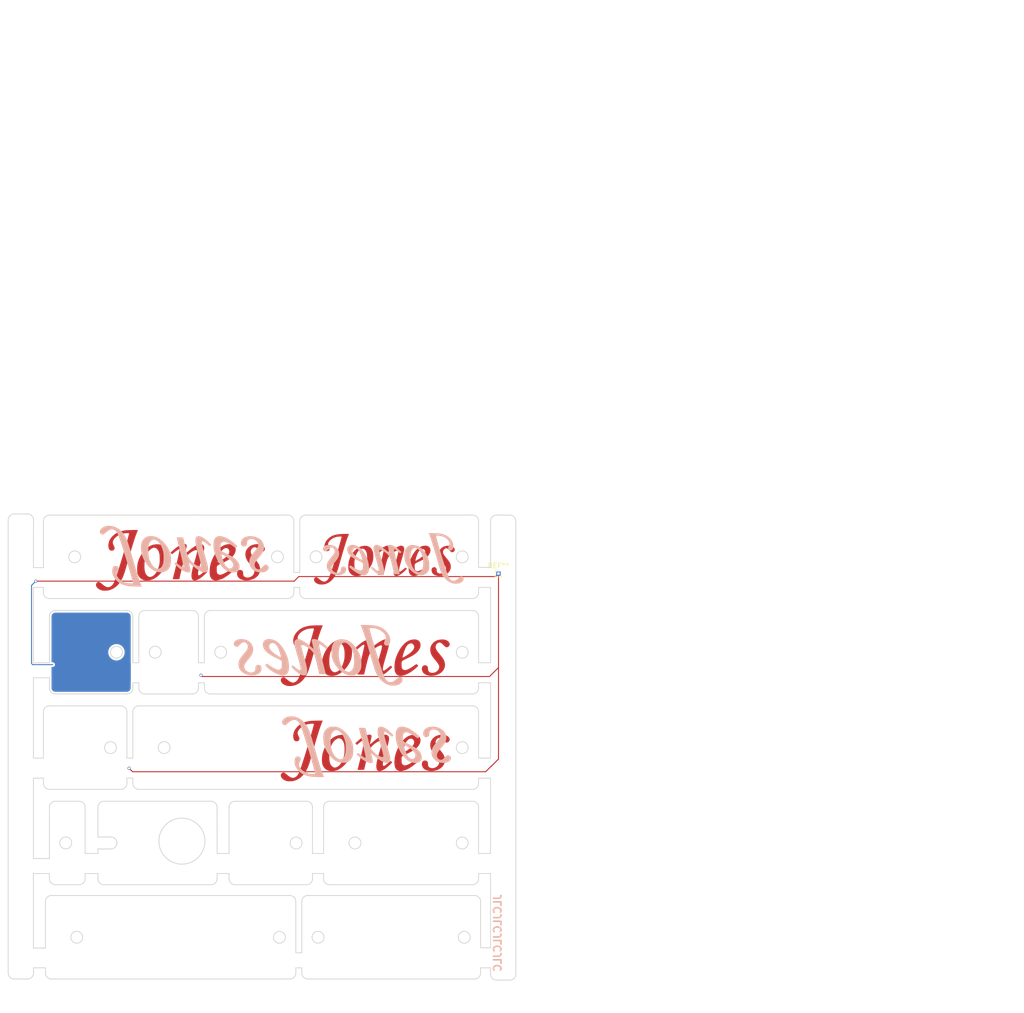
<source format=kicad_pcb>
(kicad_pcb (version 20171130) (host pcbnew "(5.1.6-0-10_14)")

  (general
    (thickness 1.6)
    (drawings 242)
    (tracks 22)
    (zones 0)
    (modules 9)
    (nets 1)
  )

  (page A4)
  (title_block
    (title Jones)
    (rev v.0.2)
    (company @jpskenn)
  )

  (layers
    (0 F.Cu signal)
    (31 B.Cu signal)
    (32 B.Adhes user)
    (33 F.Adhes user)
    (34 B.Paste user)
    (35 F.Paste user)
    (36 B.SilkS user)
    (37 F.SilkS user)
    (38 B.Mask user hide)
    (39 F.Mask user)
    (40 Dwgs.User user)
    (41 Cmts.User user)
    (42 Eco1.User user)
    (43 Eco2.User user)
    (44 Edge.Cuts user)
    (45 Margin user)
    (46 B.CrtYd user)
    (47 F.CrtYd user)
    (48 B.Fab user)
    (49 F.Fab user)
  )

  (setup
    (last_trace_width 0.254)
    (user_trace_width 0.2)
    (user_trace_width 0.254)
    (trace_clearance 0.2032)
    (zone_clearance 0.3556)
    (zone_45_only no)
    (trace_min 0.2)
    (via_size 0.6)
    (via_drill 0.4)
    (via_min_size 0.4)
    (via_min_drill 0.3)
    (uvia_size 0.3)
    (uvia_drill 0.1)
    (uvias_allowed no)
    (uvia_min_size 0.2)
    (uvia_min_drill 0.1)
    (edge_width 0.15)
    (segment_width 0.2)
    (pcb_text_width 0.3)
    (pcb_text_size 1.5 1.5)
    (mod_edge_width 0.15)
    (mod_text_size 1 1)
    (mod_text_width 0.15)
    (pad_size 1.524 1.524)
    (pad_drill 0.762)
    (pad_to_mask_clearance 0.2)
    (aux_axis_origin 0 0)
    (grid_origin 35.3 22.05)
    (visible_elements 7FFFFFFF)
    (pcbplotparams
      (layerselection 0x310f0_ffffffff)
      (usegerberextensions true)
      (usegerberattributes false)
      (usegerberadvancedattributes false)
      (creategerberjobfile false)
      (excludeedgelayer true)
      (linewidth 0.100000)
      (plotframeref false)
      (viasonmask false)
      (mode 1)
      (useauxorigin false)
      (hpglpennumber 1)
      (hpglpenspeed 20)
      (hpglpendiameter 15.000000)
      (psnegative false)
      (psa4output false)
      (plotreference true)
      (plotvalue true)
      (plotinvisibletext false)
      (padsonsilk false)
      (subtractmaskfromsilk true)
      (outputformat 1)
      (mirror false)
      (drillshape 0)
      (scaleselection 1)
      (outputdirectory "Gerbers"))
  )

  (net 0 "")

  (net_class Default "This is the default net class."
    (clearance 0.2032)
    (trace_width 0.254)
    (via_dia 0.6)
    (via_drill 0.4)
    (uvia_dia 0.3)
    (uvia_drill 0.1)
  )

  (net_class Power ""
    (clearance 0.2032)
    (trace_width 0.381)
    (via_dia 0.6)
    (via_drill 0.4)
    (uvia_dia 0.3)
    (uvia_drill 0.1)
  )

  (module Connector_PinHeader_1.00mm:PinHeader_1x01_P1.00mm_Vertical (layer F.Cu) (tedit 59FED738) (tstamp 5F155438)
    (at 138.88481 172.06938)
    (descr "Through hole straight pin header, 1x01, 1.00mm pitch, single row")
    (tags "Through hole pin header THT 1x01 1.00mm single row")
    (fp_text reference REF** (at 0 -1.56) (layer F.SilkS)
      (effects (font (size 1 1) (thickness 0.15)))
    )
    (fp_text value PinHeader_1x01_P1.00mm_Vertical (at 0 1.56) (layer F.Fab)
      (effects (font (size 1 1) (thickness 0.15)))
    )
    (fp_line (start 1.15 -1) (end -1.15 -1) (layer F.CrtYd) (width 0.05))
    (fp_line (start 1.15 1) (end 1.15 -1) (layer F.CrtYd) (width 0.05))
    (fp_line (start -1.15 1) (end 1.15 1) (layer F.CrtYd) (width 0.05))
    (fp_line (start -1.15 -1) (end -1.15 1) (layer F.CrtYd) (width 0.05))
    (fp_line (start -0.695 -0.685) (end 0 -0.685) (layer F.SilkS) (width 0.12))
    (fp_line (start -0.695 0) (end -0.695 -0.685) (layer F.SilkS) (width 0.12))
    (fp_line (start 0.608276 0.685) (end 0.695 0.685) (layer F.SilkS) (width 0.12))
    (fp_line (start -0.695 0.685) (end -0.608276 0.685) (layer F.SilkS) (width 0.12))
    (fp_line (start 0.695 0.685) (end 0.695 0.56) (layer F.SilkS) (width 0.12))
    (fp_line (start -0.695 0.685) (end -0.695 0.56) (layer F.SilkS) (width 0.12))
    (fp_line (start -0.695 0.685) (end 0.695 0.685) (layer F.SilkS) (width 0.12))
    (fp_line (start -0.635 -0.1825) (end -0.3175 -0.5) (layer F.Fab) (width 0.1))
    (fp_line (start -0.635 0.5) (end -0.635 -0.1825) (layer F.Fab) (width 0.1))
    (fp_line (start 0.635 0.5) (end -0.635 0.5) (layer F.Fab) (width 0.1))
    (fp_line (start 0.635 -0.5) (end 0.635 0.5) (layer F.Fab) (width 0.1))
    (fp_line (start -0.3175 -0.5) (end 0.635 -0.5) (layer F.Fab) (width 0.1))
    (fp_text user %R (at 0 0 90) (layer F.Fab)
      (effects (font (size 0.76 0.76) (thickness 0.114)))
    )
    (pad 1 thru_hole rect (at 0 0) (size 0.85 0.85) (drill 0.5) (layers *.Cu *.Mask))
    (model ${KISYS3DMOD}/Connector_PinHeader_1.00mm.3dshapes/PinHeader_1x01_P1.00mm_Vertical.wrl
      (at (xyz 0 0 0))
      (scale (xyz 1 1 1))
      (rotate (xyz 0 0 0))
    )
  )

  (module Jones.local:Jones_logo_flip_33.9x12.3_B.silk locked (layer F.Cu) (tedit 5F13D9B7) (tstamp 5F153923)
    (at 91.2 208.45 180)
    (fp_text reference G*** (at -21.336 1.524 180) (layer B.SilkS) hide
      (effects (font (size 1.524 1.524) (thickness 0.3)) (justify mirror))
    )
    (fp_text value LOGO (at -22.086 1.524 180) (layer B.SilkS) hide
      (effects (font (size 1.524 1.524) (thickness 0.3)) (justify mirror))
    )
    (fp_poly (pts (xy -37.190614 -1.389061) (xy -37.577964 -1.263929) (xy -37.886848 -1.065086) (xy -38.103627 -0.79766)
      (xy -38.161175 -0.673479) (xy -38.196482 -0.423181) (xy -38.124043 -0.193484) (xy -37.963033 -0.009546)
      (xy -37.732625 0.103474) (xy -37.551122 0.127) (xy -37.424186 0.096652) (xy -37.271757 -0.004472)
      (xy -37.07213 -0.19149) (xy -37.026935 -0.238126) (xy -36.837221 -0.42876) (xy -36.659289 -0.595171)
      (xy -36.527898 -0.70503) (xy -36.515341 -0.713957) (xy -36.273228 -0.812954) (xy -36.023233 -0.803356)
      (xy -35.786728 -0.70015) (xy -35.585087 -0.518326) (xy -35.43968 -0.272873) (xy -35.371879 0.02122)
      (xy -35.3695 0.089663) (xy -35.392893 0.293163) (xy -35.469382 0.512001) (xy -35.608428 0.762387)
      (xy -35.819494 1.06053) (xy -36.112042 1.422639) (xy -36.225339 1.55575) (xy -36.462235 1.843262)
      (xy -36.685695 2.135723) (xy -36.873158 2.402199) (xy -37.002068 2.611753) (xy -37.018473 2.643374)
      (xy -37.198576 3.130921) (xy -37.259093 3.608478) (xy -37.207434 4.065506) (xy -37.051013 4.491466)
      (xy -36.79724 4.875819) (xy -36.453528 5.208026) (xy -36.027289 5.477548) (xy -35.525935 5.673845)
      (xy -34.956878 5.786379) (xy -34.798 5.800669) (xy -34.548012 5.813028) (xy -34.3349 5.815108)
      (xy -34.201517 5.806582) (xy -34.19475 5.805253) (xy -34.059977 5.776671) (xy -33.858227 5.735076)
      (xy -33.739064 5.71087) (xy -33.345044 5.575294) (xy -33.025705 5.351095) (xy -32.79417 5.053371)
      (xy -32.663561 4.697219) (xy -32.639 4.445295) (xy -32.676626 4.130375) (xy -32.794033 3.907978)
      (xy -32.998014 3.766696) (xy -33.055954 3.745112) (xy -33.325242 3.707186) (xy -33.566778 3.788344)
      (xy -33.702625 3.891867) (xy -33.792148 4.00334) (xy -33.835181 4.153174) (xy -33.8455 4.363972)
      (xy -33.876354 4.69553) (xy -33.976651 4.934588) (xy -34.157992 5.101712) (xy -34.301602 5.172483)
      (xy -34.651088 5.249558) (xy -35.013976 5.222196) (xy -35.363575 5.103295) (xy -35.673191 4.905759)
      (xy -35.916134 4.642488) (xy -36.06571 4.326383) (xy -36.067775 4.318833) (xy -36.10403 4.133867)
      (xy -36.102937 3.956536) (xy -36.05651 3.770875) (xy -35.956764 3.560915) (xy -35.795716 3.310689)
      (xy -35.565378 3.004228) (xy -35.257767 2.625565) (xy -35.165986 2.515514) (xy -34.87871 2.154535)
      (xy -34.668402 1.843266) (xy -34.51571 1.548638) (xy -34.401285 1.237585) (xy -34.38361 1.178509)
      (xy -34.300211 0.683386) (xy -34.340825 0.209332) (xy -34.503108 -0.2353) (xy -34.78471 -0.642157)
      (xy -34.94006 -0.801693) (xy -35.261089 -1.058957) (xy -35.604008 -1.237719) (xy -36.009664 -1.356776)
      (xy -36.235066 -1.39768) (xy -36.738436 -1.435353) (xy -37.190614 -1.389061)) (layer B.SilkS) (width 0.01))
    (fp_poly (pts (xy -31.525699 -1.40301) (xy -31.866452 -1.272869) (xy -32.120579 -1.064213) (xy -32.287445 -0.791982)
      (xy -32.366417 -0.47112) (xy -32.356861 -0.116565) (xy -32.258144 0.256739) (xy -32.069633 0.633852)
      (xy -31.790693 0.999833) (xy -31.634284 1.158049) (xy -31.395376 1.366462) (xy -31.132593 1.56272)
      (xy -30.825874 1.759037) (xy -30.45516 1.967623) (xy -30.000388 2.200689) (xy -29.609298 2.390674)
      (xy -29.239301 2.567521) (xy -28.967658 2.705628) (xy -28.779785 2.824336) (xy -28.661096 2.942989)
      (xy -28.597008 3.080929) (xy -28.572935 3.257499) (xy -28.574292 3.492041) (xy -28.584483 3.749791)
      (xy -28.597211 4.02554) (xy -28.616217 4.206826) (xy -28.651268 4.326137) (xy -28.71213 4.415959)
      (xy -28.808567 4.508783) (xy -28.814126 4.513753) (xy -29.027779 4.655158) (xy -29.208782 4.699)
      (xy -29.511887 4.651785) (xy -29.886484 4.513856) (xy -30.321252 4.290789) (xy -30.804873 3.988158)
      (xy -31.154446 3.740813) (xy -31.337332 3.613298) (xy -31.485449 3.523706) (xy -31.562484 3.4925)
      (xy -31.653553 3.539776) (xy -31.764033 3.649437) (xy -31.850981 3.773233) (xy -31.874887 3.843498)
      (xy -31.827983 3.92149) (xy -31.696447 4.05871) (xy -31.498238 4.239525) (xy -31.251314 4.448302)
      (xy -30.973634 4.669408) (xy -30.683155 4.887208) (xy -30.641151 4.917507) (xy -30.078323 5.284584)
      (xy -29.552714 5.548302) (xy -29.043955 5.718489) (xy -28.92425 5.746056) (xy -28.636138 5.802302)
      (xy -28.42799 5.827825) (xy -28.256999 5.824402) (xy -28.080356 5.793809) (xy -28.033921 5.782995)
      (xy -27.714704 5.647703) (xy -27.467686 5.411621) (xy -27.292458 5.0737) (xy -27.188613 4.632894)
      (xy -27.155742 4.088153) (xy -27.179338 3.58775) (xy -27.247051 3.040614) (xy -27.359809 2.524458)
      (xy -27.476466 2.16423) (xy -28.7655 2.16423) (xy -28.815219 2.178044) (xy -28.956153 2.124746)
      (xy -29.175962 2.010751) (xy -29.46231 1.842473) (xy -29.802859 1.626326) (xy -29.81325 1.61952)
      (xy -30.281031 1.28054) (xy -30.651495 0.943171) (xy -30.917894 0.615414) (xy -31.073477 0.305276)
      (xy -31.113605 0.077335) (xy -31.06554 -0.182994) (xy -30.935154 -0.423348) (xy -30.750487 -0.593949)
      (xy -30.728692 -0.605995) (xy -30.477698 -0.668493) (xy -30.206222 -0.61999) (xy -29.933097 -0.470245)
      (xy -29.677155 -0.229021) (xy -29.489866 0.03606) (xy -29.36089 0.287048) (xy -29.223136 0.606316)
      (xy -29.086971 0.963408) (xy -28.962761 1.327871) (xy -28.86087 1.66925) (xy -28.791665 1.95709)
      (xy -28.765512 2.160937) (xy -28.7655 2.16423) (xy -27.476466 2.16423) (xy -27.528237 2.004368)
      (xy -27.762958 1.445433) (xy -27.948491 1.059961) (xy -28.289809 0.457564) (xy -28.676284 -0.083925)
      (xy -29.093041 -0.547766) (xy -29.525203 -0.91722) (xy -29.918675 -1.156972) (xy -30.343675 -1.31933)
      (xy -30.795263 -1.415562) (xy -31.229704 -1.438973) (xy -31.525699 -1.40301)) (layer B.SilkS) (width 0.01))
    (fp_poly (pts (xy -22.449664 -1.38827) (xy -22.502158 -1.343392) (xy -22.550097 -1.284276) (xy -22.577186 -1.219524)
      (xy -22.582077 -1.125459) (xy -22.563423 -0.978405) (xy -22.519877 -0.754685) (xy -22.450273 -0.431453)
      (xy -22.382156 -0.122229) (xy -22.320965 0.149975) (xy -22.273208 0.356576) (xy -22.245392 0.468991)
      (xy -22.244668 0.471537) (xy -22.270434 0.488259) (xy -22.374657 0.423683) (xy -22.545663 0.285981)
      (xy -22.683892 0.164038) (xy -23.148505 -0.23391) (xy -23.618216 -0.594) (xy -24.075395 -0.905104)
      (xy -24.502415 -1.156097) (xy -24.881648 -1.335851) (xy -25.195465 -1.433239) (xy -25.221876 -1.437907)
      (xy -25.513189 -1.430331) (xy -25.7709 -1.32217) (xy -25.962511 -1.130002) (xy -26.012934 -1.034368)
      (xy -26.057463 -0.901749) (xy -26.081415 -0.753279) (xy -26.08236 -0.575266) (xy -26.057867 -0.354017)
      (xy -26.005505 -0.075839) (xy -25.922843 0.27296) (xy -25.807452 0.706073) (xy -25.6569 1.237193)
      (xy -25.536233 1.651) (xy -25.349914 2.288662) (xy -25.197993 2.817611) (xy -25.07742 3.250487)
      (xy -24.985147 3.59993) (xy -24.918123 3.878582) (xy -24.8733 4.099081) (xy -24.847629 4.27407)
      (xy -24.838059 4.416187) (xy -24.841117 4.532438) (xy -24.872317 4.709871) (xy -24.941132 4.801053)
      (xy -25.058639 4.804569) (xy -25.235914 4.719004) (xy -25.484032 4.542941) (xy -25.623432 4.432448)
      (xy -25.919798 4.191939) (xy -26.132687 4.020712) (xy -26.278411 3.909488) (xy -26.373279 3.84899)
      (xy -26.433602 3.829939) (xy -26.47569 3.843056) (xy -26.515855 3.879064) (xy -26.545782 3.907768)
      (xy -26.639601 4.017394) (xy -26.67 4.091551) (xy -26.627135 4.165466) (xy -26.512705 4.301561)
      (xy -26.347954 4.475321) (xy -26.273125 4.549489) (xy -25.756786 5.018723) (xy -25.280188 5.382921)
      (xy -24.846838 5.640272) (xy -24.460241 5.788965) (xy -24.123904 5.827189) (xy -23.895199 5.777751)
      (xy -23.72019 5.639579) (xy -23.603359 5.391619) (xy -23.546132 5.037696) (xy -23.540288 4.826)
      (xy -23.565764 4.476923) (xy -23.63856 4.029977) (xy -23.759647 3.48088) (xy -23.929992 2.825354)
      (xy -24.150567 2.059119) (xy -24.216819 1.839406) (xy -24.377557 1.293898) (xy -24.507356 0.818071)
      (xy -24.603754 0.422594) (xy -24.664287 0.118136) (xy -24.686493 -0.084633) (xy -24.678271 -0.159443)
      (xy -24.585794 -0.243403) (xy -24.41544 -0.251444) (xy -24.184202 -0.192082) (xy -23.909072 -0.073828)
      (xy -23.607044 0.094802) (xy -23.295109 0.305297) (xy -22.990261 0.549141) (xy -22.709492 0.817823)
      (xy -22.693325 0.835037) (xy -22.525658 1.021728) (xy -22.382008 1.202354) (xy -22.256745 1.391619)
      (xy -22.144239 1.604228) (xy -22.03886 1.854887) (xy -21.934977 2.1583) (xy -21.826962 2.529173)
      (xy -21.709182 2.982209) (xy -21.576009 3.532115) (xy -21.443668 4.098948) (xy -21.106789 5.55625)
      (xy -20.459394 5.574346) (xy -20.19014 5.577188) (xy -19.975662 5.570537) (xy -19.842545 5.55576)
      (xy -19.812 5.541044) (xy -19.827055 5.464892) (xy -19.868639 5.287851) (xy -19.93138 5.03196)
      (xy -20.009906 4.719259) (xy -20.064054 4.506948) (xy -20.179143 4.051685) (xy -20.301696 3.555297)
      (xy -20.428089 3.033539) (xy -20.554699 2.502171) (xy -20.677903 1.976949) (xy -20.794076 1.473632)
      (xy -20.899595 1.007976) (xy -20.990837 0.59574) (xy -21.064178 0.252681) (xy -21.115996 -0.005443)
      (xy -21.142665 -0.162875) (xy -21.1455 -0.195986) (xy -21.128349 -0.336707) (xy -21.092161 -0.40647)
      (xy -20.986836 -0.399577) (xy -20.800039 -0.303672) (xy -20.537321 -0.122243) (xy -20.204234 0.141223)
      (xy -20.154918 0.182268) (xy -19.671423 0.586787) (xy -19.353841 0.269205) (xy -19.630545 0.015499)
      (xy -20.01847 -0.332677) (xy -20.342659 -0.604826) (xy -20.625849 -0.817934) (xy -20.890778 -0.988987)
      (xy -21.160183 -1.13497) (xy -21.190889 -1.15014) (xy -21.609415 -1.329886) (xy -21.965128 -1.430434)
      (xy -22.248416 -1.450367) (xy -22.449664 -1.38827)) (layer B.SilkS) (width 0.01))
    (fp_poly (pts (xy -17.200667 -1.363113) (xy -17.632406 -1.211027) (xy -17.997003 -0.951262) (xy -18.295746 -0.582997)
      (xy -18.452029 -0.292061) (xy -18.578546 0.090502) (xy -18.656067 0.557374) (xy -18.683904 1.075411)
      (xy -18.661373 1.611469) (xy -18.587784 2.132404) (xy -18.509024 2.458364) (xy -18.285776 3.046055)
      (xy -17.968038 3.625955) (xy -17.573823 4.17761) (xy -17.121146 4.680565) (xy -16.628021 5.114364)
      (xy -16.112463 5.458554) (xy -15.691758 5.657246) (xy -15.318937 5.760893) (xy -14.89929 5.816666)
      (xy -14.478351 5.822693) (xy -14.101656 5.777103) (xy -13.930553 5.729609) (xy -13.507882 5.517902)
      (xy -13.168396 5.213485) (xy -12.907524 4.811573) (xy -12.792781 4.538513) (xy -12.725717 4.250729)
      (xy -12.689359 3.874983) (xy -12.683209 3.44642) (xy -12.706769 3.000186) (xy -12.720423 2.88925)
      (xy -14.135993 2.88925) (xy -14.153271 3.483204) (xy -14.219451 3.971066) (xy -14.338902 4.365677)
      (xy -14.515995 4.679882) (xy -14.755102 4.926524) (xy -14.854026 4.999113) (xy -15.064674 5.107661)
      (xy -15.275493 5.133202) (xy -15.52234 5.075443) (xy -15.721413 4.992013) (xy -16.061166 4.767655)
      (xy -16.372973 4.42959) (xy -16.650143 3.989321) (xy -16.885984 3.45835) (xy -17.073803 2.84818)
      (xy -17.140485 2.552749) (xy -17.17937 2.260107) (xy -17.200441 1.88485) (xy -17.204012 1.470061)
      (xy -17.190401 1.058822) (xy -17.159921 0.694219) (xy -17.125251 0.472815) (xy -16.998395 0.054127)
      (xy -16.815806 -0.286199) (xy -16.588711 -0.537392) (xy -16.328339 -0.688679) (xy -16.045918 -0.729289)
      (xy -15.898293 -0.704269) (xy -15.519247 -0.534372) (xy -15.166081 -0.242676) (xy -14.84179 0.167696)
      (xy -14.549364 0.693623) (xy -14.540455 0.712561) (xy -14.361965 1.165805) (xy -14.238514 1.656114)
      (xy -14.164996 2.210957) (xy -14.136309 2.857807) (xy -14.135993 2.88925) (xy -12.720423 2.88925)
      (xy -12.759543 2.571427) (xy -12.825112 2.25425) (xy -13.065122 1.536951) (xy -13.403027 0.842349)
      (xy -13.82107 0.20096) (xy -14.301494 -0.356701) (xy -14.399864 -0.452085) (xy -14.889866 -0.854445)
      (xy -15.388244 -1.140318) (xy -15.918202 -1.319348) (xy -16.502943 -1.401179) (xy -16.7005 -1.408341)
      (xy -17.200667 -1.363113)) (layer B.SilkS) (width 0.01))
    (fp_poly (pts (xy -12.473769 -4.257022) (xy -12.685905 -4.252647) (xy -12.807268 -4.243475) (xy -12.827 -4.23597)
      (xy -12.804505 -4.173337) (xy -12.743625 -4.018215) (xy -12.654269 -3.795573) (xy -12.569929 -3.588052)
      (xy -12.422008 -3.200791) (xy -12.245363 -2.693533) (xy -12.041074 -2.069738) (xy -11.810221 -1.33286)
      (xy -11.553885 -0.486359) (xy -11.273145 0.466309) (xy -10.969081 1.521687) (xy -10.923202 1.68275)
      (xy -10.718301 2.400112) (xy -10.542565 3.007813) (xy -10.391801 3.518732) (xy -10.261814 3.945747)
      (xy -10.14841 4.301737) (xy -10.047394 4.599583) (xy -9.954572 4.852161) (xy -9.86575 5.072352)
      (xy -9.776734 5.273035) (xy -9.705135 5.422952) (xy -9.309711 6.115734) (xy -8.858743 6.696168)
      (xy -8.353244 7.163315) (xy -7.794224 7.516238) (xy -7.194506 7.750644) (xy -6.815508 7.828724)
      (xy -6.399305 7.865172) (xy -5.993097 7.858993) (xy -5.644085 7.809193) (xy -5.55625 7.785174)
      (xy -5.149937 7.614667) (xy -4.824196 7.391319) (xy -4.594185 7.128466) (xy -4.475065 6.839445)
      (xy -4.473828 6.833008) (xy -4.476467 6.578972) (xy -4.567882 6.357131) (xy -4.726001 6.192628)
      (xy -4.928754 6.110607) (xy -5.100371 6.119219) (xy -5.223153 6.180372) (xy -5.405097 6.307041)
      (xy -5.614307 6.476212) (xy -5.69922 6.551299) (xy -6.1044 6.878729) (xy -6.472672 7.087833)
      (xy -6.810738 7.179562) (xy -7.125296 7.154869) (xy -7.423046 7.014704) (xy -7.645804 6.827961)
      (xy -7.774055 6.686297) (xy -7.892056 6.5222) (xy -8.00736 6.319332) (xy -8.127519 6.061357)
      (xy -8.260088 5.731938) (xy -8.412618 5.314738) (xy -8.592662 4.793421) (xy -8.609832 4.742733)
      (xy -8.764047 4.279426) (xy -8.934036 3.75546) (xy -9.11642 3.182265) (xy -9.307818 2.571271)
      (xy -9.504851 1.933908) (xy -9.704139 1.281608) (xy -9.902301 0.625798) (xy -10.095957 -0.022089)
      (xy -10.281727 -0.650624) (xy -10.456231 -1.248377) (xy -10.61609 -1.803918) (xy -10.757922 -2.305817)
      (xy -10.878348 -2.742643) (xy -10.973987 -3.102966) (xy -11.041461 -3.375356) (xy -11.077387 -3.548383)
      (xy -11.079831 -3.609835) (xy -10.989287 -3.633537) (xy -10.805718 -3.63965) (xy -10.561553 -3.630354)
      (xy -10.289219 -3.607828) (xy -10.021143 -3.574254) (xy -9.789755 -3.53181) (xy -9.740352 -3.519786)
      (xy -9.281136 -3.360746) (xy -8.856486 -3.139005) (xy -8.482716 -2.869546) (xy -8.176141 -2.567349)
      (xy -7.953075 -2.247396) (xy -7.829832 -1.92467) (xy -7.8105 -1.74758) (xy -7.843211 -1.555776)
      (xy -7.929332 -1.3141) (xy -8.001 -1.164612) (xy -8.139514 -0.85583) (xy -8.184211 -0.612516)
      (xy -8.135849 -0.415375) (xy -8.035636 -0.282864) (xy -7.835227 -0.163108) (xy -7.585856 -0.123926)
      (xy -7.34184 -0.171993) (xy -7.298982 -0.192383) (xy -7.141078 -0.34344) (xy -7.024954 -0.589373)
      (xy -6.956506 -0.903235) (xy -6.94163 -1.258076) (xy -6.985677 -1.624314) (xy -7.136341 -2.118033)
      (xy -7.381771 -2.56788) (xy -7.737693 -3.002662) (xy -7.738503 -3.003512) (xy -8.213898 -3.423219)
      (xy -8.755845 -3.751039) (xy -9.374693 -3.991617) (xy -10.080796 -4.149597) (xy -10.38225 -4.189845)
      (xy -10.584774 -4.206878) (xy -10.857781 -4.222157) (xy -11.178232 -4.235247) (xy -11.523093 -4.245713)
      (xy -11.869327 -4.25312) (xy -12.193898 -4.257035) (xy -12.473769 -4.257022)) (layer B.SilkS) (width 0.01))
  )

  (module Jones.local:Jones_logo_flip_33.9x12.3_B.silk locked (layer F.Cu) (tedit 5F13D9B7) (tstamp 5F15393B)
    (at 54.8 170.4 180)
    (fp_text reference G*** (at -21.336 1.524 180) (layer B.SilkS) hide
      (effects (font (size 1.524 1.524) (thickness 0.3)) (justify mirror))
    )
    (fp_text value LOGO (at -22.086 1.524 180) (layer B.SilkS) hide
      (effects (font (size 1.524 1.524) (thickness 0.3)) (justify mirror))
    )
    (fp_poly (pts (xy -37.190614 -1.389061) (xy -37.577964 -1.263929) (xy -37.886848 -1.065086) (xy -38.103627 -0.79766)
      (xy -38.161175 -0.673479) (xy -38.196482 -0.423181) (xy -38.124043 -0.193484) (xy -37.963033 -0.009546)
      (xy -37.732625 0.103474) (xy -37.551122 0.127) (xy -37.424186 0.096652) (xy -37.271757 -0.004472)
      (xy -37.07213 -0.19149) (xy -37.026935 -0.238126) (xy -36.837221 -0.42876) (xy -36.659289 -0.595171)
      (xy -36.527898 -0.70503) (xy -36.515341 -0.713957) (xy -36.273228 -0.812954) (xy -36.023233 -0.803356)
      (xy -35.786728 -0.70015) (xy -35.585087 -0.518326) (xy -35.43968 -0.272873) (xy -35.371879 0.02122)
      (xy -35.3695 0.089663) (xy -35.392893 0.293163) (xy -35.469382 0.512001) (xy -35.608428 0.762387)
      (xy -35.819494 1.06053) (xy -36.112042 1.422639) (xy -36.225339 1.55575) (xy -36.462235 1.843262)
      (xy -36.685695 2.135723) (xy -36.873158 2.402199) (xy -37.002068 2.611753) (xy -37.018473 2.643374)
      (xy -37.198576 3.130921) (xy -37.259093 3.608478) (xy -37.207434 4.065506) (xy -37.051013 4.491466)
      (xy -36.79724 4.875819) (xy -36.453528 5.208026) (xy -36.027289 5.477548) (xy -35.525935 5.673845)
      (xy -34.956878 5.786379) (xy -34.798 5.800669) (xy -34.548012 5.813028) (xy -34.3349 5.815108)
      (xy -34.201517 5.806582) (xy -34.19475 5.805253) (xy -34.059977 5.776671) (xy -33.858227 5.735076)
      (xy -33.739064 5.71087) (xy -33.345044 5.575294) (xy -33.025705 5.351095) (xy -32.79417 5.053371)
      (xy -32.663561 4.697219) (xy -32.639 4.445295) (xy -32.676626 4.130375) (xy -32.794033 3.907978)
      (xy -32.998014 3.766696) (xy -33.055954 3.745112) (xy -33.325242 3.707186) (xy -33.566778 3.788344)
      (xy -33.702625 3.891867) (xy -33.792148 4.00334) (xy -33.835181 4.153174) (xy -33.8455 4.363972)
      (xy -33.876354 4.69553) (xy -33.976651 4.934588) (xy -34.157992 5.101712) (xy -34.301602 5.172483)
      (xy -34.651088 5.249558) (xy -35.013976 5.222196) (xy -35.363575 5.103295) (xy -35.673191 4.905759)
      (xy -35.916134 4.642488) (xy -36.06571 4.326383) (xy -36.067775 4.318833) (xy -36.10403 4.133867)
      (xy -36.102937 3.956536) (xy -36.05651 3.770875) (xy -35.956764 3.560915) (xy -35.795716 3.310689)
      (xy -35.565378 3.004228) (xy -35.257767 2.625565) (xy -35.165986 2.515514) (xy -34.87871 2.154535)
      (xy -34.668402 1.843266) (xy -34.51571 1.548638) (xy -34.401285 1.237585) (xy -34.38361 1.178509)
      (xy -34.300211 0.683386) (xy -34.340825 0.209332) (xy -34.503108 -0.2353) (xy -34.78471 -0.642157)
      (xy -34.94006 -0.801693) (xy -35.261089 -1.058957) (xy -35.604008 -1.237719) (xy -36.009664 -1.356776)
      (xy -36.235066 -1.39768) (xy -36.738436 -1.435353) (xy -37.190614 -1.389061)) (layer B.SilkS) (width 0.01))
    (fp_poly (pts (xy -31.525699 -1.40301) (xy -31.866452 -1.272869) (xy -32.120579 -1.064213) (xy -32.287445 -0.791982)
      (xy -32.366417 -0.47112) (xy -32.356861 -0.116565) (xy -32.258144 0.256739) (xy -32.069633 0.633852)
      (xy -31.790693 0.999833) (xy -31.634284 1.158049) (xy -31.395376 1.366462) (xy -31.132593 1.56272)
      (xy -30.825874 1.759037) (xy -30.45516 1.967623) (xy -30.000388 2.200689) (xy -29.609298 2.390674)
      (xy -29.239301 2.567521) (xy -28.967658 2.705628) (xy -28.779785 2.824336) (xy -28.661096 2.942989)
      (xy -28.597008 3.080929) (xy -28.572935 3.257499) (xy -28.574292 3.492041) (xy -28.584483 3.749791)
      (xy -28.597211 4.02554) (xy -28.616217 4.206826) (xy -28.651268 4.326137) (xy -28.71213 4.415959)
      (xy -28.808567 4.508783) (xy -28.814126 4.513753) (xy -29.027779 4.655158) (xy -29.208782 4.699)
      (xy -29.511887 4.651785) (xy -29.886484 4.513856) (xy -30.321252 4.290789) (xy -30.804873 3.988158)
      (xy -31.154446 3.740813) (xy -31.337332 3.613298) (xy -31.485449 3.523706) (xy -31.562484 3.4925)
      (xy -31.653553 3.539776) (xy -31.764033 3.649437) (xy -31.850981 3.773233) (xy -31.874887 3.843498)
      (xy -31.827983 3.92149) (xy -31.696447 4.05871) (xy -31.498238 4.239525) (xy -31.251314 4.448302)
      (xy -30.973634 4.669408) (xy -30.683155 4.887208) (xy -30.641151 4.917507) (xy -30.078323 5.284584)
      (xy -29.552714 5.548302) (xy -29.043955 5.718489) (xy -28.92425 5.746056) (xy -28.636138 5.802302)
      (xy -28.42799 5.827825) (xy -28.256999 5.824402) (xy -28.080356 5.793809) (xy -28.033921 5.782995)
      (xy -27.714704 5.647703) (xy -27.467686 5.411621) (xy -27.292458 5.0737) (xy -27.188613 4.632894)
      (xy -27.155742 4.088153) (xy -27.179338 3.58775) (xy -27.247051 3.040614) (xy -27.359809 2.524458)
      (xy -27.476466 2.16423) (xy -28.7655 2.16423) (xy -28.815219 2.178044) (xy -28.956153 2.124746)
      (xy -29.175962 2.010751) (xy -29.46231 1.842473) (xy -29.802859 1.626326) (xy -29.81325 1.61952)
      (xy -30.281031 1.28054) (xy -30.651495 0.943171) (xy -30.917894 0.615414) (xy -31.073477 0.305276)
      (xy -31.113605 0.077335) (xy -31.06554 -0.182994) (xy -30.935154 -0.423348) (xy -30.750487 -0.593949)
      (xy -30.728692 -0.605995) (xy -30.477698 -0.668493) (xy -30.206222 -0.61999) (xy -29.933097 -0.470245)
      (xy -29.677155 -0.229021) (xy -29.489866 0.03606) (xy -29.36089 0.287048) (xy -29.223136 0.606316)
      (xy -29.086971 0.963408) (xy -28.962761 1.327871) (xy -28.86087 1.66925) (xy -28.791665 1.95709)
      (xy -28.765512 2.160937) (xy -28.7655 2.16423) (xy -27.476466 2.16423) (xy -27.528237 2.004368)
      (xy -27.762958 1.445433) (xy -27.948491 1.059961) (xy -28.289809 0.457564) (xy -28.676284 -0.083925)
      (xy -29.093041 -0.547766) (xy -29.525203 -0.91722) (xy -29.918675 -1.156972) (xy -30.343675 -1.31933)
      (xy -30.795263 -1.415562) (xy -31.229704 -1.438973) (xy -31.525699 -1.40301)) (layer B.SilkS) (width 0.01))
    (fp_poly (pts (xy -22.449664 -1.38827) (xy -22.502158 -1.343392) (xy -22.550097 -1.284276) (xy -22.577186 -1.219524)
      (xy -22.582077 -1.125459) (xy -22.563423 -0.978405) (xy -22.519877 -0.754685) (xy -22.450273 -0.431453)
      (xy -22.382156 -0.122229) (xy -22.320965 0.149975) (xy -22.273208 0.356576) (xy -22.245392 0.468991)
      (xy -22.244668 0.471537) (xy -22.270434 0.488259) (xy -22.374657 0.423683) (xy -22.545663 0.285981)
      (xy -22.683892 0.164038) (xy -23.148505 -0.23391) (xy -23.618216 -0.594) (xy -24.075395 -0.905104)
      (xy -24.502415 -1.156097) (xy -24.881648 -1.335851) (xy -25.195465 -1.433239) (xy -25.221876 -1.437907)
      (xy -25.513189 -1.430331) (xy -25.7709 -1.32217) (xy -25.962511 -1.130002) (xy -26.012934 -1.034368)
      (xy -26.057463 -0.901749) (xy -26.081415 -0.753279) (xy -26.08236 -0.575266) (xy -26.057867 -0.354017)
      (xy -26.005505 -0.075839) (xy -25.922843 0.27296) (xy -25.807452 0.706073) (xy -25.6569 1.237193)
      (xy -25.536233 1.651) (xy -25.349914 2.288662) (xy -25.197993 2.817611) (xy -25.07742 3.250487)
      (xy -24.985147 3.59993) (xy -24.918123 3.878582) (xy -24.8733 4.099081) (xy -24.847629 4.27407)
      (xy -24.838059 4.416187) (xy -24.841117 4.532438) (xy -24.872317 4.709871) (xy -24.941132 4.801053)
      (xy -25.058639 4.804569) (xy -25.235914 4.719004) (xy -25.484032 4.542941) (xy -25.623432 4.432448)
      (xy -25.919798 4.191939) (xy -26.132687 4.020712) (xy -26.278411 3.909488) (xy -26.373279 3.84899)
      (xy -26.433602 3.829939) (xy -26.47569 3.843056) (xy -26.515855 3.879064) (xy -26.545782 3.907768)
      (xy -26.639601 4.017394) (xy -26.67 4.091551) (xy -26.627135 4.165466) (xy -26.512705 4.301561)
      (xy -26.347954 4.475321) (xy -26.273125 4.549489) (xy -25.756786 5.018723) (xy -25.280188 5.382921)
      (xy -24.846838 5.640272) (xy -24.460241 5.788965) (xy -24.123904 5.827189) (xy -23.895199 5.777751)
      (xy -23.72019 5.639579) (xy -23.603359 5.391619) (xy -23.546132 5.037696) (xy -23.540288 4.826)
      (xy -23.565764 4.476923) (xy -23.63856 4.029977) (xy -23.759647 3.48088) (xy -23.929992 2.825354)
      (xy -24.150567 2.059119) (xy -24.216819 1.839406) (xy -24.377557 1.293898) (xy -24.507356 0.818071)
      (xy -24.603754 0.422594) (xy -24.664287 0.118136) (xy -24.686493 -0.084633) (xy -24.678271 -0.159443)
      (xy -24.585794 -0.243403) (xy -24.41544 -0.251444) (xy -24.184202 -0.192082) (xy -23.909072 -0.073828)
      (xy -23.607044 0.094802) (xy -23.295109 0.305297) (xy -22.990261 0.549141) (xy -22.709492 0.817823)
      (xy -22.693325 0.835037) (xy -22.525658 1.021728) (xy -22.382008 1.202354) (xy -22.256745 1.391619)
      (xy -22.144239 1.604228) (xy -22.03886 1.854887) (xy -21.934977 2.1583) (xy -21.826962 2.529173)
      (xy -21.709182 2.982209) (xy -21.576009 3.532115) (xy -21.443668 4.098948) (xy -21.106789 5.55625)
      (xy -20.459394 5.574346) (xy -20.19014 5.577188) (xy -19.975662 5.570537) (xy -19.842545 5.55576)
      (xy -19.812 5.541044) (xy -19.827055 5.464892) (xy -19.868639 5.287851) (xy -19.93138 5.03196)
      (xy -20.009906 4.719259) (xy -20.064054 4.506948) (xy -20.179143 4.051685) (xy -20.301696 3.555297)
      (xy -20.428089 3.033539) (xy -20.554699 2.502171) (xy -20.677903 1.976949) (xy -20.794076 1.473632)
      (xy -20.899595 1.007976) (xy -20.990837 0.59574) (xy -21.064178 0.252681) (xy -21.115996 -0.005443)
      (xy -21.142665 -0.162875) (xy -21.1455 -0.195986) (xy -21.128349 -0.336707) (xy -21.092161 -0.40647)
      (xy -20.986836 -0.399577) (xy -20.800039 -0.303672) (xy -20.537321 -0.122243) (xy -20.204234 0.141223)
      (xy -20.154918 0.182268) (xy -19.671423 0.586787) (xy -19.353841 0.269205) (xy -19.630545 0.015499)
      (xy -20.01847 -0.332677) (xy -20.342659 -0.604826) (xy -20.625849 -0.817934) (xy -20.890778 -0.988987)
      (xy -21.160183 -1.13497) (xy -21.190889 -1.15014) (xy -21.609415 -1.329886) (xy -21.965128 -1.430434)
      (xy -22.248416 -1.450367) (xy -22.449664 -1.38827)) (layer B.SilkS) (width 0.01))
    (fp_poly (pts (xy -17.200667 -1.363113) (xy -17.632406 -1.211027) (xy -17.997003 -0.951262) (xy -18.295746 -0.582997)
      (xy -18.452029 -0.292061) (xy -18.578546 0.090502) (xy -18.656067 0.557374) (xy -18.683904 1.075411)
      (xy -18.661373 1.611469) (xy -18.587784 2.132404) (xy -18.509024 2.458364) (xy -18.285776 3.046055)
      (xy -17.968038 3.625955) (xy -17.573823 4.17761) (xy -17.121146 4.680565) (xy -16.628021 5.114364)
      (xy -16.112463 5.458554) (xy -15.691758 5.657246) (xy -15.318937 5.760893) (xy -14.89929 5.816666)
      (xy -14.478351 5.822693) (xy -14.101656 5.777103) (xy -13.930553 5.729609) (xy -13.507882 5.517902)
      (xy -13.168396 5.213485) (xy -12.907524 4.811573) (xy -12.792781 4.538513) (xy -12.725717 4.250729)
      (xy -12.689359 3.874983) (xy -12.683209 3.44642) (xy -12.706769 3.000186) (xy -12.720423 2.88925)
      (xy -14.135993 2.88925) (xy -14.153271 3.483204) (xy -14.219451 3.971066) (xy -14.338902 4.365677)
      (xy -14.515995 4.679882) (xy -14.755102 4.926524) (xy -14.854026 4.999113) (xy -15.064674 5.107661)
      (xy -15.275493 5.133202) (xy -15.52234 5.075443) (xy -15.721413 4.992013) (xy -16.061166 4.767655)
      (xy -16.372973 4.42959) (xy -16.650143 3.989321) (xy -16.885984 3.45835) (xy -17.073803 2.84818)
      (xy -17.140485 2.552749) (xy -17.17937 2.260107) (xy -17.200441 1.88485) (xy -17.204012 1.470061)
      (xy -17.190401 1.058822) (xy -17.159921 0.694219) (xy -17.125251 0.472815) (xy -16.998395 0.054127)
      (xy -16.815806 -0.286199) (xy -16.588711 -0.537392) (xy -16.328339 -0.688679) (xy -16.045918 -0.729289)
      (xy -15.898293 -0.704269) (xy -15.519247 -0.534372) (xy -15.166081 -0.242676) (xy -14.84179 0.167696)
      (xy -14.549364 0.693623) (xy -14.540455 0.712561) (xy -14.361965 1.165805) (xy -14.238514 1.656114)
      (xy -14.164996 2.210957) (xy -14.136309 2.857807) (xy -14.135993 2.88925) (xy -12.720423 2.88925)
      (xy -12.759543 2.571427) (xy -12.825112 2.25425) (xy -13.065122 1.536951) (xy -13.403027 0.842349)
      (xy -13.82107 0.20096) (xy -14.301494 -0.356701) (xy -14.399864 -0.452085) (xy -14.889866 -0.854445)
      (xy -15.388244 -1.140318) (xy -15.918202 -1.319348) (xy -16.502943 -1.401179) (xy -16.7005 -1.408341)
      (xy -17.200667 -1.363113)) (layer B.SilkS) (width 0.01))
    (fp_poly (pts (xy -12.473769 -4.257022) (xy -12.685905 -4.252647) (xy -12.807268 -4.243475) (xy -12.827 -4.23597)
      (xy -12.804505 -4.173337) (xy -12.743625 -4.018215) (xy -12.654269 -3.795573) (xy -12.569929 -3.588052)
      (xy -12.422008 -3.200791) (xy -12.245363 -2.693533) (xy -12.041074 -2.069738) (xy -11.810221 -1.33286)
      (xy -11.553885 -0.486359) (xy -11.273145 0.466309) (xy -10.969081 1.521687) (xy -10.923202 1.68275)
      (xy -10.718301 2.400112) (xy -10.542565 3.007813) (xy -10.391801 3.518732) (xy -10.261814 3.945747)
      (xy -10.14841 4.301737) (xy -10.047394 4.599583) (xy -9.954572 4.852161) (xy -9.86575 5.072352)
      (xy -9.776734 5.273035) (xy -9.705135 5.422952) (xy -9.309711 6.115734) (xy -8.858743 6.696168)
      (xy -8.353244 7.163315) (xy -7.794224 7.516238) (xy -7.194506 7.750644) (xy -6.815508 7.828724)
      (xy -6.399305 7.865172) (xy -5.993097 7.858993) (xy -5.644085 7.809193) (xy -5.55625 7.785174)
      (xy -5.149937 7.614667) (xy -4.824196 7.391319) (xy -4.594185 7.128466) (xy -4.475065 6.839445)
      (xy -4.473828 6.833008) (xy -4.476467 6.578972) (xy -4.567882 6.357131) (xy -4.726001 6.192628)
      (xy -4.928754 6.110607) (xy -5.100371 6.119219) (xy -5.223153 6.180372) (xy -5.405097 6.307041)
      (xy -5.614307 6.476212) (xy -5.69922 6.551299) (xy -6.1044 6.878729) (xy -6.472672 7.087833)
      (xy -6.810738 7.179562) (xy -7.125296 7.154869) (xy -7.423046 7.014704) (xy -7.645804 6.827961)
      (xy -7.774055 6.686297) (xy -7.892056 6.5222) (xy -8.00736 6.319332) (xy -8.127519 6.061357)
      (xy -8.260088 5.731938) (xy -8.412618 5.314738) (xy -8.592662 4.793421) (xy -8.609832 4.742733)
      (xy -8.764047 4.279426) (xy -8.934036 3.75546) (xy -9.11642 3.182265) (xy -9.307818 2.571271)
      (xy -9.504851 1.933908) (xy -9.704139 1.281608) (xy -9.902301 0.625798) (xy -10.095957 -0.022089)
      (xy -10.281727 -0.650624) (xy -10.456231 -1.248377) (xy -10.61609 -1.803918) (xy -10.757922 -2.305817)
      (xy -10.878348 -2.742643) (xy -10.973987 -3.102966) (xy -11.041461 -3.375356) (xy -11.077387 -3.548383)
      (xy -11.079831 -3.609835) (xy -10.989287 -3.633537) (xy -10.805718 -3.63965) (xy -10.561553 -3.630354)
      (xy -10.289219 -3.607828) (xy -10.021143 -3.574254) (xy -9.789755 -3.53181) (xy -9.740352 -3.519786)
      (xy -9.281136 -3.360746) (xy -8.856486 -3.139005) (xy -8.482716 -2.869546) (xy -8.176141 -2.567349)
      (xy -7.953075 -2.247396) (xy -7.829832 -1.92467) (xy -7.8105 -1.74758) (xy -7.843211 -1.555776)
      (xy -7.929332 -1.3141) (xy -8.001 -1.164612) (xy -8.139514 -0.85583) (xy -8.184211 -0.612516)
      (xy -8.135849 -0.415375) (xy -8.035636 -0.282864) (xy -7.835227 -0.163108) (xy -7.585856 -0.123926)
      (xy -7.34184 -0.171993) (xy -7.298982 -0.192383) (xy -7.141078 -0.34344) (xy -7.024954 -0.589373)
      (xy -6.956506 -0.903235) (xy -6.94163 -1.258076) (xy -6.985677 -1.624314) (xy -7.136341 -2.118033)
      (xy -7.381771 -2.56788) (xy -7.737693 -3.002662) (xy -7.738503 -3.003512) (xy -8.213898 -3.423219)
      (xy -8.755845 -3.751039) (xy -9.374693 -3.991617) (xy -10.080796 -4.149597) (xy -10.38225 -4.189845)
      (xy -10.584774 -4.206878) (xy -10.857781 -4.222157) (xy -11.178232 -4.235247) (xy -11.523093 -4.245713)
      (xy -11.869327 -4.25312) (xy -12.193898 -4.257035) (xy -12.473769 -4.257022)) (layer B.SilkS) (width 0.01))
  )

  (module Jones.local:Jones_logo_flip_33.9x12.3_B.silk locked (layer F.Cu) (tedit 5F13D9B7) (tstamp 5F153953)
    (at 124.19418 186.57895)
    (fp_text reference G*** (at -21.336 1.524 180) (layer B.SilkS) hide
      (effects (font (size 1.524 1.524) (thickness 0.3)) (justify mirror))
    )
    (fp_text value LOGO (at -22.086 1.524 180) (layer B.SilkS) hide
      (effects (font (size 1.524 1.524) (thickness 0.3)) (justify mirror))
    )
    (fp_poly (pts (xy -37.190614 -1.389061) (xy -37.577964 -1.263929) (xy -37.886848 -1.065086) (xy -38.103627 -0.79766)
      (xy -38.161175 -0.673479) (xy -38.196482 -0.423181) (xy -38.124043 -0.193484) (xy -37.963033 -0.009546)
      (xy -37.732625 0.103474) (xy -37.551122 0.127) (xy -37.424186 0.096652) (xy -37.271757 -0.004472)
      (xy -37.07213 -0.19149) (xy -37.026935 -0.238126) (xy -36.837221 -0.42876) (xy -36.659289 -0.595171)
      (xy -36.527898 -0.70503) (xy -36.515341 -0.713957) (xy -36.273228 -0.812954) (xy -36.023233 -0.803356)
      (xy -35.786728 -0.70015) (xy -35.585087 -0.518326) (xy -35.43968 -0.272873) (xy -35.371879 0.02122)
      (xy -35.3695 0.089663) (xy -35.392893 0.293163) (xy -35.469382 0.512001) (xy -35.608428 0.762387)
      (xy -35.819494 1.06053) (xy -36.112042 1.422639) (xy -36.225339 1.55575) (xy -36.462235 1.843262)
      (xy -36.685695 2.135723) (xy -36.873158 2.402199) (xy -37.002068 2.611753) (xy -37.018473 2.643374)
      (xy -37.198576 3.130921) (xy -37.259093 3.608478) (xy -37.207434 4.065506) (xy -37.051013 4.491466)
      (xy -36.79724 4.875819) (xy -36.453528 5.208026) (xy -36.027289 5.477548) (xy -35.525935 5.673845)
      (xy -34.956878 5.786379) (xy -34.798 5.800669) (xy -34.548012 5.813028) (xy -34.3349 5.815108)
      (xy -34.201517 5.806582) (xy -34.19475 5.805253) (xy -34.059977 5.776671) (xy -33.858227 5.735076)
      (xy -33.739064 5.71087) (xy -33.345044 5.575294) (xy -33.025705 5.351095) (xy -32.79417 5.053371)
      (xy -32.663561 4.697219) (xy -32.639 4.445295) (xy -32.676626 4.130375) (xy -32.794033 3.907978)
      (xy -32.998014 3.766696) (xy -33.055954 3.745112) (xy -33.325242 3.707186) (xy -33.566778 3.788344)
      (xy -33.702625 3.891867) (xy -33.792148 4.00334) (xy -33.835181 4.153174) (xy -33.8455 4.363972)
      (xy -33.876354 4.69553) (xy -33.976651 4.934588) (xy -34.157992 5.101712) (xy -34.301602 5.172483)
      (xy -34.651088 5.249558) (xy -35.013976 5.222196) (xy -35.363575 5.103295) (xy -35.673191 4.905759)
      (xy -35.916134 4.642488) (xy -36.06571 4.326383) (xy -36.067775 4.318833) (xy -36.10403 4.133867)
      (xy -36.102937 3.956536) (xy -36.05651 3.770875) (xy -35.956764 3.560915) (xy -35.795716 3.310689)
      (xy -35.565378 3.004228) (xy -35.257767 2.625565) (xy -35.165986 2.515514) (xy -34.87871 2.154535)
      (xy -34.668402 1.843266) (xy -34.51571 1.548638) (xy -34.401285 1.237585) (xy -34.38361 1.178509)
      (xy -34.300211 0.683386) (xy -34.340825 0.209332) (xy -34.503108 -0.2353) (xy -34.78471 -0.642157)
      (xy -34.94006 -0.801693) (xy -35.261089 -1.058957) (xy -35.604008 -1.237719) (xy -36.009664 -1.356776)
      (xy -36.235066 -1.39768) (xy -36.738436 -1.435353) (xy -37.190614 -1.389061)) (layer B.SilkS) (width 0.01))
    (fp_poly (pts (xy -31.525699 -1.40301) (xy -31.866452 -1.272869) (xy -32.120579 -1.064213) (xy -32.287445 -0.791982)
      (xy -32.366417 -0.47112) (xy -32.356861 -0.116565) (xy -32.258144 0.256739) (xy -32.069633 0.633852)
      (xy -31.790693 0.999833) (xy -31.634284 1.158049) (xy -31.395376 1.366462) (xy -31.132593 1.56272)
      (xy -30.825874 1.759037) (xy -30.45516 1.967623) (xy -30.000388 2.200689) (xy -29.609298 2.390674)
      (xy -29.239301 2.567521) (xy -28.967658 2.705628) (xy -28.779785 2.824336) (xy -28.661096 2.942989)
      (xy -28.597008 3.080929) (xy -28.572935 3.257499) (xy -28.574292 3.492041) (xy -28.584483 3.749791)
      (xy -28.597211 4.02554) (xy -28.616217 4.206826) (xy -28.651268 4.326137) (xy -28.71213 4.415959)
      (xy -28.808567 4.508783) (xy -28.814126 4.513753) (xy -29.027779 4.655158) (xy -29.208782 4.699)
      (xy -29.511887 4.651785) (xy -29.886484 4.513856) (xy -30.321252 4.290789) (xy -30.804873 3.988158)
      (xy -31.154446 3.740813) (xy -31.337332 3.613298) (xy -31.485449 3.523706) (xy -31.562484 3.4925)
      (xy -31.653553 3.539776) (xy -31.764033 3.649437) (xy -31.850981 3.773233) (xy -31.874887 3.843498)
      (xy -31.827983 3.92149) (xy -31.696447 4.05871) (xy -31.498238 4.239525) (xy -31.251314 4.448302)
      (xy -30.973634 4.669408) (xy -30.683155 4.887208) (xy -30.641151 4.917507) (xy -30.078323 5.284584)
      (xy -29.552714 5.548302) (xy -29.043955 5.718489) (xy -28.92425 5.746056) (xy -28.636138 5.802302)
      (xy -28.42799 5.827825) (xy -28.256999 5.824402) (xy -28.080356 5.793809) (xy -28.033921 5.782995)
      (xy -27.714704 5.647703) (xy -27.467686 5.411621) (xy -27.292458 5.0737) (xy -27.188613 4.632894)
      (xy -27.155742 4.088153) (xy -27.179338 3.58775) (xy -27.247051 3.040614) (xy -27.359809 2.524458)
      (xy -27.476466 2.16423) (xy -28.7655 2.16423) (xy -28.815219 2.178044) (xy -28.956153 2.124746)
      (xy -29.175962 2.010751) (xy -29.46231 1.842473) (xy -29.802859 1.626326) (xy -29.81325 1.61952)
      (xy -30.281031 1.28054) (xy -30.651495 0.943171) (xy -30.917894 0.615414) (xy -31.073477 0.305276)
      (xy -31.113605 0.077335) (xy -31.06554 -0.182994) (xy -30.935154 -0.423348) (xy -30.750487 -0.593949)
      (xy -30.728692 -0.605995) (xy -30.477698 -0.668493) (xy -30.206222 -0.61999) (xy -29.933097 -0.470245)
      (xy -29.677155 -0.229021) (xy -29.489866 0.03606) (xy -29.36089 0.287048) (xy -29.223136 0.606316)
      (xy -29.086971 0.963408) (xy -28.962761 1.327871) (xy -28.86087 1.66925) (xy -28.791665 1.95709)
      (xy -28.765512 2.160937) (xy -28.7655 2.16423) (xy -27.476466 2.16423) (xy -27.528237 2.004368)
      (xy -27.762958 1.445433) (xy -27.948491 1.059961) (xy -28.289809 0.457564) (xy -28.676284 -0.083925)
      (xy -29.093041 -0.547766) (xy -29.525203 -0.91722) (xy -29.918675 -1.156972) (xy -30.343675 -1.31933)
      (xy -30.795263 -1.415562) (xy -31.229704 -1.438973) (xy -31.525699 -1.40301)) (layer B.SilkS) (width 0.01))
    (fp_poly (pts (xy -22.449664 -1.38827) (xy -22.502158 -1.343392) (xy -22.550097 -1.284276) (xy -22.577186 -1.219524)
      (xy -22.582077 -1.125459) (xy -22.563423 -0.978405) (xy -22.519877 -0.754685) (xy -22.450273 -0.431453)
      (xy -22.382156 -0.122229) (xy -22.320965 0.149975) (xy -22.273208 0.356576) (xy -22.245392 0.468991)
      (xy -22.244668 0.471537) (xy -22.270434 0.488259) (xy -22.374657 0.423683) (xy -22.545663 0.285981)
      (xy -22.683892 0.164038) (xy -23.148505 -0.23391) (xy -23.618216 -0.594) (xy -24.075395 -0.905104)
      (xy -24.502415 -1.156097) (xy -24.881648 -1.335851) (xy -25.195465 -1.433239) (xy -25.221876 -1.437907)
      (xy -25.513189 -1.430331) (xy -25.7709 -1.32217) (xy -25.962511 -1.130002) (xy -26.012934 -1.034368)
      (xy -26.057463 -0.901749) (xy -26.081415 -0.753279) (xy -26.08236 -0.575266) (xy -26.057867 -0.354017)
      (xy -26.005505 -0.075839) (xy -25.922843 0.27296) (xy -25.807452 0.706073) (xy -25.6569 1.237193)
      (xy -25.536233 1.651) (xy -25.349914 2.288662) (xy -25.197993 2.817611) (xy -25.07742 3.250487)
      (xy -24.985147 3.59993) (xy -24.918123 3.878582) (xy -24.8733 4.099081) (xy -24.847629 4.27407)
      (xy -24.838059 4.416187) (xy -24.841117 4.532438) (xy -24.872317 4.709871) (xy -24.941132 4.801053)
      (xy -25.058639 4.804569) (xy -25.235914 4.719004) (xy -25.484032 4.542941) (xy -25.623432 4.432448)
      (xy -25.919798 4.191939) (xy -26.132687 4.020712) (xy -26.278411 3.909488) (xy -26.373279 3.84899)
      (xy -26.433602 3.829939) (xy -26.47569 3.843056) (xy -26.515855 3.879064) (xy -26.545782 3.907768)
      (xy -26.639601 4.017394) (xy -26.67 4.091551) (xy -26.627135 4.165466) (xy -26.512705 4.301561)
      (xy -26.347954 4.475321) (xy -26.273125 4.549489) (xy -25.756786 5.018723) (xy -25.280188 5.382921)
      (xy -24.846838 5.640272) (xy -24.460241 5.788965) (xy -24.123904 5.827189) (xy -23.895199 5.777751)
      (xy -23.72019 5.639579) (xy -23.603359 5.391619) (xy -23.546132 5.037696) (xy -23.540288 4.826)
      (xy -23.565764 4.476923) (xy -23.63856 4.029977) (xy -23.759647 3.48088) (xy -23.929992 2.825354)
      (xy -24.150567 2.059119) (xy -24.216819 1.839406) (xy -24.377557 1.293898) (xy -24.507356 0.818071)
      (xy -24.603754 0.422594) (xy -24.664287 0.118136) (xy -24.686493 -0.084633) (xy -24.678271 -0.159443)
      (xy -24.585794 -0.243403) (xy -24.41544 -0.251444) (xy -24.184202 -0.192082) (xy -23.909072 -0.073828)
      (xy -23.607044 0.094802) (xy -23.295109 0.305297) (xy -22.990261 0.549141) (xy -22.709492 0.817823)
      (xy -22.693325 0.835037) (xy -22.525658 1.021728) (xy -22.382008 1.202354) (xy -22.256745 1.391619)
      (xy -22.144239 1.604228) (xy -22.03886 1.854887) (xy -21.934977 2.1583) (xy -21.826962 2.529173)
      (xy -21.709182 2.982209) (xy -21.576009 3.532115) (xy -21.443668 4.098948) (xy -21.106789 5.55625)
      (xy -20.459394 5.574346) (xy -20.19014 5.577188) (xy -19.975662 5.570537) (xy -19.842545 5.55576)
      (xy -19.812 5.541044) (xy -19.827055 5.464892) (xy -19.868639 5.287851) (xy -19.93138 5.03196)
      (xy -20.009906 4.719259) (xy -20.064054 4.506948) (xy -20.179143 4.051685) (xy -20.301696 3.555297)
      (xy -20.428089 3.033539) (xy -20.554699 2.502171) (xy -20.677903 1.976949) (xy -20.794076 1.473632)
      (xy -20.899595 1.007976) (xy -20.990837 0.59574) (xy -21.064178 0.252681) (xy -21.115996 -0.005443)
      (xy -21.142665 -0.162875) (xy -21.1455 -0.195986) (xy -21.128349 -0.336707) (xy -21.092161 -0.40647)
      (xy -20.986836 -0.399577) (xy -20.800039 -0.303672) (xy -20.537321 -0.122243) (xy -20.204234 0.141223)
      (xy -20.154918 0.182268) (xy -19.671423 0.586787) (xy -19.353841 0.269205) (xy -19.630545 0.015499)
      (xy -20.01847 -0.332677) (xy -20.342659 -0.604826) (xy -20.625849 -0.817934) (xy -20.890778 -0.988987)
      (xy -21.160183 -1.13497) (xy -21.190889 -1.15014) (xy -21.609415 -1.329886) (xy -21.965128 -1.430434)
      (xy -22.248416 -1.450367) (xy -22.449664 -1.38827)) (layer B.SilkS) (width 0.01))
    (fp_poly (pts (xy -17.200667 -1.363113) (xy -17.632406 -1.211027) (xy -17.997003 -0.951262) (xy -18.295746 -0.582997)
      (xy -18.452029 -0.292061) (xy -18.578546 0.090502) (xy -18.656067 0.557374) (xy -18.683904 1.075411)
      (xy -18.661373 1.611469) (xy -18.587784 2.132404) (xy -18.509024 2.458364) (xy -18.285776 3.046055)
      (xy -17.968038 3.625955) (xy -17.573823 4.17761) (xy -17.121146 4.680565) (xy -16.628021 5.114364)
      (xy -16.112463 5.458554) (xy -15.691758 5.657246) (xy -15.318937 5.760893) (xy -14.89929 5.816666)
      (xy -14.478351 5.822693) (xy -14.101656 5.777103) (xy -13.930553 5.729609) (xy -13.507882 5.517902)
      (xy -13.168396 5.213485) (xy -12.907524 4.811573) (xy -12.792781 4.538513) (xy -12.725717 4.250729)
      (xy -12.689359 3.874983) (xy -12.683209 3.44642) (xy -12.706769 3.000186) (xy -12.720423 2.88925)
      (xy -14.135993 2.88925) (xy -14.153271 3.483204) (xy -14.219451 3.971066) (xy -14.338902 4.365677)
      (xy -14.515995 4.679882) (xy -14.755102 4.926524) (xy -14.854026 4.999113) (xy -15.064674 5.107661)
      (xy -15.275493 5.133202) (xy -15.52234 5.075443) (xy -15.721413 4.992013) (xy -16.061166 4.767655)
      (xy -16.372973 4.42959) (xy -16.650143 3.989321) (xy -16.885984 3.45835) (xy -17.073803 2.84818)
      (xy -17.140485 2.552749) (xy -17.17937 2.260107) (xy -17.200441 1.88485) (xy -17.204012 1.470061)
      (xy -17.190401 1.058822) (xy -17.159921 0.694219) (xy -17.125251 0.472815) (xy -16.998395 0.054127)
      (xy -16.815806 -0.286199) (xy -16.588711 -0.537392) (xy -16.328339 -0.688679) (xy -16.045918 -0.729289)
      (xy -15.898293 -0.704269) (xy -15.519247 -0.534372) (xy -15.166081 -0.242676) (xy -14.84179 0.167696)
      (xy -14.549364 0.693623) (xy -14.540455 0.712561) (xy -14.361965 1.165805) (xy -14.238514 1.656114)
      (xy -14.164996 2.210957) (xy -14.136309 2.857807) (xy -14.135993 2.88925) (xy -12.720423 2.88925)
      (xy -12.759543 2.571427) (xy -12.825112 2.25425) (xy -13.065122 1.536951) (xy -13.403027 0.842349)
      (xy -13.82107 0.20096) (xy -14.301494 -0.356701) (xy -14.399864 -0.452085) (xy -14.889866 -0.854445)
      (xy -15.388244 -1.140318) (xy -15.918202 -1.319348) (xy -16.502943 -1.401179) (xy -16.7005 -1.408341)
      (xy -17.200667 -1.363113)) (layer B.SilkS) (width 0.01))
    (fp_poly (pts (xy -12.473769 -4.257022) (xy -12.685905 -4.252647) (xy -12.807268 -4.243475) (xy -12.827 -4.23597)
      (xy -12.804505 -4.173337) (xy -12.743625 -4.018215) (xy -12.654269 -3.795573) (xy -12.569929 -3.588052)
      (xy -12.422008 -3.200791) (xy -12.245363 -2.693533) (xy -12.041074 -2.069738) (xy -11.810221 -1.33286)
      (xy -11.553885 -0.486359) (xy -11.273145 0.466309) (xy -10.969081 1.521687) (xy -10.923202 1.68275)
      (xy -10.718301 2.400112) (xy -10.542565 3.007813) (xy -10.391801 3.518732) (xy -10.261814 3.945747)
      (xy -10.14841 4.301737) (xy -10.047394 4.599583) (xy -9.954572 4.852161) (xy -9.86575 5.072352)
      (xy -9.776734 5.273035) (xy -9.705135 5.422952) (xy -9.309711 6.115734) (xy -8.858743 6.696168)
      (xy -8.353244 7.163315) (xy -7.794224 7.516238) (xy -7.194506 7.750644) (xy -6.815508 7.828724)
      (xy -6.399305 7.865172) (xy -5.993097 7.858993) (xy -5.644085 7.809193) (xy -5.55625 7.785174)
      (xy -5.149937 7.614667) (xy -4.824196 7.391319) (xy -4.594185 7.128466) (xy -4.475065 6.839445)
      (xy -4.473828 6.833008) (xy -4.476467 6.578972) (xy -4.567882 6.357131) (xy -4.726001 6.192628)
      (xy -4.928754 6.110607) (xy -5.100371 6.119219) (xy -5.223153 6.180372) (xy -5.405097 6.307041)
      (xy -5.614307 6.476212) (xy -5.69922 6.551299) (xy -6.1044 6.878729) (xy -6.472672 7.087833)
      (xy -6.810738 7.179562) (xy -7.125296 7.154869) (xy -7.423046 7.014704) (xy -7.645804 6.827961)
      (xy -7.774055 6.686297) (xy -7.892056 6.5222) (xy -8.00736 6.319332) (xy -8.127519 6.061357)
      (xy -8.260088 5.731938) (xy -8.412618 5.314738) (xy -8.592662 4.793421) (xy -8.609832 4.742733)
      (xy -8.764047 4.279426) (xy -8.934036 3.75546) (xy -9.11642 3.182265) (xy -9.307818 2.571271)
      (xy -9.504851 1.933908) (xy -9.704139 1.281608) (xy -9.902301 0.625798) (xy -10.095957 -0.022089)
      (xy -10.281727 -0.650624) (xy -10.456231 -1.248377) (xy -10.61609 -1.803918) (xy -10.757922 -2.305817)
      (xy -10.878348 -2.742643) (xy -10.973987 -3.102966) (xy -11.041461 -3.375356) (xy -11.077387 -3.548383)
      (xy -11.079831 -3.609835) (xy -10.989287 -3.633537) (xy -10.805718 -3.63965) (xy -10.561553 -3.630354)
      (xy -10.289219 -3.607828) (xy -10.021143 -3.574254) (xy -9.789755 -3.53181) (xy -9.740352 -3.519786)
      (xy -9.281136 -3.360746) (xy -8.856486 -3.139005) (xy -8.482716 -2.869546) (xy -8.176141 -2.567349)
      (xy -7.953075 -2.247396) (xy -7.829832 -1.92467) (xy -7.8105 -1.74758) (xy -7.843211 -1.555776)
      (xy -7.929332 -1.3141) (xy -8.001 -1.164612) (xy -8.139514 -0.85583) (xy -8.184211 -0.612516)
      (xy -8.135849 -0.415375) (xy -8.035636 -0.282864) (xy -7.835227 -0.163108) (xy -7.585856 -0.123926)
      (xy -7.34184 -0.171993) (xy -7.298982 -0.192383) (xy -7.141078 -0.34344) (xy -7.024954 -0.589373)
      (xy -6.956506 -0.903235) (xy -6.94163 -1.258076) (xy -6.985677 -1.624314) (xy -7.136341 -2.118033)
      (xy -7.381771 -2.56788) (xy -7.737693 -3.002662) (xy -7.738503 -3.003512) (xy -8.213898 -3.423219)
      (xy -8.755845 -3.751039) (xy -9.374693 -3.991617) (xy -10.080796 -4.149597) (xy -10.38225 -4.189845)
      (xy -10.584774 -4.206878) (xy -10.857781 -4.222157) (xy -11.178232 -4.235247) (xy -11.523093 -4.245713)
      (xy -11.869327 -4.25312) (xy -12.193898 -4.257035) (xy -12.473769 -4.257022)) (layer B.SilkS) (width 0.01))
  )

  (module SMK_Jones_logo:Jones_logo_33.9x12.3_silk locked (layer F.Cu) (tedit 5EF7C727) (tstamp 5F15396B)
    (at 112.27929 207.46221)
    (fp_text reference G*** (at 0 0) (layer F.SilkS) hide
      (effects (font (size 1.524 1.524) (thickness 0.3)))
    )
    (fp_text value LOGO (at 0.75 0) (layer F.SilkS) hide
      (effects (font (size 1.524 1.524) (thickness 0.3)))
    )
    (fp_poly (pts (xy 15.854614 -3.167061) (xy 16.241964 -3.041929) (xy 16.550848 -2.843086) (xy 16.767627 -2.57566)
      (xy 16.825175 -2.451479) (xy 16.860482 -2.201181) (xy 16.788043 -1.971484) (xy 16.627033 -1.787546)
      (xy 16.396625 -1.674526) (xy 16.215122 -1.651) (xy 16.088186 -1.681348) (xy 15.935757 -1.782472)
      (xy 15.73613 -1.96949) (xy 15.690935 -2.016126) (xy 15.501221 -2.20676) (xy 15.323289 -2.373171)
      (xy 15.191898 -2.48303) (xy 15.179341 -2.491957) (xy 14.937228 -2.590954) (xy 14.687233 -2.581356)
      (xy 14.450728 -2.47815) (xy 14.249087 -2.296326) (xy 14.10368 -2.050873) (xy 14.035879 -1.75678)
      (xy 14.0335 -1.688337) (xy 14.056893 -1.484837) (xy 14.133382 -1.265999) (xy 14.272428 -1.015613)
      (xy 14.483494 -0.71747) (xy 14.776042 -0.355361) (xy 14.889339 -0.22225) (xy 15.126235 0.065262)
      (xy 15.349695 0.357723) (xy 15.537158 0.624199) (xy 15.666068 0.833753) (xy 15.682473 0.865374)
      (xy 15.862576 1.352921) (xy 15.923093 1.830478) (xy 15.871434 2.287506) (xy 15.715013 2.713466)
      (xy 15.46124 3.097819) (xy 15.117528 3.430026) (xy 14.691289 3.699548) (xy 14.189935 3.895845)
      (xy 13.620878 4.008379) (xy 13.462 4.022669) (xy 13.212012 4.035028) (xy 12.9989 4.037108)
      (xy 12.865517 4.028582) (xy 12.85875 4.027253) (xy 12.723977 3.998671) (xy 12.522227 3.957076)
      (xy 12.403064 3.93287) (xy 12.009044 3.797294) (xy 11.689705 3.573095) (xy 11.45817 3.275371)
      (xy 11.327561 2.919219) (xy 11.303 2.667295) (xy 11.340626 2.352375) (xy 11.458033 2.129978)
      (xy 11.662014 1.988696) (xy 11.719954 1.967112) (xy 11.989242 1.929186) (xy 12.230778 2.010344)
      (xy 12.366625 2.113867) (xy 12.456148 2.22534) (xy 12.499181 2.375174) (xy 12.5095 2.585972)
      (xy 12.540354 2.91753) (xy 12.640651 3.156588) (xy 12.821992 3.323712) (xy 12.965602 3.394483)
      (xy 13.315088 3.471558) (xy 13.677976 3.444196) (xy 14.027575 3.325295) (xy 14.337191 3.127759)
      (xy 14.580134 2.864488) (xy 14.72971 2.548383) (xy 14.731775 2.540833) (xy 14.76803 2.355867)
      (xy 14.766937 2.178536) (xy 14.72051 1.992875) (xy 14.620764 1.782915) (xy 14.459716 1.532689)
      (xy 14.229378 1.226228) (xy 13.921767 0.847565) (xy 13.829986 0.737514) (xy 13.54271 0.376535)
      (xy 13.332402 0.065266) (xy 13.17971 -0.229362) (xy 13.065285 -0.540415) (xy 13.04761 -0.599491)
      (xy 12.964211 -1.094614) (xy 13.004825 -1.568668) (xy 13.167108 -2.0133) (xy 13.44871 -2.420157)
      (xy 13.60406 -2.579693) (xy 13.925089 -2.836957) (xy 14.268008 -3.015719) (xy 14.673664 -3.134776)
      (xy 14.899066 -3.17568) (xy 15.402436 -3.213353) (xy 15.854614 -3.167061)) (layer F.Cu) (width 0.01))
    (fp_poly (pts (xy 10.189699 -3.18101) (xy 10.530452 -3.050869) (xy 10.784579 -2.842213) (xy 10.951445 -2.569982)
      (xy 11.030417 -2.24912) (xy 11.020861 -1.894565) (xy 10.922144 -1.521261) (xy 10.733633 -1.144148)
      (xy 10.454693 -0.778167) (xy 10.298284 -0.619951) (xy 10.059376 -0.411538) (xy 9.796593 -0.21528)
      (xy 9.489874 -0.018963) (xy 9.11916 0.189623) (xy 8.664388 0.422689) (xy 8.273298 0.612674)
      (xy 7.903301 0.789521) (xy 7.631658 0.927628) (xy 7.443785 1.046336) (xy 7.325096 1.164989)
      (xy 7.261008 1.302929) (xy 7.236935 1.479499) (xy 7.238292 1.714041) (xy 7.248483 1.971791)
      (xy 7.261211 2.24754) (xy 7.280217 2.428826) (xy 7.315268 2.548137) (xy 7.37613 2.637959)
      (xy 7.472567 2.730783) (xy 7.478126 2.735753) (xy 7.691779 2.877158) (xy 7.872782 2.921)
      (xy 8.175887 2.873785) (xy 8.550484 2.735856) (xy 8.985252 2.512789) (xy 9.468873 2.210158)
      (xy 9.818446 1.962813) (xy 10.001332 1.835298) (xy 10.149449 1.745706) (xy 10.226484 1.7145)
      (xy 10.317553 1.761776) (xy 10.428033 1.871437) (xy 10.514981 1.995233) (xy 10.538887 2.065498)
      (xy 10.491983 2.14349) (xy 10.360447 2.28071) (xy 10.162238 2.461525) (xy 9.915314 2.670302)
      (xy 9.637634 2.891408) (xy 9.347155 3.109208) (xy 9.305151 3.139507) (xy 8.742323 3.506584)
      (xy 8.216714 3.770302) (xy 7.707955 3.940489) (xy 7.58825 3.968056) (xy 7.300138 4.024302)
      (xy 7.09199 4.049825) (xy 6.920999 4.046402) (xy 6.744356 4.015809) (xy 6.697921 4.004995)
      (xy 6.378704 3.869703) (xy 6.131686 3.633621) (xy 5.956458 3.2957) (xy 5.852613 2.854894)
      (xy 5.819742 2.310153) (xy 5.843338 1.80975) (xy 5.911051 1.262614) (xy 6.023809 0.746458)
      (xy 6.140466 0.38623) (xy 7.4295 0.38623) (xy 7.479219 0.400044) (xy 7.620153 0.346746)
      (xy 7.839962 0.232751) (xy 8.12631 0.064473) (xy 8.466859 -0.151674) (xy 8.47725 -0.15848)
      (xy 8.945031 -0.49746) (xy 9.315495 -0.834829) (xy 9.581894 -1.162586) (xy 9.737477 -1.472724)
      (xy 9.777605 -1.700665) (xy 9.72954 -1.960994) (xy 9.599154 -2.201348) (xy 9.414487 -2.371949)
      (xy 9.392692 -2.383995) (xy 9.141698 -2.446493) (xy 8.870222 -2.39799) (xy 8.597097 -2.248245)
      (xy 8.341155 -2.007021) (xy 8.153866 -1.74194) (xy 8.02489 -1.490952) (xy 7.887136 -1.171684)
      (xy 7.750971 -0.814592) (xy 7.626761 -0.450129) (xy 7.52487 -0.10875) (xy 7.455665 0.17909)
      (xy 7.429512 0.382937) (xy 7.4295 0.38623) (xy 6.140466 0.38623) (xy 6.192237 0.226368)
      (xy 6.426958 -0.332567) (xy 6.612491 -0.718039) (xy 6.953809 -1.320436) (xy 7.340284 -1.861925)
      (xy 7.757041 -2.325766) (xy 8.189203 -2.69522) (xy 8.582675 -2.934972) (xy 9.007675 -3.09733)
      (xy 9.459263 -3.193562) (xy 9.893704 -3.216973) (xy 10.189699 -3.18101)) (layer F.Cu) (width 0.01))
    (fp_poly (pts (xy 1.113664 -3.16627) (xy 1.166158 -3.121392) (xy 1.214097 -3.062276) (xy 1.241186 -2.997524)
      (xy 1.246077 -2.903459) (xy 1.227423 -2.756405) (xy 1.183877 -2.532685) (xy 1.114273 -2.209453)
      (xy 1.046156 -1.900229) (xy 0.984965 -1.628025) (xy 0.937208 -1.421424) (xy 0.909392 -1.309009)
      (xy 0.908668 -1.306463) (xy 0.934434 -1.289741) (xy 1.038657 -1.354317) (xy 1.209663 -1.492019)
      (xy 1.347892 -1.613962) (xy 1.812505 -2.01191) (xy 2.282216 -2.372) (xy 2.739395 -2.683104)
      (xy 3.166415 -2.934097) (xy 3.545648 -3.113851) (xy 3.859465 -3.211239) (xy 3.885876 -3.215907)
      (xy 4.177189 -3.208331) (xy 4.4349 -3.10017) (xy 4.626511 -2.908002) (xy 4.676934 -2.812368)
      (xy 4.721463 -2.679749) (xy 4.745415 -2.531279) (xy 4.74636 -2.353266) (xy 4.721867 -2.132017)
      (xy 4.669505 -1.853839) (xy 4.586843 -1.50504) (xy 4.471452 -1.071927) (xy 4.3209 -0.540807)
      (xy 4.200233 -0.127) (xy 4.013914 0.510662) (xy 3.861993 1.039611) (xy 3.74142 1.472487)
      (xy 3.649147 1.82193) (xy 3.582123 2.100582) (xy 3.5373 2.321081) (xy 3.511629 2.49607)
      (xy 3.502059 2.638187) (xy 3.505117 2.754438) (xy 3.536317 2.931871) (xy 3.605132 3.023053)
      (xy 3.722639 3.026569) (xy 3.899914 2.941004) (xy 4.148032 2.764941) (xy 4.287432 2.654448)
      (xy 4.583798 2.413939) (xy 4.796687 2.242712) (xy 4.942411 2.131488) (xy 5.037279 2.07099)
      (xy 5.097602 2.051939) (xy 5.13969 2.065056) (xy 5.179855 2.101064) (xy 5.209782 2.129768)
      (xy 5.303601 2.239394) (xy 5.334 2.313551) (xy 5.291135 2.387466) (xy 5.176705 2.523561)
      (xy 5.011954 2.697321) (xy 4.937125 2.771489) (xy 4.420786 3.240723) (xy 3.944188 3.604921)
      (xy 3.510838 3.862272) (xy 3.124241 4.010965) (xy 2.787904 4.049189) (xy 2.559199 3.999751)
      (xy 2.38419 3.861579) (xy 2.267359 3.613619) (xy 2.210132 3.259696) (xy 2.204288 3.048)
      (xy 2.229764 2.698923) (xy 2.30256 2.251977) (xy 2.423647 1.70288) (xy 2.593992 1.047354)
      (xy 2.814567 0.281119) (xy 2.880819 0.061406) (xy 3.041557 -0.484102) (xy 3.171356 -0.959929)
      (xy 3.267754 -1.355406) (xy 3.328287 -1.659864) (xy 3.350493 -1.862633) (xy 3.342271 -1.937443)
      (xy 3.249794 -2.021403) (xy 3.07944 -2.029444) (xy 2.848202 -1.970082) (xy 2.573072 -1.851828)
      (xy 2.271044 -1.683198) (xy 1.959109 -1.472703) (xy 1.654261 -1.228859) (xy 1.373492 -0.960177)
      (xy 1.357325 -0.942963) (xy 1.189658 -0.756272) (xy 1.046008 -0.575646) (xy 0.920745 -0.386381)
      (xy 0.808239 -0.173772) (xy 0.70286 0.076887) (xy 0.598977 0.3803) (xy 0.490962 0.751173)
      (xy 0.373182 1.204209) (xy 0.240009 1.754115) (xy 0.107668 2.320948) (xy -0.229211 3.77825)
      (xy -0.876606 3.796346) (xy -1.14586 3.799188) (xy -1.360338 3.792537) (xy -1.493455 3.77776)
      (xy -1.524 3.763044) (xy -1.508945 3.686892) (xy -1.467361 3.509851) (xy -1.40462 3.25396)
      (xy -1.326094 2.941259) (xy -1.271946 2.728948) (xy -1.156857 2.273685) (xy -1.034304 1.777297)
      (xy -0.907911 1.255539) (xy -0.781301 0.724171) (xy -0.658097 0.198949) (xy -0.541924 -0.304368)
      (xy -0.436405 -0.770024) (xy -0.345163 -1.18226) (xy -0.271822 -1.525319) (xy -0.220004 -1.783443)
      (xy -0.193335 -1.940875) (xy -0.1905 -1.973986) (xy -0.207651 -2.114707) (xy -0.243839 -2.18447)
      (xy -0.349164 -2.177577) (xy -0.535961 -2.081672) (xy -0.798679 -1.900243) (xy -1.131766 -1.636777)
      (xy -1.181082 -1.595732) (xy -1.664577 -1.191213) (xy -1.982159 -1.508795) (xy -1.705455 -1.762501)
      (xy -1.31753 -2.110677) (xy -0.993341 -2.382826) (xy -0.710151 -2.595934) (xy -0.445222 -2.766987)
      (xy -0.175817 -2.91297) (xy -0.145111 -2.92814) (xy 0.273415 -3.107886) (xy 0.629128 -3.208434)
      (xy 0.912416 -3.228367) (xy 1.113664 -3.16627)) (layer F.Cu) (width 0.01))
    (fp_poly (pts (xy -4.135333 -3.141113) (xy -3.703594 -2.989027) (xy -3.338997 -2.729262) (xy -3.040254 -2.360997)
      (xy -2.883971 -2.070061) (xy -2.757454 -1.687498) (xy -2.679933 -1.220626) (xy -2.652096 -0.702589)
      (xy -2.674627 -0.166531) (xy -2.748216 0.354404) (xy -2.826976 0.680364) (xy -3.050224 1.268055)
      (xy -3.367962 1.847955) (xy -3.762177 2.39961) (xy -4.214854 2.902565) (xy -4.707979 3.336364)
      (xy -5.223537 3.680554) (xy -5.644242 3.879246) (xy -6.017063 3.982893) (xy -6.43671 4.038666)
      (xy -6.857649 4.044693) (xy -7.234344 3.999103) (xy -7.405447 3.951609) (xy -7.828118 3.739902)
      (xy -8.167604 3.435485) (xy -8.428476 3.033573) (xy -8.543219 2.760513) (xy -8.610283 2.472729)
      (xy -8.646641 2.096983) (xy -8.652791 1.66842) (xy -8.629231 1.222186) (xy -8.615577 1.11125)
      (xy -7.200007 1.11125) (xy -7.182729 1.705204) (xy -7.116549 2.193066) (xy -6.997098 2.587677)
      (xy -6.820005 2.901882) (xy -6.580898 3.148524) (xy -6.481974 3.221113) (xy -6.271326 3.329661)
      (xy -6.060507 3.355202) (xy -5.81366 3.297443) (xy -5.614587 3.214013) (xy -5.274834 2.989655)
      (xy -4.963027 2.65159) (xy -4.685857 2.211321) (xy -4.450016 1.68035) (xy -4.262197 1.07018)
      (xy -4.195515 0.774749) (xy -4.15663 0.482107) (xy -4.135559 0.10685) (xy -4.131988 -0.307939)
      (xy -4.145599 -0.719178) (xy -4.176079 -1.083781) (xy -4.210749 -1.305185) (xy -4.337605 -1.723873)
      (xy -4.520194 -2.064199) (xy -4.747289 -2.315392) (xy -5.007661 -2.466679) (xy -5.290082 -2.507289)
      (xy -5.437707 -2.482269) (xy -5.816753 -2.312372) (xy -6.169919 -2.020676) (xy -6.49421 -1.610304)
      (xy -6.786636 -1.084377) (xy -6.795545 -1.065439) (xy -6.974035 -0.612195) (xy -7.097486 -0.121886)
      (xy -7.171004 0.432957) (xy -7.199691 1.079807) (xy -7.200007 1.11125) (xy -8.615577 1.11125)
      (xy -8.576457 0.793427) (xy -8.510888 0.47625) (xy -8.270878 -0.241049) (xy -7.932973 -0.935651)
      (xy -7.51493 -1.57704) (xy -7.034506 -2.134701) (xy -6.936136 -2.230085) (xy -6.446134 -2.632445)
      (xy -5.947756 -2.918318) (xy -5.417798 -3.097348) (xy -4.833057 -3.179179) (xy -4.6355 -3.186341)
      (xy -4.135333 -3.141113)) (layer F.Cu) (width 0.01))
    (fp_poly (pts (xy -8.862231 -6.035022) (xy -8.650095 -6.030647) (xy -8.528732 -6.021475) (xy -8.509 -6.01397)
      (xy -8.531495 -5.951337) (xy -8.592375 -5.796215) (xy -8.681731 -5.573573) (xy -8.766071 -5.366052)
      (xy -8.913992 -4.978791) (xy -9.090637 -4.471533) (xy -9.294926 -3.847738) (xy -9.525779 -3.11086)
      (xy -9.782115 -2.264359) (xy -10.062855 -1.311691) (xy -10.366919 -0.256313) (xy -10.412798 -0.09525)
      (xy -10.617699 0.622112) (xy -10.793435 1.229813) (xy -10.944199 1.740732) (xy -11.074186 2.167747)
      (xy -11.18759 2.523737) (xy -11.288606 2.821583) (xy -11.381428 3.074161) (xy -11.47025 3.294352)
      (xy -11.559266 3.495035) (xy -11.630865 3.644952) (xy -12.026289 4.337734) (xy -12.477257 4.918168)
      (xy -12.982756 5.385315) (xy -13.541776 5.738238) (xy -14.141494 5.972644) (xy -14.520492 6.050724)
      (xy -14.936695 6.087172) (xy -15.342903 6.080993) (xy -15.691915 6.031193) (xy -15.77975 6.007174)
      (xy -16.186063 5.836667) (xy -16.511804 5.613319) (xy -16.741815 5.350466) (xy -16.860935 5.061445)
      (xy -16.862172 5.055008) (xy -16.859533 4.800972) (xy -16.768118 4.579131) (xy -16.609999 4.414628)
      (xy -16.407246 4.332607) (xy -16.235629 4.341219) (xy -16.112847 4.402372) (xy -15.930903 4.529041)
      (xy -15.721693 4.698212) (xy -15.63678 4.773299) (xy -15.2316 5.100729) (xy -14.863328 5.309833)
      (xy -14.525262 5.401562) (xy -14.210704 5.376869) (xy -13.912954 5.236704) (xy -13.690196 5.049961)
      (xy -13.561945 4.908297) (xy -13.443944 4.7442) (xy -13.32864 4.541332) (xy -13.208481 4.283357)
      (xy -13.075912 3.953938) (xy -12.923382 3.536738) (xy -12.743338 3.015421) (xy -12.726168 2.964733)
      (xy -12.571953 2.501426) (xy -12.401964 1.97746) (xy -12.21958 1.404265) (xy -12.028182 0.793271)
      (xy -11.831149 0.155908) (xy -11.631861 -0.496392) (xy -11.433699 -1.152202) (xy -11.240043 -1.800089)
      (xy -11.054273 -2.428624) (xy -10.879769 -3.026377) (xy -10.71991 -3.581918) (xy -10.578078 -4.083817)
      (xy -10.457652 -4.520643) (xy -10.362013 -4.880966) (xy -10.294539 -5.153356) (xy -10.258613 -5.326383)
      (xy -10.256169 -5.387835) (xy -10.346713 -5.411537) (xy -10.530282 -5.41765) (xy -10.774447 -5.408354)
      (xy -11.046781 -5.385828) (xy -11.314857 -5.352254) (xy -11.546245 -5.30981) (xy -11.595648 -5.297786)
      (xy -12.054864 -5.138746) (xy -12.479514 -4.917005) (xy -12.853284 -4.647546) (xy -13.159859 -4.345349)
      (xy -13.382925 -4.025396) (xy -13.506168 -3.70267) (xy -13.5255 -3.52558) (xy -13.492789 -3.333776)
      (xy -13.406668 -3.0921) (xy -13.335 -2.942612) (xy -13.196486 -2.63383) (xy -13.151789 -2.390516)
      (xy -13.200151 -2.193375) (xy -13.300364 -2.060864) (xy -13.500773 -1.941108) (xy -13.750144 -1.901926)
      (xy -13.99416 -1.949993) (xy -14.037018 -1.970383) (xy -14.194922 -2.12144) (xy -14.311046 -2.367373)
      (xy -14.379494 -2.681235) (xy -14.39437 -3.036076) (xy -14.350323 -3.402314) (xy -14.199659 -3.896033)
      (xy -13.954229 -4.34588) (xy -13.598307 -4.780662) (xy -13.597497 -4.781512) (xy -13.122102 -5.201219)
      (xy -12.580155 -5.529039) (xy -11.961307 -5.769617) (xy -11.255204 -5.927597) (xy -10.95375 -5.967845)
      (xy -10.751226 -5.984878) (xy -10.478219 -6.000157) (xy -10.157768 -6.013247) (xy -9.812907 -6.023713)
      (xy -9.466673 -6.03112) (xy -9.142102 -6.035035) (xy -8.862231 -6.035022)) (layer F.Cu) (width 0.01))
  )

  (module SMK_Jones_logo:Jones_logo_33.9x12.3_silk locked (layer F.Cu) (tedit 5EF7C727) (tstamp 5F153983)
    (at 75.36267 169.39205)
    (fp_text reference G*** (at 0 0) (layer F.SilkS) hide
      (effects (font (size 1.524 1.524) (thickness 0.3)))
    )
    (fp_text value LOGO (at 0.75 0) (layer F.SilkS) hide
      (effects (font (size 1.524 1.524) (thickness 0.3)))
    )
    (fp_poly (pts (xy 15.854614 -3.167061) (xy 16.241964 -3.041929) (xy 16.550848 -2.843086) (xy 16.767627 -2.57566)
      (xy 16.825175 -2.451479) (xy 16.860482 -2.201181) (xy 16.788043 -1.971484) (xy 16.627033 -1.787546)
      (xy 16.396625 -1.674526) (xy 16.215122 -1.651) (xy 16.088186 -1.681348) (xy 15.935757 -1.782472)
      (xy 15.73613 -1.96949) (xy 15.690935 -2.016126) (xy 15.501221 -2.20676) (xy 15.323289 -2.373171)
      (xy 15.191898 -2.48303) (xy 15.179341 -2.491957) (xy 14.937228 -2.590954) (xy 14.687233 -2.581356)
      (xy 14.450728 -2.47815) (xy 14.249087 -2.296326) (xy 14.10368 -2.050873) (xy 14.035879 -1.75678)
      (xy 14.0335 -1.688337) (xy 14.056893 -1.484837) (xy 14.133382 -1.265999) (xy 14.272428 -1.015613)
      (xy 14.483494 -0.71747) (xy 14.776042 -0.355361) (xy 14.889339 -0.22225) (xy 15.126235 0.065262)
      (xy 15.349695 0.357723) (xy 15.537158 0.624199) (xy 15.666068 0.833753) (xy 15.682473 0.865374)
      (xy 15.862576 1.352921) (xy 15.923093 1.830478) (xy 15.871434 2.287506) (xy 15.715013 2.713466)
      (xy 15.46124 3.097819) (xy 15.117528 3.430026) (xy 14.691289 3.699548) (xy 14.189935 3.895845)
      (xy 13.620878 4.008379) (xy 13.462 4.022669) (xy 13.212012 4.035028) (xy 12.9989 4.037108)
      (xy 12.865517 4.028582) (xy 12.85875 4.027253) (xy 12.723977 3.998671) (xy 12.522227 3.957076)
      (xy 12.403064 3.93287) (xy 12.009044 3.797294) (xy 11.689705 3.573095) (xy 11.45817 3.275371)
      (xy 11.327561 2.919219) (xy 11.303 2.667295) (xy 11.340626 2.352375) (xy 11.458033 2.129978)
      (xy 11.662014 1.988696) (xy 11.719954 1.967112) (xy 11.989242 1.929186) (xy 12.230778 2.010344)
      (xy 12.366625 2.113867) (xy 12.456148 2.22534) (xy 12.499181 2.375174) (xy 12.5095 2.585972)
      (xy 12.540354 2.91753) (xy 12.640651 3.156588) (xy 12.821992 3.323712) (xy 12.965602 3.394483)
      (xy 13.315088 3.471558) (xy 13.677976 3.444196) (xy 14.027575 3.325295) (xy 14.337191 3.127759)
      (xy 14.580134 2.864488) (xy 14.72971 2.548383) (xy 14.731775 2.540833) (xy 14.76803 2.355867)
      (xy 14.766937 2.178536) (xy 14.72051 1.992875) (xy 14.620764 1.782915) (xy 14.459716 1.532689)
      (xy 14.229378 1.226228) (xy 13.921767 0.847565) (xy 13.829986 0.737514) (xy 13.54271 0.376535)
      (xy 13.332402 0.065266) (xy 13.17971 -0.229362) (xy 13.065285 -0.540415) (xy 13.04761 -0.599491)
      (xy 12.964211 -1.094614) (xy 13.004825 -1.568668) (xy 13.167108 -2.0133) (xy 13.44871 -2.420157)
      (xy 13.60406 -2.579693) (xy 13.925089 -2.836957) (xy 14.268008 -3.015719) (xy 14.673664 -3.134776)
      (xy 14.899066 -3.17568) (xy 15.402436 -3.213353) (xy 15.854614 -3.167061)) (layer F.Cu) (width 0.01))
    (fp_poly (pts (xy 10.189699 -3.18101) (xy 10.530452 -3.050869) (xy 10.784579 -2.842213) (xy 10.951445 -2.569982)
      (xy 11.030417 -2.24912) (xy 11.020861 -1.894565) (xy 10.922144 -1.521261) (xy 10.733633 -1.144148)
      (xy 10.454693 -0.778167) (xy 10.298284 -0.619951) (xy 10.059376 -0.411538) (xy 9.796593 -0.21528)
      (xy 9.489874 -0.018963) (xy 9.11916 0.189623) (xy 8.664388 0.422689) (xy 8.273298 0.612674)
      (xy 7.903301 0.789521) (xy 7.631658 0.927628) (xy 7.443785 1.046336) (xy 7.325096 1.164989)
      (xy 7.261008 1.302929) (xy 7.236935 1.479499) (xy 7.238292 1.714041) (xy 7.248483 1.971791)
      (xy 7.261211 2.24754) (xy 7.280217 2.428826) (xy 7.315268 2.548137) (xy 7.37613 2.637959)
      (xy 7.472567 2.730783) (xy 7.478126 2.735753) (xy 7.691779 2.877158) (xy 7.872782 2.921)
      (xy 8.175887 2.873785) (xy 8.550484 2.735856) (xy 8.985252 2.512789) (xy 9.468873 2.210158)
      (xy 9.818446 1.962813) (xy 10.001332 1.835298) (xy 10.149449 1.745706) (xy 10.226484 1.7145)
      (xy 10.317553 1.761776) (xy 10.428033 1.871437) (xy 10.514981 1.995233) (xy 10.538887 2.065498)
      (xy 10.491983 2.14349) (xy 10.360447 2.28071) (xy 10.162238 2.461525) (xy 9.915314 2.670302)
      (xy 9.637634 2.891408) (xy 9.347155 3.109208) (xy 9.305151 3.139507) (xy 8.742323 3.506584)
      (xy 8.216714 3.770302) (xy 7.707955 3.940489) (xy 7.58825 3.968056) (xy 7.300138 4.024302)
      (xy 7.09199 4.049825) (xy 6.920999 4.046402) (xy 6.744356 4.015809) (xy 6.697921 4.004995)
      (xy 6.378704 3.869703) (xy 6.131686 3.633621) (xy 5.956458 3.2957) (xy 5.852613 2.854894)
      (xy 5.819742 2.310153) (xy 5.843338 1.80975) (xy 5.911051 1.262614) (xy 6.023809 0.746458)
      (xy 6.140466 0.38623) (xy 7.4295 0.38623) (xy 7.479219 0.400044) (xy 7.620153 0.346746)
      (xy 7.839962 0.232751) (xy 8.12631 0.064473) (xy 8.466859 -0.151674) (xy 8.47725 -0.15848)
      (xy 8.945031 -0.49746) (xy 9.315495 -0.834829) (xy 9.581894 -1.162586) (xy 9.737477 -1.472724)
      (xy 9.777605 -1.700665) (xy 9.72954 -1.960994) (xy 9.599154 -2.201348) (xy 9.414487 -2.371949)
      (xy 9.392692 -2.383995) (xy 9.141698 -2.446493) (xy 8.870222 -2.39799) (xy 8.597097 -2.248245)
      (xy 8.341155 -2.007021) (xy 8.153866 -1.74194) (xy 8.02489 -1.490952) (xy 7.887136 -1.171684)
      (xy 7.750971 -0.814592) (xy 7.626761 -0.450129) (xy 7.52487 -0.10875) (xy 7.455665 0.17909)
      (xy 7.429512 0.382937) (xy 7.4295 0.38623) (xy 6.140466 0.38623) (xy 6.192237 0.226368)
      (xy 6.426958 -0.332567) (xy 6.612491 -0.718039) (xy 6.953809 -1.320436) (xy 7.340284 -1.861925)
      (xy 7.757041 -2.325766) (xy 8.189203 -2.69522) (xy 8.582675 -2.934972) (xy 9.007675 -3.09733)
      (xy 9.459263 -3.193562) (xy 9.893704 -3.216973) (xy 10.189699 -3.18101)) (layer F.Cu) (width 0.01))
    (fp_poly (pts (xy 1.113664 -3.16627) (xy 1.166158 -3.121392) (xy 1.214097 -3.062276) (xy 1.241186 -2.997524)
      (xy 1.246077 -2.903459) (xy 1.227423 -2.756405) (xy 1.183877 -2.532685) (xy 1.114273 -2.209453)
      (xy 1.046156 -1.900229) (xy 0.984965 -1.628025) (xy 0.937208 -1.421424) (xy 0.909392 -1.309009)
      (xy 0.908668 -1.306463) (xy 0.934434 -1.289741) (xy 1.038657 -1.354317) (xy 1.209663 -1.492019)
      (xy 1.347892 -1.613962) (xy 1.812505 -2.01191) (xy 2.282216 -2.372) (xy 2.739395 -2.683104)
      (xy 3.166415 -2.934097) (xy 3.545648 -3.113851) (xy 3.859465 -3.211239) (xy 3.885876 -3.215907)
      (xy 4.177189 -3.208331) (xy 4.4349 -3.10017) (xy 4.626511 -2.908002) (xy 4.676934 -2.812368)
      (xy 4.721463 -2.679749) (xy 4.745415 -2.531279) (xy 4.74636 -2.353266) (xy 4.721867 -2.132017)
      (xy 4.669505 -1.853839) (xy 4.586843 -1.50504) (xy 4.471452 -1.071927) (xy 4.3209 -0.540807)
      (xy 4.200233 -0.127) (xy 4.013914 0.510662) (xy 3.861993 1.039611) (xy 3.74142 1.472487)
      (xy 3.649147 1.82193) (xy 3.582123 2.100582) (xy 3.5373 2.321081) (xy 3.511629 2.49607)
      (xy 3.502059 2.638187) (xy 3.505117 2.754438) (xy 3.536317 2.931871) (xy 3.605132 3.023053)
      (xy 3.722639 3.026569) (xy 3.899914 2.941004) (xy 4.148032 2.764941) (xy 4.287432 2.654448)
      (xy 4.583798 2.413939) (xy 4.796687 2.242712) (xy 4.942411 2.131488) (xy 5.037279 2.07099)
      (xy 5.097602 2.051939) (xy 5.13969 2.065056) (xy 5.179855 2.101064) (xy 5.209782 2.129768)
      (xy 5.303601 2.239394) (xy 5.334 2.313551) (xy 5.291135 2.387466) (xy 5.176705 2.523561)
      (xy 5.011954 2.697321) (xy 4.937125 2.771489) (xy 4.420786 3.240723) (xy 3.944188 3.604921)
      (xy 3.510838 3.862272) (xy 3.124241 4.010965) (xy 2.787904 4.049189) (xy 2.559199 3.999751)
      (xy 2.38419 3.861579) (xy 2.267359 3.613619) (xy 2.210132 3.259696) (xy 2.204288 3.048)
      (xy 2.229764 2.698923) (xy 2.30256 2.251977) (xy 2.423647 1.70288) (xy 2.593992 1.047354)
      (xy 2.814567 0.281119) (xy 2.880819 0.061406) (xy 3.041557 -0.484102) (xy 3.171356 -0.959929)
      (xy 3.267754 -1.355406) (xy 3.328287 -1.659864) (xy 3.350493 -1.862633) (xy 3.342271 -1.937443)
      (xy 3.249794 -2.021403) (xy 3.07944 -2.029444) (xy 2.848202 -1.970082) (xy 2.573072 -1.851828)
      (xy 2.271044 -1.683198) (xy 1.959109 -1.472703) (xy 1.654261 -1.228859) (xy 1.373492 -0.960177)
      (xy 1.357325 -0.942963) (xy 1.189658 -0.756272) (xy 1.046008 -0.575646) (xy 0.920745 -0.386381)
      (xy 0.808239 -0.173772) (xy 0.70286 0.076887) (xy 0.598977 0.3803) (xy 0.490962 0.751173)
      (xy 0.373182 1.204209) (xy 0.240009 1.754115) (xy 0.107668 2.320948) (xy -0.229211 3.77825)
      (xy -0.876606 3.796346) (xy -1.14586 3.799188) (xy -1.360338 3.792537) (xy -1.493455 3.77776)
      (xy -1.524 3.763044) (xy -1.508945 3.686892) (xy -1.467361 3.509851) (xy -1.40462 3.25396)
      (xy -1.326094 2.941259) (xy -1.271946 2.728948) (xy -1.156857 2.273685) (xy -1.034304 1.777297)
      (xy -0.907911 1.255539) (xy -0.781301 0.724171) (xy -0.658097 0.198949) (xy -0.541924 -0.304368)
      (xy -0.436405 -0.770024) (xy -0.345163 -1.18226) (xy -0.271822 -1.525319) (xy -0.220004 -1.783443)
      (xy -0.193335 -1.940875) (xy -0.1905 -1.973986) (xy -0.207651 -2.114707) (xy -0.243839 -2.18447)
      (xy -0.349164 -2.177577) (xy -0.535961 -2.081672) (xy -0.798679 -1.900243) (xy -1.131766 -1.636777)
      (xy -1.181082 -1.595732) (xy -1.664577 -1.191213) (xy -1.982159 -1.508795) (xy -1.705455 -1.762501)
      (xy -1.31753 -2.110677) (xy -0.993341 -2.382826) (xy -0.710151 -2.595934) (xy -0.445222 -2.766987)
      (xy -0.175817 -2.91297) (xy -0.145111 -2.92814) (xy 0.273415 -3.107886) (xy 0.629128 -3.208434)
      (xy 0.912416 -3.228367) (xy 1.113664 -3.16627)) (layer F.Cu) (width 0.01))
    (fp_poly (pts (xy -4.135333 -3.141113) (xy -3.703594 -2.989027) (xy -3.338997 -2.729262) (xy -3.040254 -2.360997)
      (xy -2.883971 -2.070061) (xy -2.757454 -1.687498) (xy -2.679933 -1.220626) (xy -2.652096 -0.702589)
      (xy -2.674627 -0.166531) (xy -2.748216 0.354404) (xy -2.826976 0.680364) (xy -3.050224 1.268055)
      (xy -3.367962 1.847955) (xy -3.762177 2.39961) (xy -4.214854 2.902565) (xy -4.707979 3.336364)
      (xy -5.223537 3.680554) (xy -5.644242 3.879246) (xy -6.017063 3.982893) (xy -6.43671 4.038666)
      (xy -6.857649 4.044693) (xy -7.234344 3.999103) (xy -7.405447 3.951609) (xy -7.828118 3.739902)
      (xy -8.167604 3.435485) (xy -8.428476 3.033573) (xy -8.543219 2.760513) (xy -8.610283 2.472729)
      (xy -8.646641 2.096983) (xy -8.652791 1.66842) (xy -8.629231 1.222186) (xy -8.615577 1.11125)
      (xy -7.200007 1.11125) (xy -7.182729 1.705204) (xy -7.116549 2.193066) (xy -6.997098 2.587677)
      (xy -6.820005 2.901882) (xy -6.580898 3.148524) (xy -6.481974 3.221113) (xy -6.271326 3.329661)
      (xy -6.060507 3.355202) (xy -5.81366 3.297443) (xy -5.614587 3.214013) (xy -5.274834 2.989655)
      (xy -4.963027 2.65159) (xy -4.685857 2.211321) (xy -4.450016 1.68035) (xy -4.262197 1.07018)
      (xy -4.195515 0.774749) (xy -4.15663 0.482107) (xy -4.135559 0.10685) (xy -4.131988 -0.307939)
      (xy -4.145599 -0.719178) (xy -4.176079 -1.083781) (xy -4.210749 -1.305185) (xy -4.337605 -1.723873)
      (xy -4.520194 -2.064199) (xy -4.747289 -2.315392) (xy -5.007661 -2.466679) (xy -5.290082 -2.507289)
      (xy -5.437707 -2.482269) (xy -5.816753 -2.312372) (xy -6.169919 -2.020676) (xy -6.49421 -1.610304)
      (xy -6.786636 -1.084377) (xy -6.795545 -1.065439) (xy -6.974035 -0.612195) (xy -7.097486 -0.121886)
      (xy -7.171004 0.432957) (xy -7.199691 1.079807) (xy -7.200007 1.11125) (xy -8.615577 1.11125)
      (xy -8.576457 0.793427) (xy -8.510888 0.47625) (xy -8.270878 -0.241049) (xy -7.932973 -0.935651)
      (xy -7.51493 -1.57704) (xy -7.034506 -2.134701) (xy -6.936136 -2.230085) (xy -6.446134 -2.632445)
      (xy -5.947756 -2.918318) (xy -5.417798 -3.097348) (xy -4.833057 -3.179179) (xy -4.6355 -3.186341)
      (xy -4.135333 -3.141113)) (layer F.Cu) (width 0.01))
    (fp_poly (pts (xy -8.862231 -6.035022) (xy -8.650095 -6.030647) (xy -8.528732 -6.021475) (xy -8.509 -6.01397)
      (xy -8.531495 -5.951337) (xy -8.592375 -5.796215) (xy -8.681731 -5.573573) (xy -8.766071 -5.366052)
      (xy -8.913992 -4.978791) (xy -9.090637 -4.471533) (xy -9.294926 -3.847738) (xy -9.525779 -3.11086)
      (xy -9.782115 -2.264359) (xy -10.062855 -1.311691) (xy -10.366919 -0.256313) (xy -10.412798 -0.09525)
      (xy -10.617699 0.622112) (xy -10.793435 1.229813) (xy -10.944199 1.740732) (xy -11.074186 2.167747)
      (xy -11.18759 2.523737) (xy -11.288606 2.821583) (xy -11.381428 3.074161) (xy -11.47025 3.294352)
      (xy -11.559266 3.495035) (xy -11.630865 3.644952) (xy -12.026289 4.337734) (xy -12.477257 4.918168)
      (xy -12.982756 5.385315) (xy -13.541776 5.738238) (xy -14.141494 5.972644) (xy -14.520492 6.050724)
      (xy -14.936695 6.087172) (xy -15.342903 6.080993) (xy -15.691915 6.031193) (xy -15.77975 6.007174)
      (xy -16.186063 5.836667) (xy -16.511804 5.613319) (xy -16.741815 5.350466) (xy -16.860935 5.061445)
      (xy -16.862172 5.055008) (xy -16.859533 4.800972) (xy -16.768118 4.579131) (xy -16.609999 4.414628)
      (xy -16.407246 4.332607) (xy -16.235629 4.341219) (xy -16.112847 4.402372) (xy -15.930903 4.529041)
      (xy -15.721693 4.698212) (xy -15.63678 4.773299) (xy -15.2316 5.100729) (xy -14.863328 5.309833)
      (xy -14.525262 5.401562) (xy -14.210704 5.376869) (xy -13.912954 5.236704) (xy -13.690196 5.049961)
      (xy -13.561945 4.908297) (xy -13.443944 4.7442) (xy -13.32864 4.541332) (xy -13.208481 4.283357)
      (xy -13.075912 3.953938) (xy -12.923382 3.536738) (xy -12.743338 3.015421) (xy -12.726168 2.964733)
      (xy -12.571953 2.501426) (xy -12.401964 1.97746) (xy -12.21958 1.404265) (xy -12.028182 0.793271)
      (xy -11.831149 0.155908) (xy -11.631861 -0.496392) (xy -11.433699 -1.152202) (xy -11.240043 -1.800089)
      (xy -11.054273 -2.428624) (xy -10.879769 -3.026377) (xy -10.71991 -3.581918) (xy -10.578078 -4.083817)
      (xy -10.457652 -4.520643) (xy -10.362013 -4.880966) (xy -10.294539 -5.153356) (xy -10.258613 -5.326383)
      (xy -10.256169 -5.387835) (xy -10.346713 -5.411537) (xy -10.530282 -5.41765) (xy -10.774447 -5.408354)
      (xy -11.046781 -5.385828) (xy -11.314857 -5.352254) (xy -11.546245 -5.30981) (xy -11.595648 -5.297786)
      (xy -12.054864 -5.138746) (xy -12.479514 -4.917005) (xy -12.853284 -4.647546) (xy -13.159859 -4.345349)
      (xy -13.382925 -4.025396) (xy -13.506168 -3.70267) (xy -13.5255 -3.52558) (xy -13.492789 -3.333776)
      (xy -13.406668 -3.0921) (xy -13.335 -2.942612) (xy -13.196486 -2.63383) (xy -13.151789 -2.390516)
      (xy -13.200151 -2.193375) (xy -13.300364 -2.060864) (xy -13.500773 -1.941108) (xy -13.750144 -1.901926)
      (xy -13.99416 -1.949993) (xy -14.037018 -1.970383) (xy -14.194922 -2.12144) (xy -14.311046 -2.367373)
      (xy -14.379494 -2.681235) (xy -14.39437 -3.036076) (xy -14.350323 -3.402314) (xy -14.199659 -3.896033)
      (xy -13.954229 -4.34588) (xy -13.598307 -4.780662) (xy -13.597497 -4.781512) (xy -13.122102 -5.201219)
      (xy -12.580155 -5.529039) (xy -11.961307 -5.769617) (xy -11.255204 -5.927597) (xy -10.95375 -5.967845)
      (xy -10.751226 -5.984878) (xy -10.478219 -6.000157) (xy -10.157768 -6.013247) (xy -9.812907 -6.023713)
      (xy -9.466673 -6.03112) (xy -9.142102 -6.035035) (xy -8.862231 -6.035022)) (layer F.Cu) (width 0.01))
  )

  (module SMK_Jones_logo:Jones_logo_33.9x12.3_silk locked (layer F.Cu) (tedit 5EF7C727) (tstamp 5F15399B)
    (at 112.28259 188.43213)
    (fp_text reference G*** (at 0 0) (layer F.SilkS) hide
      (effects (font (size 1.524 1.524) (thickness 0.3)))
    )
    (fp_text value LOGO (at 0.75 0) (layer F.SilkS) hide
      (effects (font (size 1.524 1.524) (thickness 0.3)))
    )
    (fp_poly (pts (xy 15.854614 -3.167061) (xy 16.241964 -3.041929) (xy 16.550848 -2.843086) (xy 16.767627 -2.57566)
      (xy 16.825175 -2.451479) (xy 16.860482 -2.201181) (xy 16.788043 -1.971484) (xy 16.627033 -1.787546)
      (xy 16.396625 -1.674526) (xy 16.215122 -1.651) (xy 16.088186 -1.681348) (xy 15.935757 -1.782472)
      (xy 15.73613 -1.96949) (xy 15.690935 -2.016126) (xy 15.501221 -2.20676) (xy 15.323289 -2.373171)
      (xy 15.191898 -2.48303) (xy 15.179341 -2.491957) (xy 14.937228 -2.590954) (xy 14.687233 -2.581356)
      (xy 14.450728 -2.47815) (xy 14.249087 -2.296326) (xy 14.10368 -2.050873) (xy 14.035879 -1.75678)
      (xy 14.0335 -1.688337) (xy 14.056893 -1.484837) (xy 14.133382 -1.265999) (xy 14.272428 -1.015613)
      (xy 14.483494 -0.71747) (xy 14.776042 -0.355361) (xy 14.889339 -0.22225) (xy 15.126235 0.065262)
      (xy 15.349695 0.357723) (xy 15.537158 0.624199) (xy 15.666068 0.833753) (xy 15.682473 0.865374)
      (xy 15.862576 1.352921) (xy 15.923093 1.830478) (xy 15.871434 2.287506) (xy 15.715013 2.713466)
      (xy 15.46124 3.097819) (xy 15.117528 3.430026) (xy 14.691289 3.699548) (xy 14.189935 3.895845)
      (xy 13.620878 4.008379) (xy 13.462 4.022669) (xy 13.212012 4.035028) (xy 12.9989 4.037108)
      (xy 12.865517 4.028582) (xy 12.85875 4.027253) (xy 12.723977 3.998671) (xy 12.522227 3.957076)
      (xy 12.403064 3.93287) (xy 12.009044 3.797294) (xy 11.689705 3.573095) (xy 11.45817 3.275371)
      (xy 11.327561 2.919219) (xy 11.303 2.667295) (xy 11.340626 2.352375) (xy 11.458033 2.129978)
      (xy 11.662014 1.988696) (xy 11.719954 1.967112) (xy 11.989242 1.929186) (xy 12.230778 2.010344)
      (xy 12.366625 2.113867) (xy 12.456148 2.22534) (xy 12.499181 2.375174) (xy 12.5095 2.585972)
      (xy 12.540354 2.91753) (xy 12.640651 3.156588) (xy 12.821992 3.323712) (xy 12.965602 3.394483)
      (xy 13.315088 3.471558) (xy 13.677976 3.444196) (xy 14.027575 3.325295) (xy 14.337191 3.127759)
      (xy 14.580134 2.864488) (xy 14.72971 2.548383) (xy 14.731775 2.540833) (xy 14.76803 2.355867)
      (xy 14.766937 2.178536) (xy 14.72051 1.992875) (xy 14.620764 1.782915) (xy 14.459716 1.532689)
      (xy 14.229378 1.226228) (xy 13.921767 0.847565) (xy 13.829986 0.737514) (xy 13.54271 0.376535)
      (xy 13.332402 0.065266) (xy 13.17971 -0.229362) (xy 13.065285 -0.540415) (xy 13.04761 -0.599491)
      (xy 12.964211 -1.094614) (xy 13.004825 -1.568668) (xy 13.167108 -2.0133) (xy 13.44871 -2.420157)
      (xy 13.60406 -2.579693) (xy 13.925089 -2.836957) (xy 14.268008 -3.015719) (xy 14.673664 -3.134776)
      (xy 14.899066 -3.17568) (xy 15.402436 -3.213353) (xy 15.854614 -3.167061)) (layer F.Cu) (width 0.01))
    (fp_poly (pts (xy 10.189699 -3.18101) (xy 10.530452 -3.050869) (xy 10.784579 -2.842213) (xy 10.951445 -2.569982)
      (xy 11.030417 -2.24912) (xy 11.020861 -1.894565) (xy 10.922144 -1.521261) (xy 10.733633 -1.144148)
      (xy 10.454693 -0.778167) (xy 10.298284 -0.619951) (xy 10.059376 -0.411538) (xy 9.796593 -0.21528)
      (xy 9.489874 -0.018963) (xy 9.11916 0.189623) (xy 8.664388 0.422689) (xy 8.273298 0.612674)
      (xy 7.903301 0.789521) (xy 7.631658 0.927628) (xy 7.443785 1.046336) (xy 7.325096 1.164989)
      (xy 7.261008 1.302929) (xy 7.236935 1.479499) (xy 7.238292 1.714041) (xy 7.248483 1.971791)
      (xy 7.261211 2.24754) (xy 7.280217 2.428826) (xy 7.315268 2.548137) (xy 7.37613 2.637959)
      (xy 7.472567 2.730783) (xy 7.478126 2.735753) (xy 7.691779 2.877158) (xy 7.872782 2.921)
      (xy 8.175887 2.873785) (xy 8.550484 2.735856) (xy 8.985252 2.512789) (xy 9.468873 2.210158)
      (xy 9.818446 1.962813) (xy 10.001332 1.835298) (xy 10.149449 1.745706) (xy 10.226484 1.7145)
      (xy 10.317553 1.761776) (xy 10.428033 1.871437) (xy 10.514981 1.995233) (xy 10.538887 2.065498)
      (xy 10.491983 2.14349) (xy 10.360447 2.28071) (xy 10.162238 2.461525) (xy 9.915314 2.670302)
      (xy 9.637634 2.891408) (xy 9.347155 3.109208) (xy 9.305151 3.139507) (xy 8.742323 3.506584)
      (xy 8.216714 3.770302) (xy 7.707955 3.940489) (xy 7.58825 3.968056) (xy 7.300138 4.024302)
      (xy 7.09199 4.049825) (xy 6.920999 4.046402) (xy 6.744356 4.015809) (xy 6.697921 4.004995)
      (xy 6.378704 3.869703) (xy 6.131686 3.633621) (xy 5.956458 3.2957) (xy 5.852613 2.854894)
      (xy 5.819742 2.310153) (xy 5.843338 1.80975) (xy 5.911051 1.262614) (xy 6.023809 0.746458)
      (xy 6.140466 0.38623) (xy 7.4295 0.38623) (xy 7.479219 0.400044) (xy 7.620153 0.346746)
      (xy 7.839962 0.232751) (xy 8.12631 0.064473) (xy 8.466859 -0.151674) (xy 8.47725 -0.15848)
      (xy 8.945031 -0.49746) (xy 9.315495 -0.834829) (xy 9.581894 -1.162586) (xy 9.737477 -1.472724)
      (xy 9.777605 -1.700665) (xy 9.72954 -1.960994) (xy 9.599154 -2.201348) (xy 9.414487 -2.371949)
      (xy 9.392692 -2.383995) (xy 9.141698 -2.446493) (xy 8.870222 -2.39799) (xy 8.597097 -2.248245)
      (xy 8.341155 -2.007021) (xy 8.153866 -1.74194) (xy 8.02489 -1.490952) (xy 7.887136 -1.171684)
      (xy 7.750971 -0.814592) (xy 7.626761 -0.450129) (xy 7.52487 -0.10875) (xy 7.455665 0.17909)
      (xy 7.429512 0.382937) (xy 7.4295 0.38623) (xy 6.140466 0.38623) (xy 6.192237 0.226368)
      (xy 6.426958 -0.332567) (xy 6.612491 -0.718039) (xy 6.953809 -1.320436) (xy 7.340284 -1.861925)
      (xy 7.757041 -2.325766) (xy 8.189203 -2.69522) (xy 8.582675 -2.934972) (xy 9.007675 -3.09733)
      (xy 9.459263 -3.193562) (xy 9.893704 -3.216973) (xy 10.189699 -3.18101)) (layer F.Cu) (width 0.01))
    (fp_poly (pts (xy 1.113664 -3.16627) (xy 1.166158 -3.121392) (xy 1.214097 -3.062276) (xy 1.241186 -2.997524)
      (xy 1.246077 -2.903459) (xy 1.227423 -2.756405) (xy 1.183877 -2.532685) (xy 1.114273 -2.209453)
      (xy 1.046156 -1.900229) (xy 0.984965 -1.628025) (xy 0.937208 -1.421424) (xy 0.909392 -1.309009)
      (xy 0.908668 -1.306463) (xy 0.934434 -1.289741) (xy 1.038657 -1.354317) (xy 1.209663 -1.492019)
      (xy 1.347892 -1.613962) (xy 1.812505 -2.01191) (xy 2.282216 -2.372) (xy 2.739395 -2.683104)
      (xy 3.166415 -2.934097) (xy 3.545648 -3.113851) (xy 3.859465 -3.211239) (xy 3.885876 -3.215907)
      (xy 4.177189 -3.208331) (xy 4.4349 -3.10017) (xy 4.626511 -2.908002) (xy 4.676934 -2.812368)
      (xy 4.721463 -2.679749) (xy 4.745415 -2.531279) (xy 4.74636 -2.353266) (xy 4.721867 -2.132017)
      (xy 4.669505 -1.853839) (xy 4.586843 -1.50504) (xy 4.471452 -1.071927) (xy 4.3209 -0.540807)
      (xy 4.200233 -0.127) (xy 4.013914 0.510662) (xy 3.861993 1.039611) (xy 3.74142 1.472487)
      (xy 3.649147 1.82193) (xy 3.582123 2.100582) (xy 3.5373 2.321081) (xy 3.511629 2.49607)
      (xy 3.502059 2.638187) (xy 3.505117 2.754438) (xy 3.536317 2.931871) (xy 3.605132 3.023053)
      (xy 3.722639 3.026569) (xy 3.899914 2.941004) (xy 4.148032 2.764941) (xy 4.287432 2.654448)
      (xy 4.583798 2.413939) (xy 4.796687 2.242712) (xy 4.942411 2.131488) (xy 5.037279 2.07099)
      (xy 5.097602 2.051939) (xy 5.13969 2.065056) (xy 5.179855 2.101064) (xy 5.209782 2.129768)
      (xy 5.303601 2.239394) (xy 5.334 2.313551) (xy 5.291135 2.387466) (xy 5.176705 2.523561)
      (xy 5.011954 2.697321) (xy 4.937125 2.771489) (xy 4.420786 3.240723) (xy 3.944188 3.604921)
      (xy 3.510838 3.862272) (xy 3.124241 4.010965) (xy 2.787904 4.049189) (xy 2.559199 3.999751)
      (xy 2.38419 3.861579) (xy 2.267359 3.613619) (xy 2.210132 3.259696) (xy 2.204288 3.048)
      (xy 2.229764 2.698923) (xy 2.30256 2.251977) (xy 2.423647 1.70288) (xy 2.593992 1.047354)
      (xy 2.814567 0.281119) (xy 2.880819 0.061406) (xy 3.041557 -0.484102) (xy 3.171356 -0.959929)
      (xy 3.267754 -1.355406) (xy 3.328287 -1.659864) (xy 3.350493 -1.862633) (xy 3.342271 -1.937443)
      (xy 3.249794 -2.021403) (xy 3.07944 -2.029444) (xy 2.848202 -1.970082) (xy 2.573072 -1.851828)
      (xy 2.271044 -1.683198) (xy 1.959109 -1.472703) (xy 1.654261 -1.228859) (xy 1.373492 -0.960177)
      (xy 1.357325 -0.942963) (xy 1.189658 -0.756272) (xy 1.046008 -0.575646) (xy 0.920745 -0.386381)
      (xy 0.808239 -0.173772) (xy 0.70286 0.076887) (xy 0.598977 0.3803) (xy 0.490962 0.751173)
      (xy 0.373182 1.204209) (xy 0.240009 1.754115) (xy 0.107668 2.320948) (xy -0.229211 3.77825)
      (xy -0.876606 3.796346) (xy -1.14586 3.799188) (xy -1.360338 3.792537) (xy -1.493455 3.77776)
      (xy -1.524 3.763044) (xy -1.508945 3.686892) (xy -1.467361 3.509851) (xy -1.40462 3.25396)
      (xy -1.326094 2.941259) (xy -1.271946 2.728948) (xy -1.156857 2.273685) (xy -1.034304 1.777297)
      (xy -0.907911 1.255539) (xy -0.781301 0.724171) (xy -0.658097 0.198949) (xy -0.541924 -0.304368)
      (xy -0.436405 -0.770024) (xy -0.345163 -1.18226) (xy -0.271822 -1.525319) (xy -0.220004 -1.783443)
      (xy -0.193335 -1.940875) (xy -0.1905 -1.973986) (xy -0.207651 -2.114707) (xy -0.243839 -2.18447)
      (xy -0.349164 -2.177577) (xy -0.535961 -2.081672) (xy -0.798679 -1.900243) (xy -1.131766 -1.636777)
      (xy -1.181082 -1.595732) (xy -1.664577 -1.191213) (xy -1.982159 -1.508795) (xy -1.705455 -1.762501)
      (xy -1.31753 -2.110677) (xy -0.993341 -2.382826) (xy -0.710151 -2.595934) (xy -0.445222 -2.766987)
      (xy -0.175817 -2.91297) (xy -0.145111 -2.92814) (xy 0.273415 -3.107886) (xy 0.629128 -3.208434)
      (xy 0.912416 -3.228367) (xy 1.113664 -3.16627)) (layer F.Cu) (width 0.01))
    (fp_poly (pts (xy -4.135333 -3.141113) (xy -3.703594 -2.989027) (xy -3.338997 -2.729262) (xy -3.040254 -2.360997)
      (xy -2.883971 -2.070061) (xy -2.757454 -1.687498) (xy -2.679933 -1.220626) (xy -2.652096 -0.702589)
      (xy -2.674627 -0.166531) (xy -2.748216 0.354404) (xy -2.826976 0.680364) (xy -3.050224 1.268055)
      (xy -3.367962 1.847955) (xy -3.762177 2.39961) (xy -4.214854 2.902565) (xy -4.707979 3.336364)
      (xy -5.223537 3.680554) (xy -5.644242 3.879246) (xy -6.017063 3.982893) (xy -6.43671 4.038666)
      (xy -6.857649 4.044693) (xy -7.234344 3.999103) (xy -7.405447 3.951609) (xy -7.828118 3.739902)
      (xy -8.167604 3.435485) (xy -8.428476 3.033573) (xy -8.543219 2.760513) (xy -8.610283 2.472729)
      (xy -8.646641 2.096983) (xy -8.652791 1.66842) (xy -8.629231 1.222186) (xy -8.615577 1.11125)
      (xy -7.200007 1.11125) (xy -7.182729 1.705204) (xy -7.116549 2.193066) (xy -6.997098 2.587677)
      (xy -6.820005 2.901882) (xy -6.580898 3.148524) (xy -6.481974 3.221113) (xy -6.271326 3.329661)
      (xy -6.060507 3.355202) (xy -5.81366 3.297443) (xy -5.614587 3.214013) (xy -5.274834 2.989655)
      (xy -4.963027 2.65159) (xy -4.685857 2.211321) (xy -4.450016 1.68035) (xy -4.262197 1.07018)
      (xy -4.195515 0.774749) (xy -4.15663 0.482107) (xy -4.135559 0.10685) (xy -4.131988 -0.307939)
      (xy -4.145599 -0.719178) (xy -4.176079 -1.083781) (xy -4.210749 -1.305185) (xy -4.337605 -1.723873)
      (xy -4.520194 -2.064199) (xy -4.747289 -2.315392) (xy -5.007661 -2.466679) (xy -5.290082 -2.507289)
      (xy -5.437707 -2.482269) (xy -5.816753 -2.312372) (xy -6.169919 -2.020676) (xy -6.49421 -1.610304)
      (xy -6.786636 -1.084377) (xy -6.795545 -1.065439) (xy -6.974035 -0.612195) (xy -7.097486 -0.121886)
      (xy -7.171004 0.432957) (xy -7.199691 1.079807) (xy -7.200007 1.11125) (xy -8.615577 1.11125)
      (xy -8.576457 0.793427) (xy -8.510888 0.47625) (xy -8.270878 -0.241049) (xy -7.932973 -0.935651)
      (xy -7.51493 -1.57704) (xy -7.034506 -2.134701) (xy -6.936136 -2.230085) (xy -6.446134 -2.632445)
      (xy -5.947756 -2.918318) (xy -5.417798 -3.097348) (xy -4.833057 -3.179179) (xy -4.6355 -3.186341)
      (xy -4.135333 -3.141113)) (layer F.Cu) (width 0.01))
    (fp_poly (pts (xy -8.862231 -6.035022) (xy -8.650095 -6.030647) (xy -8.528732 -6.021475) (xy -8.509 -6.01397)
      (xy -8.531495 -5.951337) (xy -8.592375 -5.796215) (xy -8.681731 -5.573573) (xy -8.766071 -5.366052)
      (xy -8.913992 -4.978791) (xy -9.090637 -4.471533) (xy -9.294926 -3.847738) (xy -9.525779 -3.11086)
      (xy -9.782115 -2.264359) (xy -10.062855 -1.311691) (xy -10.366919 -0.256313) (xy -10.412798 -0.09525)
      (xy -10.617699 0.622112) (xy -10.793435 1.229813) (xy -10.944199 1.740732) (xy -11.074186 2.167747)
      (xy -11.18759 2.523737) (xy -11.288606 2.821583) (xy -11.381428 3.074161) (xy -11.47025 3.294352)
      (xy -11.559266 3.495035) (xy -11.630865 3.644952) (xy -12.026289 4.337734) (xy -12.477257 4.918168)
      (xy -12.982756 5.385315) (xy -13.541776 5.738238) (xy -14.141494 5.972644) (xy -14.520492 6.050724)
      (xy -14.936695 6.087172) (xy -15.342903 6.080993) (xy -15.691915 6.031193) (xy -15.77975 6.007174)
      (xy -16.186063 5.836667) (xy -16.511804 5.613319) (xy -16.741815 5.350466) (xy -16.860935 5.061445)
      (xy -16.862172 5.055008) (xy -16.859533 4.800972) (xy -16.768118 4.579131) (xy -16.609999 4.414628)
      (xy -16.407246 4.332607) (xy -16.235629 4.341219) (xy -16.112847 4.402372) (xy -15.930903 4.529041)
      (xy -15.721693 4.698212) (xy -15.63678 4.773299) (xy -15.2316 5.100729) (xy -14.863328 5.309833)
      (xy -14.525262 5.401562) (xy -14.210704 5.376869) (xy -13.912954 5.236704) (xy -13.690196 5.049961)
      (xy -13.561945 4.908297) (xy -13.443944 4.7442) (xy -13.32864 4.541332) (xy -13.208481 4.283357)
      (xy -13.075912 3.953938) (xy -12.923382 3.536738) (xy -12.743338 3.015421) (xy -12.726168 2.964733)
      (xy -12.571953 2.501426) (xy -12.401964 1.97746) (xy -12.21958 1.404265) (xy -12.028182 0.793271)
      (xy -11.831149 0.155908) (xy -11.631861 -0.496392) (xy -11.433699 -1.152202) (xy -11.240043 -1.800089)
      (xy -11.054273 -2.428624) (xy -10.879769 -3.026377) (xy -10.71991 -3.581918) (xy -10.578078 -4.083817)
      (xy -10.457652 -4.520643) (xy -10.362013 -4.880966) (xy -10.294539 -5.153356) (xy -10.258613 -5.326383)
      (xy -10.256169 -5.387835) (xy -10.346713 -5.411537) (xy -10.530282 -5.41765) (xy -10.774447 -5.408354)
      (xy -11.046781 -5.385828) (xy -11.314857 -5.352254) (xy -11.546245 -5.30981) (xy -11.595648 -5.297786)
      (xy -12.054864 -5.138746) (xy -12.479514 -4.917005) (xy -12.853284 -4.647546) (xy -13.159859 -4.345349)
      (xy -13.382925 -4.025396) (xy -13.506168 -3.70267) (xy -13.5255 -3.52558) (xy -13.492789 -3.333776)
      (xy -13.406668 -3.0921) (xy -13.335 -2.942612) (xy -13.196486 -2.63383) (xy -13.151789 -2.390516)
      (xy -13.200151 -2.193375) (xy -13.300364 -2.060864) (xy -13.500773 -1.941108) (xy -13.750144 -1.901926)
      (xy -13.99416 -1.949993) (xy -14.037018 -1.970383) (xy -14.194922 -2.12144) (xy -14.311046 -2.367373)
      (xy -14.379494 -2.681235) (xy -14.39437 -3.036076) (xy -14.350323 -3.402314) (xy -14.199659 -3.896033)
      (xy -13.954229 -4.34588) (xy -13.598307 -4.780662) (xy -13.597497 -4.781512) (xy -13.122102 -5.201219)
      (xy -12.580155 -5.529039) (xy -11.961307 -5.769617) (xy -11.255204 -5.927597) (xy -10.95375 -5.967845)
      (xy -10.751226 -5.984878) (xy -10.478219 -6.000157) (xy -10.157768 -6.013247) (xy -9.812907 -6.023713)
      (xy -9.466673 -6.03112) (xy -9.142102 -6.035035) (xy -8.862231 -6.035022)) (layer F.Cu) (width 0.01))
  )

  (module Jones.local:Jones_logo_flip_28.3x10.2_silk locked (layer F.Cu) (tedit 5F13D464) (tstamp 5F1539B3)
    (at 120.90865 171.04083)
    (fp_text reference G*** (at -3.048 -0.508 180) (layer B.SilkS) hide
      (effects (font (size 1.524 1.524) (thickness 0.3)) (justify mirror))
    )
    (fp_text value LOGO (at -3.798 -0.508 180) (layer B.SilkS) hide
      (effects (font (size 1.524 1.524) (thickness 0.3)) (justify mirror))
    )
    (fp_poly (pts (xy 4.337192 -7.061185) (xy 4.160413 -7.057539) (xy 4.059277 -7.049896) (xy 4.042834 -7.043642)
      (xy 4.061579 -6.991448) (xy 4.112312 -6.862179) (xy 4.186776 -6.676644) (xy 4.25706 -6.50371)
      (xy 4.380327 -6.180992) (xy 4.527531 -5.758278) (xy 4.697772 -5.238448) (xy 4.890149 -4.624384)
      (xy 5.103763 -3.918966) (xy 5.337713 -3.125076) (xy 5.591099 -2.245594) (xy 5.629332 -2.111375)
      (xy 5.800083 -1.513574) (xy 5.946529 -1.007156) (xy 6.072166 -0.58139) (xy 6.180488 -0.225544)
      (xy 6.274992 0.071114) (xy 6.359172 0.319319) (xy 6.436523 0.529801) (xy 6.510541 0.713293)
      (xy 6.584721 0.880529) (xy 6.644388 1.00546) (xy 6.973908 1.582778) (xy 7.349714 2.066473)
      (xy 7.770963 2.455762) (xy 8.236813 2.749865) (xy 8.736579 2.945203) (xy 9.05241 3.01027)
      (xy 9.399246 3.040643) (xy 9.737753 3.035494) (xy 10.028596 2.993994) (xy 10.101792 2.973978)
      (xy 10.440386 2.831889) (xy 10.711837 2.645765) (xy 10.903512 2.426722) (xy 11.002779 2.185871)
      (xy 11.00381 2.180507) (xy 11.001611 1.96881) (xy 10.925432 1.783942) (xy 10.793666 1.646856)
      (xy 10.624705 1.578506) (xy 10.481691 1.585683) (xy 10.379373 1.636643) (xy 10.227753 1.742201)
      (xy 10.053411 1.883177) (xy 9.98265 1.945749) (xy 9.645 2.218608) (xy 9.338106 2.392861)
      (xy 9.056385 2.469302) (xy 8.794253 2.448724) (xy 8.546128 2.33192) (xy 8.360496 2.176301)
      (xy 8.253621 2.058248) (xy 8.155287 1.9215) (xy 8.0592 1.752444) (xy 7.959067 1.537464)
      (xy 7.848593 1.262949) (xy 7.721485 0.915282) (xy 7.571448 0.48085) (xy 7.55714 0.438611)
      (xy 7.428628 0.052522) (xy 7.28697 -0.384117) (xy 7.134984 -0.86178) (xy 6.975485 -1.370941)
      (xy 6.811291 -1.902076) (xy 6.645218 -2.44566) (xy 6.480083 -2.992168) (xy 6.318703 -3.532074)
      (xy 6.163894 -4.055854) (xy 6.018474 -4.553981) (xy 5.885259 -5.016932) (xy 5.767065 -5.435181)
      (xy 5.66671 -5.799202) (xy 5.587011 -6.099471) (xy 5.530783 -6.326463) (xy 5.500844 -6.470653)
      (xy 5.498807 -6.521863) (xy 5.574261 -6.541615) (xy 5.727235 -6.546709) (xy 5.930706 -6.538962)
      (xy 6.157651 -6.52019) (xy 6.381047 -6.492212) (xy 6.573871 -6.456842) (xy 6.61504 -6.446822)
      (xy 6.99772 -6.314288) (xy 7.351595 -6.129504) (xy 7.66307 -5.904955) (xy 7.918549 -5.653124)
      (xy 8.104438 -5.386497) (xy 8.20714 -5.117559) (xy 8.22325 -4.969984) (xy 8.195991 -4.810147)
      (xy 8.124223 -4.60875) (xy 8.0645 -4.484177) (xy 7.949072 -4.226858) (xy 7.911824 -4.024097)
      (xy 7.952126 -3.859813) (xy 8.035637 -3.749387) (xy 8.202644 -3.64959) (xy 8.410454 -3.616939)
      (xy 8.6138 -3.656994) (xy 8.649515 -3.673986) (xy 8.781102 -3.799867) (xy 8.877872 -4.004811)
      (xy 8.934912 -4.266363) (xy 8.947308 -4.562064) (xy 8.910602 -4.867262) (xy 8.785049 -5.278695)
      (xy 8.580524 -5.653567) (xy 8.283923 -6.015885) (xy 8.283248 -6.016593) (xy 7.887085 -6.366349)
      (xy 7.435463 -6.639533) (xy 6.919756 -6.840014) (xy 6.331337 -6.971664) (xy 6.080125 -7.005204)
      (xy 5.911355 -7.019399) (xy 5.68385 -7.032131) (xy 5.416806 -7.043039) (xy 5.129422 -7.051761)
      (xy 4.840894 -7.057934) (xy 4.570418 -7.061196) (xy 4.337192 -7.061185)) (layer B.SilkS) (width 0.01))
    (fp_poly (pts (xy 0.398111 -4.649594) (xy 0.038329 -4.522856) (xy -0.265502 -4.306385) (xy -0.514455 -3.999498)
      (xy -0.64469 -3.757051) (xy -0.750121 -3.438248) (xy -0.814722 -3.049189) (xy -0.83792 -2.617491)
      (xy -0.819144 -2.170776) (xy -0.75782 -1.736664) (xy -0.692186 -1.46503) (xy -0.506147 -0.975287)
      (xy -0.241365 -0.492037) (xy 0.087148 -0.032325) (xy 0.464379 0.386804) (xy 0.875316 0.748304)
      (xy 1.304948 1.035129) (xy 1.655535 1.200705) (xy 1.966219 1.287078) (xy 2.315925 1.333555)
      (xy 2.666707 1.338577) (xy 2.98062 1.300586) (xy 3.123206 1.261007) (xy 3.475432 1.084585)
      (xy 3.758337 0.830904) (xy 3.97573 0.495977) (xy 4.07135 0.268428) (xy 4.127236 0.028607)
      (xy 4.157534 -0.284515) (xy 4.162659 -0.64165) (xy 4.143026 -1.013512) (xy 4.131648 -1.105959)
      (xy 2.952006 -1.105959) (xy 2.937607 -0.610996) (xy 2.882458 -0.204445) (xy 2.782915 0.124397)
      (xy 2.635337 0.386235) (xy 2.436081 0.59177) (xy 2.353645 0.652261) (xy 2.178105 0.742717)
      (xy 2.002422 0.764001) (xy 1.796717 0.715869) (xy 1.630823 0.646344) (xy 1.347695 0.459379)
      (xy 1.087856 0.177658) (xy 0.856881 -0.189233) (xy 0.660347 -0.631708) (xy 0.503831 -1.140183)
      (xy 0.448263 -1.386376) (xy 0.415858 -1.630244) (xy 0.398299 -1.942958) (xy 0.395323 -2.288616)
      (xy 0.406666 -2.631315) (xy 0.432066 -2.935151) (xy 0.460958 -3.119654) (xy 0.566671 -3.468561)
      (xy 0.718828 -3.752166) (xy 0.908074 -3.961494) (xy 1.125051 -4.087566) (xy 1.360402 -4.121408)
      (xy 1.483422 -4.100558) (xy 1.799295 -3.958976) (xy 2.093599 -3.715897) (xy 2.363842 -3.37392)
      (xy 2.60753 -2.935648) (xy 2.614954 -2.919866) (xy 2.763696 -2.542163) (xy 2.866572 -2.133572)
      (xy 2.927836 -1.671202) (xy 2.951743 -1.132161) (xy 2.952006 -1.105959) (xy 4.131648 -1.105959)
      (xy 4.099048 -1.370811) (xy 4.044407 -1.635125) (xy 3.844398 -2.232874) (xy 3.562811 -2.811709)
      (xy 3.214442 -3.3462) (xy 2.814088 -3.810917) (xy 2.732113 -3.890404) (xy 2.323779 -4.225704)
      (xy 1.908463 -4.463932) (xy 1.466831 -4.613123) (xy 0.979548 -4.681316) (xy 0.814917 -4.687284)
      (xy 0.398111 -4.649594)) (layer B.SilkS) (width 0.01))
    (fp_poly (pts (xy -3.976053 -4.670559) (xy -4.019798 -4.63316) (xy -4.059747 -4.583897) (xy -4.082321 -4.529937)
      (xy -4.086397 -4.451549) (xy -4.070852 -4.329004) (xy -4.034564 -4.142571) (xy -3.97656 -3.873211)
      (xy -3.919797 -3.615524) (xy -3.868804 -3.388688) (xy -3.829006 -3.21652) (xy -3.805827 -3.122841)
      (xy -3.805223 -3.12072) (xy -3.826695 -3.106784) (xy -3.913548 -3.160598) (xy -4.056053 -3.27535)
      (xy -4.171243 -3.376968) (xy -4.558421 -3.708592) (xy -4.949846 -4.008666) (xy -5.330829 -4.26792)
      (xy -5.686679 -4.477081) (xy -6.002706 -4.626876) (xy -6.26422 -4.708033) (xy -6.28623 -4.711923)
      (xy -6.528991 -4.705609) (xy -6.74375 -4.615475) (xy -6.903426 -4.455335) (xy -6.945445 -4.37564)
      (xy -6.982552 -4.265124) (xy -7.002512 -4.1414) (xy -7.0033 -3.993055) (xy -6.982889 -3.808681)
      (xy -6.939254 -3.576866) (xy -6.870369 -3.2862) (xy -6.77421 -2.925272) (xy -6.64875 -2.482673)
      (xy -6.548194 -2.137834) (xy -6.392928 -1.606449) (xy -6.266327 -1.165658) (xy -6.16585 -0.804928)
      (xy -6.088956 -0.513725) (xy -6.033103 -0.281515) (xy -5.99575 -0.097766) (xy -5.974357 0.048058)
      (xy -5.966382 0.166489) (xy -5.968931 0.263365) (xy -5.99493 0.411226) (xy -6.052276 0.487211)
      (xy -6.150199 0.490141) (xy -6.297928 0.418836) (xy -6.504694 0.272117) (xy -6.62086 0.18004)
      (xy -6.867832 -0.020384) (xy -7.045239 -0.163073) (xy -7.166675 -0.25576) (xy -7.245732 -0.306175)
      (xy -7.296001 -0.322051) (xy -7.331075 -0.31112) (xy -7.364545 -0.281113) (xy -7.389485 -0.257194)
      (xy -7.467668 -0.165838) (xy -7.493 -0.104041) (xy -7.457279 -0.042445) (xy -7.361921 0.070967)
      (xy -7.224628 0.215767) (xy -7.16227 0.277574) (xy -6.731988 0.668602) (xy -6.334823 0.972101)
      (xy -5.973698 1.18656) (xy -5.651534 1.310471) (xy -5.371253 1.342324) (xy -5.180666 1.301125)
      (xy -5.034825 1.185983) (xy -4.937465 0.979349) (xy -4.889777 0.684414) (xy -4.884906 0.508)
      (xy -4.906136 0.217103) (xy -4.9668 -0.155353) (xy -5.067706 -0.612933) (xy -5.20966 -1.159205)
      (xy -5.393472 -1.797735) (xy -5.448683 -1.980829) (xy -5.582631 -2.435418) (xy -5.690797 -2.831941)
      (xy -5.771128 -3.161505) (xy -5.821573 -3.41522) (xy -5.840078 -3.584195) (xy -5.833225 -3.646536)
      (xy -5.756162 -3.716502) (xy -5.6142 -3.723204) (xy -5.421502 -3.673735) (xy -5.192227 -3.57519)
      (xy -4.940536 -3.434665) (xy -4.680591 -3.259253) (xy -4.42655 -3.056049) (xy -4.192576 -2.832148)
      (xy -4.179104 -2.817802) (xy -4.039382 -2.662226) (xy -3.919673 -2.511705) (xy -3.815288 -2.353984)
      (xy -3.721533 -2.17681) (xy -3.633717 -1.967927) (xy -3.547148 -1.715083) (xy -3.457135 -1.406023)
      (xy -3.358985 -1.028492) (xy -3.248008 -0.570237) (xy -3.137723 -0.097877) (xy -2.85699 1.116541)
      (xy -2.317495 1.131622) (xy -2.093116 1.13399) (xy -1.914385 1.128447) (xy -1.803454 1.116134)
      (xy -1.778 1.10387) (xy -1.790545 1.04041) (xy -1.825199 0.892876) (xy -1.877483 0.679633)
      (xy -1.942921 0.419049) (xy -1.988045 0.242123) (xy -2.083952 -0.137262) (xy -2.18608 -0.550919)
      (xy -2.291408 -0.985717) (xy -2.396916 -1.428524) (xy -2.499585 -1.866209) (xy -2.596396 -2.28564)
      (xy -2.684329 -2.673687) (xy -2.760364 -3.017217) (xy -2.821482 -3.303099) (xy -2.864663 -3.518203)
      (xy -2.886888 -3.649396) (xy -2.88925 -3.676989) (xy -2.874958 -3.794256) (xy -2.844801 -3.852392)
      (xy -2.75703 -3.846648) (xy -2.601366 -3.766727) (xy -2.382434 -3.615536) (xy -2.104862 -3.395981)
      (xy -2.063765 -3.361777) (xy -1.660853 -3.024678) (xy -1.528527 -3.157004) (xy -1.396201 -3.289329)
      (xy -1.626788 -3.500751) (xy -1.950058 -3.790897) (xy -2.220216 -4.017688) (xy -2.456207 -4.195278)
      (xy -2.676982 -4.337822) (xy -2.901486 -4.459475) (xy -2.927074 -4.472117) (xy -3.275846 -4.621905)
      (xy -3.572273 -4.705695) (xy -3.808346 -4.722306) (xy -3.976053 -4.670559)) (layer B.SilkS) (width 0.01))
    (fp_poly (pts (xy -11.539415 -4.682842) (xy -11.823377 -4.574391) (xy -12.035149 -4.400511) (xy -12.174204 -4.173652)
      (xy -12.240014 -3.906266) (xy -12.232051 -3.610805) (xy -12.149787 -3.299718) (xy -11.992694 -2.985457)
      (xy -11.760244 -2.680473) (xy -11.629903 -2.548626) (xy -11.430813 -2.374949) (xy -11.211827 -2.2114)
      (xy -10.956229 -2.047802) (xy -10.6473 -1.873981) (xy -10.268323 -1.679759) (xy -9.942415 -1.521439)
      (xy -9.634084 -1.374066) (xy -9.407715 -1.258977) (xy -9.251154 -1.160053) (xy -9.152247 -1.061176)
      (xy -9.09884 -0.946226) (xy -9.078779 -0.799084) (xy -9.07991 -0.603633) (xy -9.088403 -0.388841)
      (xy -9.099009 -0.15905) (xy -9.114848 -0.007978) (xy -9.144057 0.091447) (xy -9.194775 0.166299)
      (xy -9.275139 0.243652) (xy -9.279772 0.247794) (xy -9.457816 0.365631) (xy -9.608652 0.402166)
      (xy -9.861239 0.36282) (xy -10.173403 0.24788) (xy -10.53571 0.061991) (xy -10.938728 -0.190202)
      (xy -11.230039 -0.396322) (xy -11.382443 -0.502585) (xy -11.505874 -0.577245) (xy -11.57007 -0.60325)
      (xy -11.64596 -0.563854) (xy -11.738028 -0.472469) (xy -11.810484 -0.369306) (xy -11.830406 -0.310751)
      (xy -11.791319 -0.245759) (xy -11.681706 -0.131409) (xy -11.516531 0.019271) (xy -11.310761 0.193252)
      (xy -11.079361 0.377506) (xy -10.837296 0.559007) (xy -10.802292 0.584256) (xy -10.333269 0.890154)
      (xy -9.895262 1.109918) (xy -9.471295 1.251741) (xy -9.371541 1.274713) (xy -9.131448 1.321585)
      (xy -8.957992 1.342854) (xy -8.815499 1.340002) (xy -8.668297 1.314508) (xy -8.629601 1.305495)
      (xy -8.363587 1.192752) (xy -8.157738 0.996017) (xy -8.011715 0.714417) (xy -7.925178 0.347078)
      (xy -7.897785 -0.106873) (xy -7.917448 -0.523875) (xy -7.973875 -0.979822) (xy -8.067841 -1.409952)
      (xy -8.165055 -1.710141) (xy -9.23925 -1.710141) (xy -9.280682 -1.69863) (xy -9.398127 -1.743045)
      (xy -9.581302 -1.838041) (xy -9.819925 -1.978273) (xy -10.103716 -2.158395) (xy -10.112375 -2.164067)
      (xy -10.502192 -2.44655) (xy -10.810913 -2.727691) (xy -11.032911 -3.000822) (xy -11.162564 -3.25927)
      (xy -11.196004 -3.449221) (xy -11.15595 -3.666161) (xy -11.047295 -3.866457) (xy -10.893406 -4.008624)
      (xy -10.875243 -4.018663) (xy -10.666082 -4.070744) (xy -10.439852 -4.030325) (xy -10.212248 -3.905538)
      (xy -9.998962 -3.704517) (xy -9.842888 -3.483617) (xy -9.735408 -3.27446) (xy -9.620614 -3.008404)
      (xy -9.507143 -2.710827) (xy -9.403634 -2.407108) (xy -9.318725 -2.122625) (xy -9.261054 -1.882758)
      (xy -9.23926 -1.712886) (xy -9.23925 -1.710141) (xy -8.165055 -1.710141) (xy -8.208197 -1.84336)
      (xy -8.403798 -2.30914) (xy -8.558409 -2.630366) (xy -8.842841 -3.132364) (xy -9.164904 -3.583604)
      (xy -9.512201 -3.970138) (xy -9.872336 -4.278017) (xy -10.200229 -4.47781) (xy -10.554396 -4.613108)
      (xy -10.930719 -4.693302) (xy -11.292753 -4.712811) (xy -11.539415 -4.682842)) (layer B.SilkS) (width 0.01))
    (fp_poly (pts (xy -16.260178 -4.671217) (xy -16.58297 -4.566941) (xy -16.840373 -4.401239) (xy -17.021023 -4.178383)
      (xy -17.068979 -4.074899) (xy -17.098401 -3.866318) (xy -17.038036 -3.674903) (xy -16.903861 -3.521622)
      (xy -16.711854 -3.427438) (xy -16.560601 -3.407834) (xy -16.454822 -3.433124) (xy -16.327798 -3.517393)
      (xy -16.161442 -3.673241) (xy -16.123779 -3.712105) (xy -15.965684 -3.870967) (xy -15.817408 -4.009643)
      (xy -15.707915 -4.101191) (xy -15.697451 -4.108631) (xy -15.49569 -4.191129) (xy -15.287361 -4.18313)
      (xy -15.090274 -4.097125) (xy -14.922239 -3.945605) (xy -14.801066 -3.741061) (xy -14.744566 -3.495983)
      (xy -14.742583 -3.438947) (xy -14.762077 -3.269364) (xy -14.825818 -3.086999) (xy -14.94169 -2.878344)
      (xy -15.117578 -2.629892) (xy -15.361368 -2.328134) (xy -15.455782 -2.217209) (xy -15.653196 -1.977615)
      (xy -15.839412 -1.733897) (xy -15.995632 -1.511835) (xy -16.103056 -1.337206) (xy -16.116727 -1.310855)
      (xy -16.266813 -0.904566) (xy -16.317244 -0.506602) (xy -16.274195 -0.125745) (xy -16.143844 0.229222)
      (xy -15.932367 0.549516) (xy -15.64594 0.826355) (xy -15.290741 1.050956) (xy -14.872946 1.214537)
      (xy -14.398731 1.308316) (xy -14.266333 1.320224) (xy -14.05801 1.330523) (xy -13.880417 1.332256)
      (xy -13.769264 1.325152) (xy -13.763625 1.324044) (xy -13.651314 1.300225) (xy -13.483189 1.265563)
      (xy -13.383887 1.245392) (xy -13.055537 1.132412) (xy -12.789421 0.945579) (xy -12.596475 0.697476)
      (xy -12.487634 0.400683) (xy -12.467166 0.190746) (xy -12.498521 -0.071688) (xy -12.59636 -0.257019)
      (xy -12.766345 -0.374754) (xy -12.814628 -0.39274) (xy -13.039035 -0.424345) (xy -13.240315 -0.356713)
      (xy -13.35352 -0.270444) (xy -13.428124 -0.17755) (xy -13.463984 -0.052689) (xy -13.472583 0.122976)
      (xy -13.498295 0.399275) (xy -13.581876 0.59849) (xy -13.732993 0.73776) (xy -13.852668 0.796736)
      (xy -14.143906 0.860965) (xy -14.446313 0.838163) (xy -14.737646 0.739079) (xy -14.995659 0.574466)
      (xy -15.198111 0.355073) (xy -15.322758 0.091652) (xy -15.324479 0.085361) (xy -15.354692 -0.068778)
      (xy -15.353781 -0.216553) (xy -15.315091 -0.371271) (xy -15.23197 -0.546237) (xy -15.097763 -0.75476)
      (xy -14.905815 -1.010143) (xy -14.649473 -1.325696) (xy -14.572988 -1.417405) (xy -14.333592 -1.718221)
      (xy -14.158335 -1.977612) (xy -14.031092 -2.223135) (xy -13.935737 -2.482346) (xy -13.921009 -2.531576)
      (xy -13.851509 -2.944179) (xy -13.885354 -3.339224) (xy -14.02059 -3.70975) (xy -14.255259 -4.048798)
      (xy -14.384716 -4.181744) (xy -14.65224 -4.396131) (xy -14.938007 -4.545099) (xy -15.276053 -4.644313)
      (xy -15.463888 -4.6784) (xy -15.883363 -4.709795) (xy -16.260178 -4.671217)) (layer B.SilkS) (width 0.01))
  )

  (module SMK_Jones_logo:Jones_logo_28.3x10.2_silk locked (layer F.Cu) (tedit 5EF7C679) (tstamp 5F1539CB)
    (at 116.09934 169.17153)
    (fp_text reference G*** (at 0 0) (layer F.SilkS) hide
      (effects (font (size 1.524 1.524) (thickness 0.3)))
    )
    (fp_text value LOGO (at 0.75 0) (layer F.SilkS) hide
      (effects (font (size 1.524 1.524) (thickness 0.3)))
    )
    (fp_poly (pts (xy -7.385192 -5.029185) (xy -7.208413 -5.025539) (xy -7.107277 -5.017896) (xy -7.090834 -5.011642)
      (xy -7.109579 -4.959448) (xy -7.160312 -4.830179) (xy -7.234776 -4.644644) (xy -7.30506 -4.47171)
      (xy -7.428327 -4.148992) (xy -7.575531 -3.726278) (xy -7.745772 -3.206448) (xy -7.938149 -2.592384)
      (xy -8.151763 -1.886966) (xy -8.385713 -1.093076) (xy -8.639099 -0.213594) (xy -8.677332 -0.079375)
      (xy -8.848083 0.518426) (xy -8.994529 1.024844) (xy -9.120166 1.45061) (xy -9.228488 1.806456)
      (xy -9.322992 2.103114) (xy -9.407172 2.351319) (xy -9.484523 2.561801) (xy -9.558541 2.745293)
      (xy -9.632721 2.912529) (xy -9.692388 3.03746) (xy -10.021908 3.614778) (xy -10.397714 4.098473)
      (xy -10.818963 4.487762) (xy -11.284813 4.781865) (xy -11.784579 4.977203) (xy -12.10041 5.04227)
      (xy -12.447246 5.072643) (xy -12.785753 5.067494) (xy -13.076596 5.025994) (xy -13.149792 5.005978)
      (xy -13.488386 4.863889) (xy -13.759837 4.677765) (xy -13.951512 4.458722) (xy -14.050779 4.217871)
      (xy -14.05181 4.212507) (xy -14.049611 4.00081) (xy -13.973432 3.815942) (xy -13.841666 3.678856)
      (xy -13.672705 3.610506) (xy -13.529691 3.617683) (xy -13.427373 3.668643) (xy -13.275753 3.774201)
      (xy -13.101411 3.915177) (xy -13.03065 3.977749) (xy -12.693 4.250608) (xy -12.386106 4.424861)
      (xy -12.104385 4.501302) (xy -11.842253 4.480724) (xy -11.594128 4.36392) (xy -11.408496 4.208301)
      (xy -11.301621 4.090248) (xy -11.203287 3.9535) (xy -11.1072 3.784444) (xy -11.007067 3.569464)
      (xy -10.896593 3.294949) (xy -10.769485 2.947282) (xy -10.619448 2.51285) (xy -10.60514 2.470611)
      (xy -10.476628 2.084522) (xy -10.33497 1.647883) (xy -10.182984 1.17022) (xy -10.023485 0.661059)
      (xy -9.859291 0.129924) (xy -9.693218 -0.41366) (xy -9.528083 -0.960168) (xy -9.366703 -1.500074)
      (xy -9.211894 -2.023854) (xy -9.066474 -2.521981) (xy -8.933259 -2.984932) (xy -8.815065 -3.403181)
      (xy -8.71471 -3.767202) (xy -8.635011 -4.067471) (xy -8.578783 -4.294463) (xy -8.548844 -4.438653)
      (xy -8.546807 -4.489863) (xy -8.622261 -4.509615) (xy -8.775235 -4.514709) (xy -8.978706 -4.506962)
      (xy -9.205651 -4.48819) (xy -9.429047 -4.460212) (xy -9.621871 -4.424842) (xy -9.66304 -4.414822)
      (xy -10.04572 -4.282288) (xy -10.399595 -4.097504) (xy -10.71107 -3.872955) (xy -10.966549 -3.621124)
      (xy -11.152438 -3.354497) (xy -11.25514 -3.085559) (xy -11.27125 -2.937984) (xy -11.243991 -2.778147)
      (xy -11.172223 -2.57675) (xy -11.1125 -2.452177) (xy -10.997072 -2.194858) (xy -10.959824 -1.992097)
      (xy -11.000126 -1.827813) (xy -11.083637 -1.717387) (xy -11.250644 -1.61759) (xy -11.458454 -1.584939)
      (xy -11.6618 -1.624994) (xy -11.697515 -1.641986) (xy -11.829102 -1.767867) (xy -11.925872 -1.972811)
      (xy -11.982912 -2.234363) (xy -11.995308 -2.530064) (xy -11.958602 -2.835262) (xy -11.833049 -3.246695)
      (xy -11.628524 -3.621567) (xy -11.331923 -3.983885) (xy -11.331248 -3.984593) (xy -10.935085 -4.334349)
      (xy -10.483463 -4.607533) (xy -9.967756 -4.808014) (xy -9.379337 -4.939664) (xy -9.128125 -4.973204)
      (xy -8.959355 -4.987399) (xy -8.73185 -5.000131) (xy -8.464806 -5.011039) (xy -8.177422 -5.019761)
      (xy -7.888894 -5.025934) (xy -7.618418 -5.029196) (xy -7.385192 -5.029185)) (layer F.Cu) (width 0.01))
    (fp_poly (pts (xy -3.446111 -2.617594) (xy -3.086329 -2.490856) (xy -2.782498 -2.274385) (xy -2.533545 -1.967498)
      (xy -2.40331 -1.725051) (xy -2.297879 -1.406248) (xy -2.233278 -1.017189) (xy -2.21008 -0.585491)
      (xy -2.228856 -0.138776) (xy -2.29018 0.295336) (xy -2.355814 0.56697) (xy -2.541853 1.056713)
      (xy -2.806635 1.539963) (xy -3.135148 1.999675) (xy -3.512379 2.418804) (xy -3.923316 2.780304)
      (xy -4.352948 3.067129) (xy -4.703535 3.232705) (xy -5.014219 3.319078) (xy -5.363925 3.365555)
      (xy -5.714707 3.370577) (xy -6.02862 3.332586) (xy -6.171206 3.293007) (xy -6.523432 3.116585)
      (xy -6.806337 2.862904) (xy -7.02373 2.527977) (xy -7.11935 2.300428) (xy -7.175236 2.060607)
      (xy -7.205534 1.747485) (xy -7.210659 1.39035) (xy -7.191026 1.018488) (xy -7.179648 0.926041)
      (xy -6.000006 0.926041) (xy -5.985607 1.421004) (xy -5.930458 1.827555) (xy -5.830915 2.156397)
      (xy -5.683337 2.418235) (xy -5.484081 2.62377) (xy -5.401645 2.684261) (xy -5.226105 2.774717)
      (xy -5.050422 2.796001) (xy -4.844717 2.747869) (xy -4.678823 2.678344) (xy -4.395695 2.491379)
      (xy -4.135856 2.209658) (xy -3.904881 1.842767) (xy -3.708347 1.400292) (xy -3.551831 0.891817)
      (xy -3.496263 0.645624) (xy -3.463858 0.401756) (xy -3.446299 0.089042) (xy -3.443323 -0.256616)
      (xy -3.454666 -0.599315) (xy -3.480066 -0.903151) (xy -3.508958 -1.087654) (xy -3.614671 -1.436561)
      (xy -3.766828 -1.720166) (xy -3.956074 -1.929494) (xy -4.173051 -2.055566) (xy -4.408402 -2.089408)
      (xy -4.531422 -2.068558) (xy -4.847295 -1.926976) (xy -5.141599 -1.683897) (xy -5.411842 -1.34192)
      (xy -5.65553 -0.903648) (xy -5.662954 -0.887866) (xy -5.811696 -0.510163) (xy -5.914572 -0.101572)
      (xy -5.975836 0.360798) (xy -5.999743 0.899839) (xy -6.000006 0.926041) (xy -7.179648 0.926041)
      (xy -7.147048 0.661189) (xy -7.092407 0.396875) (xy -6.892398 -0.200874) (xy -6.610811 -0.779709)
      (xy -6.262442 -1.3142) (xy -5.862088 -1.778917) (xy -5.780113 -1.858404) (xy -5.371779 -2.193704)
      (xy -4.956463 -2.431932) (xy -4.514831 -2.581123) (xy -4.027548 -2.649316) (xy -3.862917 -2.655284)
      (xy -3.446111 -2.617594)) (layer F.Cu) (width 0.01))
    (fp_poly (pts (xy 0.928053 -2.638559) (xy 0.971798 -2.60116) (xy 1.011747 -2.551897) (xy 1.034321 -2.497937)
      (xy 1.038397 -2.419549) (xy 1.022852 -2.297004) (xy 0.986564 -2.110571) (xy 0.92856 -1.841211)
      (xy 0.871797 -1.583524) (xy 0.820804 -1.356688) (xy 0.781006 -1.18452) (xy 0.757827 -1.090841)
      (xy 0.757223 -1.08872) (xy 0.778695 -1.074784) (xy 0.865548 -1.128598) (xy 1.008053 -1.24335)
      (xy 1.123243 -1.344968) (xy 1.510421 -1.676592) (xy 1.901846 -1.976666) (xy 2.282829 -2.23592)
      (xy 2.638679 -2.445081) (xy 2.954706 -2.594876) (xy 3.21622 -2.676033) (xy 3.23823 -2.679923)
      (xy 3.480991 -2.673609) (xy 3.69575 -2.583475) (xy 3.855426 -2.423335) (xy 3.897445 -2.34364)
      (xy 3.934552 -2.233124) (xy 3.954512 -2.1094) (xy 3.9553 -1.961055) (xy 3.934889 -1.776681)
      (xy 3.891254 -1.544866) (xy 3.822369 -1.2542) (xy 3.72621 -0.893272) (xy 3.60075 -0.450673)
      (xy 3.500194 -0.105834) (xy 3.344928 0.425551) (xy 3.218327 0.866342) (xy 3.11785 1.227072)
      (xy 3.040956 1.518275) (xy 2.985103 1.750485) (xy 2.94775 1.934234) (xy 2.926357 2.080058)
      (xy 2.918382 2.198489) (xy 2.920931 2.295365) (xy 2.94693 2.443226) (xy 3.004276 2.519211)
      (xy 3.102199 2.522141) (xy 3.249928 2.450836) (xy 3.456694 2.304117) (xy 3.57286 2.21204)
      (xy 3.819832 2.011616) (xy 3.997239 1.868927) (xy 4.118675 1.77624) (xy 4.197732 1.725825)
      (xy 4.248001 1.709949) (xy 4.283075 1.72088) (xy 4.316545 1.750887) (xy 4.341485 1.774806)
      (xy 4.419668 1.866162) (xy 4.445 1.927959) (xy 4.409279 1.989555) (xy 4.313921 2.102967)
      (xy 4.176628 2.247767) (xy 4.11427 2.309574) (xy 3.683988 2.700602) (xy 3.286823 3.004101)
      (xy 2.925698 3.21856) (xy 2.603534 3.342471) (xy 2.323253 3.374324) (xy 2.132666 3.333125)
      (xy 1.986825 3.217983) (xy 1.889465 3.011349) (xy 1.841777 2.716414) (xy 1.836906 2.54)
      (xy 1.858136 2.249103) (xy 1.9188 1.876647) (xy 2.019706 1.419067) (xy 2.16166 0.872795)
      (xy 2.345472 0.234265) (xy 2.400683 0.051171) (xy 2.534631 -0.403418) (xy 2.642797 -0.799941)
      (xy 2.723128 -1.129505) (xy 2.773573 -1.38322) (xy 2.792078 -1.552195) (xy 2.785225 -1.614536)
      (xy 2.708162 -1.684502) (xy 2.5662 -1.691204) (xy 2.373502 -1.641735) (xy 2.144227 -1.54319)
      (xy 1.892536 -1.402665) (xy 1.632591 -1.227253) (xy 1.37855 -1.024049) (xy 1.144576 -0.800148)
      (xy 1.131104 -0.785802) (xy 0.991382 -0.630226) (xy 0.871673 -0.479705) (xy 0.767288 -0.321984)
      (xy 0.673533 -0.14481) (xy 0.585717 0.064073) (xy 0.499148 0.316917) (xy 0.409135 0.625977)
      (xy 0.310985 1.003508) (xy 0.200008 1.461763) (xy 0.089723 1.934123) (xy -0.19101 3.148541)
      (xy -0.730505 3.163622) (xy -0.954884 3.16599) (xy -1.133615 3.160447) (xy -1.244546 3.148134)
      (xy -1.27 3.13587) (xy -1.257455 3.07241) (xy -1.222801 2.924876) (xy -1.170517 2.711633)
      (xy -1.105079 2.451049) (xy -1.059955 2.274123) (xy -0.964048 1.894738) (xy -0.86192 1.481081)
      (xy -0.756592 1.046283) (xy -0.651084 0.603476) (xy -0.548415 0.165791) (xy -0.451604 -0.25364)
      (xy -0.363671 -0.641687) (xy -0.287636 -0.985217) (xy -0.226518 -1.271099) (xy -0.183337 -1.486203)
      (xy -0.161112 -1.617396) (xy -0.15875 -1.644989) (xy -0.173042 -1.762256) (xy -0.203199 -1.820392)
      (xy -0.29097 -1.814648) (xy -0.446634 -1.734727) (xy -0.665566 -1.583536) (xy -0.943138 -1.363981)
      (xy -0.984235 -1.329777) (xy -1.387147 -0.992678) (xy -1.519473 -1.125004) (xy -1.651799 -1.257329)
      (xy -1.421212 -1.468751) (xy -1.097942 -1.758897) (xy -0.827784 -1.985688) (xy -0.591793 -2.163278)
      (xy -0.371018 -2.305822) (xy -0.146514 -2.427475) (xy -0.120926 -2.440117) (xy 0.227846 -2.589905)
      (xy 0.524273 -2.673695) (xy 0.760346 -2.690306) (xy 0.928053 -2.638559)) (layer F.Cu) (width 0.01))
    (fp_poly (pts (xy 8.491415 -2.650842) (xy 8.775377 -2.542391) (xy 8.987149 -2.368511) (xy 9.126204 -2.141652)
      (xy 9.192014 -1.874266) (xy 9.184051 -1.578805) (xy 9.101787 -1.267718) (xy 8.944694 -0.953457)
      (xy 8.712244 -0.648473) (xy 8.581903 -0.516626) (xy 8.382813 -0.342949) (xy 8.163827 -0.1794)
      (xy 7.908229 -0.015802) (xy 7.5993 0.158019) (xy 7.220323 0.352241) (xy 6.894415 0.510561)
      (xy 6.586084 0.657934) (xy 6.359715 0.773023) (xy 6.203154 0.871947) (xy 6.104247 0.970824)
      (xy 6.05084 1.085774) (xy 6.030779 1.232916) (xy 6.03191 1.428367) (xy 6.040403 1.643159)
      (xy 6.051009 1.87295) (xy 6.066848 2.024022) (xy 6.096057 2.123447) (xy 6.146775 2.198299)
      (xy 6.227139 2.275652) (xy 6.231772 2.279794) (xy 6.409816 2.397631) (xy 6.560652 2.434166)
      (xy 6.813239 2.39482) (xy 7.125403 2.27988) (xy 7.48771 2.093991) (xy 7.890728 1.841798)
      (xy 8.182039 1.635678) (xy 8.334443 1.529415) (xy 8.457874 1.454755) (xy 8.52207 1.42875)
      (xy 8.59796 1.468146) (xy 8.690028 1.559531) (xy 8.762484 1.662694) (xy 8.782406 1.721249)
      (xy 8.743319 1.786241) (xy 8.633706 1.900591) (xy 8.468531 2.051271) (xy 8.262761 2.225252)
      (xy 8.031361 2.409506) (xy 7.789296 2.591007) (xy 7.754292 2.616256) (xy 7.285269 2.922154)
      (xy 6.847262 3.141918) (xy 6.423295 3.283741) (xy 6.323541 3.306713) (xy 6.083448 3.353585)
      (xy 5.909992 3.374854) (xy 5.767499 3.372002) (xy 5.620297 3.346508) (xy 5.581601 3.337495)
      (xy 5.315587 3.224752) (xy 5.109738 3.028017) (xy 4.963715 2.746417) (xy 4.877178 2.379078)
      (xy 4.849785 1.925127) (xy 4.869448 1.508125) (xy 4.925875 1.052178) (xy 5.019841 0.622048)
      (xy 5.117055 0.321859) (xy 6.19125 0.321859) (xy 6.232682 0.33337) (xy 6.350127 0.288955)
      (xy 6.533302 0.193959) (xy 6.771925 0.053727) (xy 7.055716 -0.126395) (xy 7.064375 -0.132067)
      (xy 7.454192 -0.41455) (xy 7.762913 -0.695691) (xy 7.984911 -0.968822) (xy 8.114564 -1.22727)
      (xy 8.148004 -1.417221) (xy 8.10795 -1.634161) (xy 7.999295 -1.834457) (xy 7.845406 -1.976624)
      (xy 7.827243 -1.986663) (xy 7.618082 -2.038744) (xy 7.391852 -1.998325) (xy 7.164248 -1.873538)
      (xy 6.950962 -1.672517) (xy 6.794888 -1.451617) (xy 6.687408 -1.24246) (xy 6.572614 -0.976404)
      (xy 6.459143 -0.678827) (xy 6.355634 -0.375108) (xy 6.270725 -0.090625) (xy 6.213054 0.149242)
      (xy 6.19126 0.319114) (xy 6.19125 0.321859) (xy 5.117055 0.321859) (xy 5.160197 0.18864)
      (xy 5.355798 -0.27714) (xy 5.510409 -0.598366) (xy 5.794841 -1.100364) (xy 6.116904 -1.551604)
      (xy 6.464201 -1.938138) (xy 6.824336 -2.246017) (xy 7.152229 -2.44581) (xy 7.506396 -2.581108)
      (xy 7.882719 -2.661302) (xy 8.244753 -2.680811) (xy 8.491415 -2.650842)) (layer F.Cu) (width 0.01))
    (fp_poly (pts (xy 13.212178 -2.639217) (xy 13.53497 -2.534941) (xy 13.792373 -2.369239) (xy 13.973023 -2.146383)
      (xy 14.020979 -2.042899) (xy 14.050401 -1.834318) (xy 13.990036 -1.642903) (xy 13.855861 -1.489622)
      (xy 13.663854 -1.395438) (xy 13.512601 -1.375834) (xy 13.406822 -1.401124) (xy 13.279798 -1.485393)
      (xy 13.113442 -1.641241) (xy 13.075779 -1.680105) (xy 12.917684 -1.838967) (xy 12.769408 -1.977643)
      (xy 12.659915 -2.069191) (xy 12.649451 -2.076631) (xy 12.44769 -2.159129) (xy 12.239361 -2.15113)
      (xy 12.042274 -2.065125) (xy 11.874239 -1.913605) (xy 11.753066 -1.709061) (xy 11.696566 -1.463983)
      (xy 11.694583 -1.406947) (xy 11.714077 -1.237364) (xy 11.777818 -1.054999) (xy 11.89369 -0.846344)
      (xy 12.069578 -0.597892) (xy 12.313368 -0.296134) (xy 12.407782 -0.185209) (xy 12.605196 0.054385)
      (xy 12.791412 0.298103) (xy 12.947632 0.520165) (xy 13.055056 0.694794) (xy 13.068727 0.721145)
      (xy 13.218813 1.127434) (xy 13.269244 1.525398) (xy 13.226195 1.906255) (xy 13.095844 2.261222)
      (xy 12.884367 2.581516) (xy 12.59794 2.858355) (xy 12.242741 3.082956) (xy 11.824946 3.246537)
      (xy 11.350731 3.340316) (xy 11.218333 3.352224) (xy 11.01001 3.362523) (xy 10.832417 3.364256)
      (xy 10.721264 3.357152) (xy 10.715625 3.356044) (xy 10.603314 3.332225) (xy 10.435189 3.297563)
      (xy 10.335887 3.277392) (xy 10.007537 3.164412) (xy 9.741421 2.977579) (xy 9.548475 2.729476)
      (xy 9.439634 2.432683) (xy 9.419166 2.222746) (xy 9.450521 1.960312) (xy 9.54836 1.774981)
      (xy 9.718345 1.657246) (xy 9.766628 1.63926) (xy 9.991035 1.607655) (xy 10.192315 1.675287)
      (xy 10.30552 1.761556) (xy 10.380124 1.85445) (xy 10.415984 1.979311) (xy 10.424583 2.154976)
      (xy 10.450295 2.431275) (xy 10.533876 2.63049) (xy 10.684993 2.76976) (xy 10.804668 2.828736)
      (xy 11.095906 2.892965) (xy 11.398313 2.870163) (xy 11.689646 2.771079) (xy 11.947659 2.606466)
      (xy 12.150111 2.387073) (xy 12.274758 2.123652) (xy 12.276479 2.117361) (xy 12.306692 1.963222)
      (xy 12.305781 1.815447) (xy 12.267091 1.660729) (xy 12.18397 1.485763) (xy 12.049763 1.27724)
      (xy 11.857815 1.021857) (xy 11.601473 0.706304) (xy 11.524988 0.614595) (xy 11.285592 0.313779)
      (xy 11.110335 0.054388) (xy 10.983092 -0.191135) (xy 10.887737 -0.450346) (xy 10.873009 -0.499576)
      (xy 10.803509 -0.912179) (xy 10.837354 -1.307224) (xy 10.97259 -1.67775) (xy 11.207259 -2.016798)
      (xy 11.336716 -2.149744) (xy 11.60424 -2.364131) (xy 11.890007 -2.513099) (xy 12.228053 -2.612313)
      (xy 12.415888 -2.6464) (xy 12.835363 -2.677795) (xy 13.212178 -2.639217)) (layer F.Cu) (width 0.01))
  )

  (gr_line (start 138.75509 160.38509) (end 141.15509 160.38509) (layer Edge.Cuts) (width 0.15) (tstamp 5F1615AB))
  (gr_line (start 138.75509 253.25423) (end 141.15509 253.25423) (layer Edge.Cuts) (width 0.15) (tstamp 5F1615A5))
  (gr_line (start 42.15169 253.03222) (end 44.55169 253.03222) (layer Edge.Cuts) (width 0.15) (tstamp 5F1615A0))
  (gr_line (start 42.15169 160.16308) (end 44.55169 160.16308) (layer Edge.Cuts) (width 0.15) (tstamp 5F16159A))
  (gr_line (start 103.95 227.97177) (end 103.95347 218.72596) (layer Edge.Cuts) (width 0.15) (tstamp 5F155534))
  (gr_line (start 82.684 218.72596) (end 82.7 227.97177) (layer Edge.Cuts) (width 0.15) (tstamp 5F155520))
  (gr_line (start 103.95 227.97177) (end 101.73408 227.97177) (layer Edge.Cuts) (width 0.15) (tstamp 5F155512))
  (gr_line (start 103.95 231.97177) (end 101.73408 231.97177) (layer Edge.Cuts) (width 0.15) (tstamp 5F155511))
  (gr_line (start 82.7 231.97177) (end 85.06526 231.97177) (layer Edge.Cuts) (width 0.15) (tstamp 5F155512))
  (gr_line (start 82.7 227.97177) (end 85.06526 227.97177) (layer Edge.Cuts) (width 0.15) (tstamp 5F155511))
  (gr_line (start 58.8714 227.06037) (end 58.9 227.97177) (layer Edge.Cuts) (width 0.15) (tstamp 5F155507))
  (gr_line (start 56.32827 231.97177) (end 58.9 231.97177) (layer Edge.Cuts) (width 0.15) (tstamp 5F1554FF))
  (gr_line (start 56.32827 227.97177) (end 58.9 227.97177) (layer Edge.Cuts) (width 0.15) (tstamp 5F1554FE))
  (gr_line (start 46 174.82153) (end 46 189.87161) (layer Edge.Cuts) (width 0.15) (tstamp 5F1554DC))
  (gr_line (start 46.01567 161.35371) (end 46 170.87875) (layer Edge.Cuts) (width 0.15) (tstamp 5F1554DC))
  (gr_line (start 46 189.87161) (end 49.18449 189.87161) (layer Edge.Cuts) (width 0.15) (tstamp 5F1554CE))
  (gr_line (start 46 192.87161) (end 49.18449 192.87161) (layer Edge.Cuts) (width 0.15) (tstamp 5F1554CD))
  (gr_line (start 46 208.92169) (end 47.99386 208.92169) (layer Edge.Cuts) (width 0.15) (tstamp 5F1554CE))
  (gr_line (start 46 212.92169) (end 47.99386 212.92169) (layer Edge.Cuts) (width 0.15) (tstamp 5F1554CD))
  (gr_line (start 134.90985 174.82153) (end 137.29111 174.82153) (layer Edge.Cuts) (width 0.15) (tstamp 5F155473))
  (gr_line (start 134.90985 170.82153) (end 137.3 170.82153) (layer Edge.Cuts) (width 0.15) (tstamp 5F155472))
  (gr_line (start 134.90985 193.87161) (end 137.3 193.87161) (layer Edge.Cuts) (width 0.15) (tstamp 5F155473))
  (gr_line (start 134.90985 189.87161) (end 137.3 189.87161) (layer Edge.Cuts) (width 0.15) (tstamp 5F155472))
  (gr_line (start 134.90985 212.92169) (end 137.3 212.92169) (layer Edge.Cuts) (width 0.15) (tstamp 5F155473))
  (gr_line (start 134.90985 208.92169) (end 137.3 208.92169) (layer Edge.Cuts) (width 0.15) (tstamp 5F155472))
  (gr_line (start 135.31292 250.79984) (end 137.3 250.79984) (layer Edge.Cuts) (width 0.15) (tstamp 5F155473))
  (gr_line (start 135.31292 246.79984) (end 137.3 246.79984) (layer Edge.Cuts) (width 0.15) (tstamp 5F155472))
  (gr_line (start 137.3 250.79984) (end 137.29111 252.0636) (layer Edge.Cuts) (width 0.15) (tstamp 5F15545B))
  (gr_line (start 137.3 212.92169) (end 137.3 227.97177) (layer Edge.Cuts) (width 0.15) (tstamp 5F15544C))
  (gr_line (start 46 231.97177) (end 46 246.85) (layer Edge.Cuts) (width 0.15) (tstamp 5F154B76))
  (gr_arc (start 134.12229 251.84159) (end 134.12229 253.03222) (angle -90) (layer Edge.Cuts) (width 0.15) (tstamp 5F154B1D))
  (gr_circle (center 132.04302 244.70662) (end 133.23365 244.70662) (layer Edge.Cuts) (width 0.15) (tstamp 5F154B1C))
  (gr_arc (start 134.12229 237.55403) (end 135.31292 237.55403) (angle -90) (layer Edge.Cuts) (width 0.15) (tstamp 5F154B1B))
  (gr_line (start 101.058 236.3634) (end 133.308 236.3634) (layer Edge.Cuts) (width 0.15) (tstamp 5F154B1A))
  (gr_arc (start 100.78465 251.84159) (end 99.59402 251.84159) (angle -90) (layer Edge.Cuts) (width 0.15) (tstamp 5F154B19))
  (gr_line (start 99.59402 247.79984) (end 99.59402 237.55403) (layer Edge.Cuts) (width 0.15) (tstamp 5F154B18))
  (gr_line (start 134.12229 253.03222) (end 100.78465 253.03222) (layer Edge.Cuts) (width 0.15) (tstamp 5F154B17))
  (gr_line (start 135.31292 237.55403) (end 135.31292 246.79984) (layer Edge.Cuts) (width 0.15) (tstamp 5F154B16))
  (gr_arc (start 100.78465 237.55403) (end 100.78465 236.3634) (angle -90) (layer Edge.Cuts) (width 0.15) (tstamp 5F154B15))
  (gr_circle (center 102.8431 244.69781) (end 104.03373 244.69781) (layer Edge.Cuts) (width 0.15) (tstamp 5F154B14))
  (gr_line (start 48.39693 246.85706) (end 48.39693 237.55403) (layer Edge.Cuts) (width 0.15) (tstamp 5F154B13))
  (gr_circle (center 95.13349 244.70662) (end 96.32412 244.70662) (layer Edge.Cuts) (width 0.15) (tstamp 5F154B12))
  (gr_arc (start 97.21276 237.55403) (end 98.40339 237.55403) (angle -90) (layer Edge.Cuts) (width 0.15) (tstamp 5F154B11))
  (gr_circle (center 54.64968 244.69717) (end 55.84031 244.69717) (layer Edge.Cuts) (width 0.15) (tstamp 5F154B10))
  (gr_arc (start 49.58756 251.84159) (end 48.39693 251.84159) (angle -90) (layer Edge.Cuts) (width 0.15) (tstamp 5F154B0F))
  (gr_line (start 97.21276 253.03222) (end 49.58756 253.03222) (layer Edge.Cuts) (width 0.15) (tstamp 5F154B0E))
  (gr_line (start 98.40339 237.55403) (end 98.40339 247.79984) (layer Edge.Cuts) (width 0.15) (tstamp 5F154B0D))
  (gr_line (start 49.58756 236.3634) (end 78.51761 236.3634) (layer Edge.Cuts) (width 0.15) (tstamp 5F154B0C))
  (gr_arc (start 49.58756 237.55403) (end 49.58756 236.3634) (angle -90) (layer Edge.Cuts) (width 0.15) (tstamp 5F154B0B))
  (gr_arc (start 97.21276 251.84159) (end 97.21276 253.03222) (angle -90) (layer Edge.Cuts) (width 0.15) (tstamp 5F154B0A))
  (gr_line (start 133.308 236.3634) (end 134.12229 236.3634) (layer Edge.Cuts) (width 0.15) (tstamp 5F154AE9))
  (gr_line (start 100.78465 236.3634) (end 101.058 236.3634) (layer Edge.Cuts) (width 0.15) (tstamp 5F154AE8))
  (gr_line (start 78.51761 236.3634) (end 97.21276 236.3634) (layer Edge.Cuts) (width 0.15) (tstamp 5F154AE7))
  (gr_line (start 135.31292 250.79984) (end 135.31292 251.84159) (layer Edge.Cuts) (width 0.15) (tstamp 5F154AE6))
  (gr_line (start 99.59402 250.79984) (end 99.59402 251.84159) (layer Edge.Cuts) (width 0.15) (tstamp 5F154AE5))
  (gr_line (start 98.40339 250.79984) (end 99.59402 250.79984) (layer Edge.Cuts) (width 0.15) (tstamp 5F154AE4))
  (gr_line (start 98.40339 250.79984) (end 98.40339 251.84159) (layer Edge.Cuts) (width 0.15) (tstamp 5F154AE3))
  (gr_line (start 48.39693 250.79984) (end 48.39693 251.84159) (layer Edge.Cuts) (width 0.15) (tstamp 5F154AE2))
  (gr_line (start 46 250.79984) (end 48.39693 250.79984) (layer Edge.Cuts) (width 0.15) (tstamp 5F154AE1))
  (gr_line (start 46 246.85) (end 48.39693 246.85706) (layer Edge.Cuts) (width 0.15) (tstamp 5F154AE0))
  (gr_line (start 98.40339 247.79984) (end 99.59402 247.79984) (layer Edge.Cuts) (width 0.15) (tstamp 5F154ADF))
  (gr_circle (center 61.39278 206.82847) (end 62.58341 206.82847) (layer Edge.Cuts) (width 0.15) (tstamp 5F154AD1))
  (gr_line (start 47.99386 208.92169) (end 47.99386 199.67588) (layer Edge.Cuts) (width 0.15) (tstamp 5F154AD0))
  (gr_line (start 63.47205 215.15407) (end 49.18449 215.15407) (layer Edge.Cuts) (width 0.15) (tstamp 5F154ACF))
  (gr_line (start 64.66268 199.67588) (end 64.66268 208.92169) (layer Edge.Cuts) (width 0.15) (tstamp 5F154ACE))
  (gr_arc (start 63.47205 213.96344) (end 63.47205 215.15407) (angle -90) (layer Edge.Cuts) (width 0.15) (tstamp 5F154ACD))
  (gr_arc (start 49.18449 213.96344) (end 47.99386 213.96344) (angle -90) (layer Edge.Cuts) (width 0.15) (tstamp 5F154ACC))
  (gr_arc (start 49.18449 199.67588) (end 49.18449 198.48525) (angle -90) (layer Edge.Cuts) (width 0.15) (tstamp 5F154ACB))
  (gr_line (start 47.99386 212.92169) (end 47.99386 213.96344) (layer Edge.Cuts) (width 0.15) (tstamp 5F154ACA))
  (gr_line (start 64.66268 212.92169) (end 64.66268 213.96344) (layer Edge.Cuts) (width 0.15) (tstamp 5F154AC9))
  (gr_line (start 49.18449 198.48525) (end 63.47205 198.48525) (layer Edge.Cuts) (width 0.15) (tstamp 5F154AC8))
  (gr_arc (start 63.47205 199.67588) (end 64.66268 199.67588) (angle -90) (layer Edge.Cuts) (width 0.15) (tstamp 5F154AC7))
  (gr_line (start 44.82504 160.16308) (end 44.55169 160.16308) (layer Edge.Cuts) (width 0.15) (tstamp 5F154A50))
  (gr_arc (start 44.82504 161.35371) (end 46.01567 161.35371) (angle -90) (layer Edge.Cuts) (width 0.15) (tstamp 5F154A4F))
  (gr_line (start 46 228.97177) (end 46 212.92169) (layer Edge.Cuts) (width 0.15) (tstamp 5F154A4E))
  (gr_line (start 46 192.87161) (end 46 208.92169) (layer Edge.Cuts) (width 0.15) (tstamp 5F154A4C))
  (gr_arc (start 42.15169 251.84159) (end 40.96106 251.84159) (angle -90) (layer Edge.Cuts) (width 0.15) (tstamp 5F161580))
  (gr_line (start 40.96106 251.84159) (end 40.96106 161.35371) (layer Edge.Cuts) (width 0.15) (tstamp 5F16157D))
  (gr_arc (start 42.15169 161.35371) (end 42.15169 160.16308) (angle -90) (layer Edge.Cuts) (width 0.15) (tstamp 5F16157A))
  (gr_arc (start 44.82504 251.84159) (end 44.82504 253.03222) (angle -90) (layer Edge.Cuts) (width 0.15) (tstamp 5F154A48))
  (gr_line (start 46 250.79984) (end 46.01567 251.84159) (layer Edge.Cuts) (width 0.15) (tstamp 5F154A47))
  (gr_line (start 44.82504 253.03222) (end 44.55169 253.03222) (layer Edge.Cuts) (width 0.15) (tstamp 5F154A46))
  (gr_circle (center 75.652132 225.501327) (end 80.252132 225.501327) (layer Edge.Cuts) (width 0.15) (tstamp 5F154910))
  (gr_line (start 60.06203 217.53533) (end 81.49337 217.53533) (layer Edge.Cuts) (width 0.15) (tstamp 5F15490F))
  (gr_line (start 58.9 231.97177) (end 58.8714 233.01352) (layer Edge.Cuts) (width 0.15) (tstamp 5F15490E))
  (gr_arc (start 60.06203 218.72596) (end 60.06203 217.53533) (angle -90) (layer Edge.Cuts) (width 0.15) (tstamp 5F15490D))
  (gr_line (start 82.7 231.97177) (end 82.684 233.01352) (layer Edge.Cuts) (width 0.15) (tstamp 5F15490C))
  (gr_arc (start 61.49386 225.86974) (end 62.68449 225.86974) (angle -90) (layer Edge.Cuts) (width 0.15) (tstamp 5F15490B))
  (gr_arc (start 60.06203 233.01352) (end 58.8714 233.01352) (angle -90) (layer Edge.Cuts) (width 0.15) (tstamp 5F15490A))
  (gr_line (start 81.49337 234.20415) (end 60.06203 234.20415) (layer Edge.Cuts) (width 0.15) (tstamp 5F154909))
  (gr_arc (start 61.49386 225.86974) (end 61.49386 227.06037) (angle -90) (layer Edge.Cuts) (width 0.15) (tstamp 5F154908))
  (gr_arc (start 81.49337 218.72596) (end 82.684 218.72596) (angle -90) (layer Edge.Cuts) (width 0.15) (tstamp 5F154907))
  (gr_arc (start 81.49337 233.01352) (end 81.49337 234.20415) (angle -90) (layer Edge.Cuts) (width 0.15) (tstamp 5F154906))
  (gr_line (start 58.8714 227.06037) (end 61.49386 227.06037) (layer Edge.Cuts) (width 0.15) (tstamp 5F154905))
  (gr_line (start 58.8714 224.67911) (end 58.8714 218.72596) (layer Edge.Cuts) (width 0.15) (tstamp 5F154904))
  (gr_line (start 58.8714 224.67911) (end 61.49386 224.67911) (layer Edge.Cuts) (width 0.15) (tstamp 5F154903))
  (gr_arc (start 100.54345 233.01352) (end 100.54345 234.20415) (angle -90) (layer Edge.Cuts) (width 0.15) (tstamp 5F153DE0))
  (gr_circle (center 98.46418 225.87855) (end 99.65481 225.87855) (layer Edge.Cuts) (width 0.15) (tstamp 5F153DDF))
  (gr_arc (start 100.54345 218.72596) (end 101.73408 218.72596) (angle -90) (layer Edge.Cuts) (width 0.15) (tstamp 5F153DDE))
  (gr_line (start 86.25589 217.53533) (end 100.54345 217.53533) (layer Edge.Cuts) (width 0.15) (tstamp 5F153DDD))
  (gr_arc (start 86.25589 233.01352) (end 85.06526 233.01352) (angle -90) (layer Edge.Cuts) (width 0.15) (tstamp 5F153DDC))
  (gr_line (start 85.06526 227.97177) (end 85.06526 218.72596) (layer Edge.Cuts) (width 0.15) (tstamp 5F153DDB))
  (gr_line (start 100.54345 234.20415) (end 86.25589 234.20415) (layer Edge.Cuts) (width 0.15) (tstamp 5F153DDA))
  (gr_line (start 101.73408 218.72596) (end 101.73408 227.97177) (layer Edge.Cuts) (width 0.15) (tstamp 5F153DD9))
  (gr_arc (start 86.25589 218.72596) (end 86.25589 217.53533) (angle -90) (layer Edge.Cuts) (width 0.15) (tstamp 5F153DD8))
  (gr_line (start 101.73408 231.97177) (end 101.73408 233.01352) (layer Edge.Cuts) (width 0.15) (tstamp 5F153DD7))
  (gr_line (start 85.06526 231.97177) (end 85.06526 233.01352) (layer Edge.Cuts) (width 0.15) (tstamp 5F153DD6))
  (gr_line (start 137.3 208.92169) (end 137.3 193.87161) (layer Edge.Cuts) (width 0.15) (tstamp 5F153D68))
  (gr_line (start 138.48174 253.25423) (end 138.75509 253.25423) (layer Edge.Cuts) (width 0.15) (tstamp 5F153D59))
  (gr_arc (start 141.15509 252.0636) (end 141.15509 253.25423) (angle -90) (layer Edge.Cuts) (width 0.15) (tstamp 5F153D49))
  (gr_arc (start 141.15509 161.57572) (end 142.34572 161.57572) (angle -90) (layer Edge.Cuts) (width 0.15) (tstamp 5F153D48))
  (gr_line (start 142.34572 161.57572) (end 142.34572 252.0636) (layer Edge.Cuts) (width 0.15) (tstamp 5F153D47))
  (gr_line (start 137.3 231.97177) (end 137.3 246.79984) (layer Edge.Cuts) (width 0.15) (tstamp 5F153D46))
  (gr_line (start 137.29111 174.82153) (end 137.3 189.87161) (layer Edge.Cuts) (width 0.15) (tstamp 5F153D40))
  (gr_arc (start 138.48174 252.0636) (end 137.29111 252.0636) (angle -90) (layer Edge.Cuts) (width 0.15) (tstamp 5F153D35))
  (gr_line (start 137.3 170.82153) (end 137.29111 161.57572) (layer Edge.Cuts) (width 0.15) (tstamp 5F153D34))
  (gr_arc (start 138.48174 161.57572) (end 138.48174 160.38509) (angle -90) (layer Edge.Cuts) (width 0.15) (tstamp 5F153D33))
  (gr_line (start 138.48174 160.38509) (end 138.75509 160.38509) (layer Edge.Cuts) (width 0.15) (tstamp 5F153D32))
  (gr_line (start 56.32827 231.97177) (end 56.32827 233.01352) (layer Edge.Cuts) (width 0.15) (tstamp 5F153C6F))
  (gr_line (start 243.79111 259.78182) (end 243.79111 159.78182) (layer Dwgs.User) (width 0.15) (tstamp 5F153AA5))
  (gr_line (start 143.79111 259.78182) (end 243.79111 259.78182) (layer Dwgs.User) (width 0.15) (tstamp 5F153AA4))
  (gr_line (start 143.79111 159.78182) (end 143.79111 259.78182) (layer Dwgs.User) (width 0.15) (tstamp 5F153AA3))
  (gr_line (start 243.79111 159.78182) (end 143.79111 159.78182) (layer Dwgs.User) (width 0.15) (tstamp 5F153AA2))
  (gr_line (start 139.39693 57.57827) (end 39.39693 57.57827) (layer Dwgs.User) (width 0.15) (tstamp 5F153397))
  (gr_line (start 139.39693 157.57827) (end 139.39693 57.57827) (layer Dwgs.User) (width 0.15))
  (gr_line (start 39.39693 157.57827) (end 139.39693 157.57827) (layer Dwgs.User) (width 0.15))
  (gr_line (start 39.39693 57.57827) (end 39.39693 157.57827) (layer Dwgs.User) (width 0.15))
  (gr_text JLCJLCJLCJLC (at 138.7 243.85 90) (layer B.SilkS)
    (effects (font (size 1.5 1.5) (thickness 0.3)) (justify mirror))
  )
  (gr_line (start 98.00032 171.82153) (end 99.19095 171.82153) (layer Edge.Cuts) (width 0.15) (tstamp 5F153A57))
  (gr_line (start 80.14087 189.87161) (end 78.95024 189.87161) (layer Edge.Cuts) (width 0.15) (tstamp 5F153A54))
  (gr_line (start 46 170.87875) (end 47.99386 170.87875) (layer Edge.Cuts) (width 0.15) (tstamp 5F153A51))
  (gr_line (start 64.66268 208.92169) (end 65.85331 208.92169) (layer Edge.Cuts) (width 0.15) (tstamp 5F142322))
  (gr_line (start 65.85331 189.87161) (end 67.04394 189.87161) (layer Edge.Cuts) (width 0.15) (tstamp 5F153BC5))
  (gr_line (start 134.90985 227.97177) (end 137.3 227.97177) (layer Edge.Cuts) (width 0.15) (tstamp 5F153DB0))
  (gr_line (start 134.90985 231.97177) (end 137.3 231.97177) (layer Edge.Cuts) (width 0.15) (tstamp 5F153DAD))
  (gr_line (start 134.90985 231.97177) (end 134.90985 233.01352) (layer Edge.Cuts) (width 0.15) (tstamp 5F153DAA))
  (gr_line (start 49.18449 192.87161) (end 49.18449 194.91336) (layer Edge.Cuts) (width 0.15) (tstamp 5F153B9F))
  (gr_line (start 65.85331 193.87161) (end 67.04394 193.87161) (layer Edge.Cuts) (width 0.15) (tstamp 5F153B9C))
  (gr_line (start 65.85331 193.87161) (end 65.85331 194.91336) (layer Edge.Cuts) (width 0.15) (tstamp 5F153B99))
  (gr_line (start 67.04394 193.87161) (end 67.04394 194.91336) (layer Edge.Cuts) (width 0.15) (tstamp 5F153B96))
  (gr_line (start 64.66268 212.92169) (end 65.85331 212.92169) (layer Edge.Cuts) (width 0.15) (tstamp 5F14230D))
  (gr_line (start 78.95024 193.87161) (end 78.95024 194.91336) (layer Edge.Cuts) (width 0.15) (tstamp 5F153B93))
  (gr_line (start 65.85331 212.92169) (end 65.85331 213.96344) (layer Edge.Cuts) (width 0.15) (tstamp 5F153A4E))
  (gr_line (start 46 174.82153) (end 47.99386 174.82153) (layer Edge.Cuts) (width 0.15) (tstamp 5F153A4B))
  (gr_line (start 134.90985 212.92169) (end 134.90985 213.96344) (layer Edge.Cuts) (width 0.15) (tstamp 5F153A48))
  (gr_line (start 47.99386 174.82153) (end 47.99386 175.86328) (layer Edge.Cuts) (width 0.15) (tstamp 5F153A45))
  (gr_line (start 78.95024 193.87161) (end 80.14087 193.87161) (layer Edge.Cuts) (width 0.15) (tstamp 5F153A42))
  (gr_line (start 98.00032 174.82153) (end 98.00032 175.86328) (layer Edge.Cuts) (width 0.15) (tstamp 5F153A3F))
  (gr_line (start 80.14087 193.87161) (end 80.14087 194.91336) (layer Edge.Cuts) (width 0.15) (tstamp 5F153A3C))
  (gr_line (start 98.00032 174.82153) (end 99.19095 174.82153) (layer Edge.Cuts) (width 0.15) (tstamp 5F153A39))
  (gr_line (start 134.90985 193.87161) (end 134.90985 194.91336) (layer Edge.Cuts) (width 0.15) (tstamp 5F153A36))
  (gr_line (start 99.19095 174.82153) (end 99.19095 175.86328) (layer Edge.Cuts) (width 0.15) (tstamp 5F153A33))
  (gr_line (start 46 231.97177) (end 49.18449 231.97177) (layer Edge.Cuts) (width 0.15) (tstamp 5F153A30))
  (gr_line (start 46 228.97177) (end 49.18449 228.97177) (layer Edge.Cuts) (width 0.15) (tstamp 5F153A2D))
  (gr_line (start 49.18449 231.97177) (end 49.18449 233.01352) (layer Edge.Cuts) (width 0.15) (tstamp 5F153A2A))
  (gr_line (start 134.90985 174.82153) (end 134.90985 175.86328) (layer Edge.Cuts) (width 0.15) (tstamp 5F153A27))
  (gr_line (start 54.32335 217.53533) (end 55.13764 217.53533) (layer Edge.Cuts) (width 0.15) (tstamp 5F153A24))
  (gr_line (start 111.25912 217.53533) (end 133.71922 217.53533) (layer Edge.Cuts) (width 0.15) (tstamp 5F153DA7))
  (gr_line (start 72.59313 179.43517) (end 77.75961 179.43517) (layer Edge.Cuts) (width 0.15) (tstamp 5F153B90))
  (gr_line (start 67.04394 198.48525) (end 113.72116 198.48525) (layer Edge.Cuts) (width 0.15) (tstamp 5F153A21))
  (gr_line (start 78.11454 160.38509) (end 96.80969 160.38509) (layer Edge.Cuts) (width 0.15) (tstamp 5F153A1E))
  (gr_line (start 108.81446 179.43517) (end 133.71922 179.43517) (layer Edge.Cuts) (width 0.15) (tstamp 5F153A1B))
  (gr_line (start 100.38158 160.38509) (end 100.65493 160.38509) (layer Edge.Cuts) (width 0.15) (tstamp 5F153A18))
  (gr_line (start 132.90493 160.38509) (end 133.71922 160.38509) (layer Edge.Cuts) (width 0.15) (tstamp 5F153A15))
  (gr_poly (pts (xy 136.3 254.05) (xy 47.3 254.05) (xy 47.3 159.84952) (xy 136.3 159.69952)) (layer B.Mask) (width 0.1) (tstamp 5F14CA27))
  (gr_line (start 56.32827 218.72596) (end 56.32827 227.97177) (layer Edge.Cuts) (width 0.15) (tstamp 5F153A12))
  (gr_line (start 55.13764 234.20415) (end 50.37512 234.20415) (layer Edge.Cuts) (width 0.15) (tstamp 5F153A0F))
  (gr_arc (start 55.13764 233.01352) (end 55.13764 234.20415) (angle -90) (layer Edge.Cuts) (width 0.15) (tstamp 5F153A0C))
  (gr_line (start 49.18449 228.97177) (end 49.18449 218.72596) (layer Edge.Cuts) (width 0.15) (tstamp 5F153A09))
  (gr_arc (start 50.37512 233.01352) (end 49.18449 233.01352) (angle -90) (layer Edge.Cuts) (width 0.15) (tstamp 5F153A06))
  (gr_circle (center 52.45439 225.86093) (end 51.26376 225.86093) (layer Edge.Cuts) (width 0.15) (tstamp 5F153A03))
  (gr_arc (start 55.13764 218.72596) (end 56.32827 218.72596) (angle -90) (layer Edge.Cuts) (width 0.15) (tstamp 5F153A00))
  (gr_arc (start 50.37512 218.72596) (end 50.37512 217.53533) (angle -90) (layer Edge.Cuts) (width 0.15) (tstamp 5F1539FD))
  (gr_line (start 50.37512 217.53533) (end 54.32335 217.53533) (layer Edge.Cuts) (width 0.15) (tstamp 5F1539FA))
  (gr_arc (start 68.23457 194.91336) (end 67.04394 194.91336) (angle -90) (layer Edge.Cuts) (width 0.15) (tstamp 5F153B8D))
  (gr_circle (center 70.31384 187.76077) (end 69.12321 187.76077) (layer Edge.Cuts) (width 0.15) (tstamp 5F153B8A))
  (gr_arc (start 77.75961 180.6258) (end 78.95024 180.6258) (angle -90) (layer Edge.Cuts) (width 0.15) (tstamp 5F153B87))
  (gr_line (start 77.75961 196.10399) (end 68.23457 196.10399) (layer Edge.Cuts) (width 0.15) (tstamp 5F153B84))
  (gr_arc (start 77.75961 194.91336) (end 77.75961 196.10399) (angle -90) (layer Edge.Cuts) (width 0.15) (tstamp 5F153B81))
  (gr_line (start 67.04394 189.87161) (end 67.04394 180.6258) (layer Edge.Cuts) (width 0.15) (tstamp 5F153B7E))
  (gr_arc (start 68.23457 180.6258) (end 68.23457 179.43517) (angle -90) (layer Edge.Cuts) (width 0.15) (tstamp 5F153B7B))
  (gr_line (start 68.23457 179.43517) (end 72.59313 179.43517) (layer Edge.Cuts) (width 0.15) (tstamp 5F153B78))
  (gr_line (start 78.95024 180.6258) (end 78.95024 189.87161) (layer Edge.Cuts) (width 0.15) (tstamp 5F153B75))
  (gr_arc (start 50.37512 180.6258) (end 50.37512 179.43517) (angle -90) (layer Edge.Cuts) (width 0.15) (tstamp 5F153B72))
  (gr_line (start 65.85331 180.6258) (end 65.85331 189.87161) (layer Edge.Cuts) (width 0.15) (tstamp 5F153B6F))
  (gr_line (start 64.66268 196.10399) (end 50.37512 196.10399) (layer Edge.Cuts) (width 0.15) (tstamp 5F153B6C))
  (gr_line (start 49.18449 189.87161) (end 49.18449 180.6258) (layer Edge.Cuts) (width 0.15) (tstamp 5F153B69))
  (gr_arc (start 50.37512 194.91336) (end 49.18449 194.91336) (angle -90) (layer Edge.Cuts) (width 0.15) (tstamp 5F153B66))
  (gr_line (start 50.37512 179.43517) (end 64.66268 179.43517) (layer Edge.Cuts) (width 0.15) (tstamp 5F153B63))
  (gr_arc (start 64.66268 180.6258) (end 65.85331 180.6258) (angle -90) (layer Edge.Cuts) (width 0.15) (tstamp 5F153B60))
  (gr_circle (center 62.58341 187.77839) (end 63.77404 187.77839) (layer Edge.Cuts) (width 0.15) (tstamp 5F153B5D))
  (gr_arc (start 64.66268 194.91336) (end 64.66268 196.10399) (angle -90) (layer Edge.Cuts) (width 0.15) (tstamp 5F153B5A))
  (gr_arc (start 133.71922 213.96344) (end 133.71922 215.15407) (angle -90) (layer Edge.Cuts) (width 0.15) (tstamp 5F1539F7))
  (gr_arc (start 67.04394 199.67588) (end 67.04394 198.48525) (angle -90) (layer Edge.Cuts) (width 0.15) (tstamp 5F1539F4))
  (gr_line (start 113.72116 198.48525) (end 133.71922 198.48525) (layer Edge.Cuts) (width 0.15) (tstamp 5F1539F1))
  (gr_line (start 134.90985 199.67588) (end 134.90985 208.92169) (layer Edge.Cuts) (width 0.15) (tstamp 5F1539EE))
  (gr_line (start 133.71922 215.15407) (end 67.04394 215.15407) (layer Edge.Cuts) (width 0.15) (tstamp 5F1539EB))
  (gr_arc (start 67.04394 213.96344) (end 65.85331 213.96344) (angle -90) (layer Edge.Cuts) (width 0.15) (tstamp 5F1539E8))
  (gr_arc (start 133.71922 199.67588) (end 134.90985 199.67588) (angle -90) (layer Edge.Cuts) (width 0.15) (tstamp 5F1539E5))
  (gr_circle (center 72.10606 206.81902) (end 73.29669 206.81902) (layer Edge.Cuts) (width 0.15) (tstamp 5F1539E2))
  (gr_line (start 65.85331 208.92169) (end 65.85331 199.67588) (layer Edge.Cuts) (width 0.15) (tstamp 5F1539DF))
  (gr_circle (center 131.63995 206.82847) (end 132.83058 206.82847) (layer Edge.Cuts) (width 0.15) (tstamp 5F1539DC))
  (gr_arc (start 133.71922 233.01352) (end 133.71922 234.20415) (angle -90) (layer Edge.Cuts) (width 0.15) (tstamp 5F153DA4))
  (gr_arc (start 105.1441 218.72596) (end 105.1441 217.53533) (angle -90) (layer Edge.Cuts) (width 0.15) (tstamp 5F153DA1))
  (gr_line (start 105.1441 217.53533) (end 111.25912 217.53533) (layer Edge.Cuts) (width 0.15) (tstamp 5F153D9E))
  (gr_line (start 134.90985 218.72596) (end 134.90985 227.97177) (layer Edge.Cuts) (width 0.15) (tstamp 5F153D9B))
  (gr_line (start 133.71922 234.20415) (end 105.1441 234.20415) (layer Edge.Cuts) (width 0.15) (tstamp 5F153D98))
  (gr_arc (start 105.1441 233.01352) (end 103.95347 233.01352) (angle -90) (layer Edge.Cuts) (width 0.15) (tstamp 5F153D95))
  (gr_arc (start 133.71922 218.72596) (end 134.90985 218.72596) (angle -90) (layer Edge.Cuts) (width 0.15) (tstamp 5F153D92))
  (gr_circle (center 110.22213 225.87229) (end 111.41276 225.87229) (layer Edge.Cuts) (width 0.15) (tstamp 5F153D8F))
  (gr_line (start 103.95347 233.01352) (end 103.95 231.97177) (layer Edge.Cuts) (width 0.15) (tstamp 5F153D8C))
  (gr_circle (center 131.63995 225.87855) (end 132.83058 225.87855) (layer Edge.Cuts) (width 0.15) (tstamp 5F153D89))
  (gr_arc (start 96.80969 175.86328) (end 96.80969 177.05391) (angle -90) (layer Edge.Cuts) (width 0.15) (tstamp 5F153919))
  (gr_arc (start 49.18449 161.57572) (end 49.18449 160.38509) (angle -90) (layer Edge.Cuts) (width 0.15) (tstamp 5F153916))
  (gr_line (start 49.18449 160.38509) (end 78.11454 160.38509) (layer Edge.Cuts) (width 0.15) (tstamp 5F153913))
  (gr_line (start 98.00032 161.57572) (end 98.00032 171.82153) (layer Edge.Cuts) (width 0.15) (tstamp 5F153910))
  (gr_line (start 96.80969 177.05391) (end 49.18449 177.05391) (layer Edge.Cuts) (width 0.15) (tstamp 5F15390D))
  (gr_arc (start 49.18449 175.86328) (end 47.99386 175.86328) (angle -90) (layer Edge.Cuts) (width 0.15) (tstamp 5F15390A))
  (gr_circle (center 54.24661 168.71886) (end 55.43724 168.71886) (layer Edge.Cuts) (width 0.15) (tstamp 5F153907))
  (gr_arc (start 96.80969 161.57572) (end 98.00032 161.57572) (angle -90) (layer Edge.Cuts) (width 0.15) (tstamp 5F153904))
  (gr_circle (center 94.73042 168.72831) (end 95.92105 168.72831) (layer Edge.Cuts) (width 0.15) (tstamp 5F153901))
  (gr_line (start 47.99386 170.87875) (end 47.99386 161.57572) (layer Edge.Cuts) (width 0.15) (tstamp 5F1538FE))
  (gr_arc (start 133.71922 194.91336) (end 133.71922 196.10399) (angle -90) (layer Edge.Cuts) (width 0.15) (tstamp 5F1538FB))
  (gr_arc (start 81.3315 180.6258) (end 81.3315 179.43517) (angle -90) (layer Edge.Cuts) (width 0.15) (tstamp 5F1538F8))
  (gr_line (start 81.3315 179.43517) (end 108.81446 179.43517) (layer Edge.Cuts) (width 0.15) (tstamp 5F1538F5))
  (gr_line (start 134.90985 180.6258) (end 134.90985 189.87161) (layer Edge.Cuts) (width 0.15) (tstamp 5F1538F2))
  (gr_line (start 133.71922 196.10399) (end 81.3315 196.10399) (layer Edge.Cuts) (width 0.15) (tstamp 5F1538EF))
  (gr_arc (start 81.3315 194.91336) (end 80.14087 194.91336) (angle -90) (layer Edge.Cuts) (width 0.15) (tstamp 5F1538EC))
  (gr_circle (center 83.39645 187.76958) (end 84.58708 187.76958) (layer Edge.Cuts) (width 0.15) (tstamp 5F1538E9))
  (gr_arc (start 133.71922 180.6258) (end 134.90985 180.6258) (angle -90) (layer Edge.Cuts) (width 0.15) (tstamp 5F1538E6))
  (gr_circle (center 131.63995 187.77839) (end 132.83058 187.77839) (layer Edge.Cuts) (width 0.15) (tstamp 5F1538E3))
  (gr_line (start 80.14087 189.87161) (end 80.14087 180.6258) (layer Edge.Cuts) (width 0.15) (tstamp 5F1538E0))
  (gr_circle (center 102.44003 168.7195) (end 103.63066 168.7195) (layer Edge.Cuts) (width 0.15) (tstamp 5F1538DD))
  (gr_arc (start 100.38158 161.57572) (end 100.38158 160.38509) (angle -90) (layer Edge.Cuts) (width 0.15) (tstamp 5F1538DA))
  (gr_line (start 134.90985 161.57572) (end 134.90985 170.82153) (layer Edge.Cuts) (width 0.15) (tstamp 5F1538D7))
  (gr_line (start 133.71922 177.05391) (end 100.38158 177.05391) (layer Edge.Cuts) (width 0.15) (tstamp 5F1538D4))
  (gr_line (start 99.19095 171.82153) (end 99.19095 161.57572) (layer Edge.Cuts) (width 0.15) (tstamp 5F1538D1))
  (gr_arc (start 100.38158 175.86328) (end 99.19095 175.86328) (angle -90) (layer Edge.Cuts) (width 0.15) (tstamp 5F1538CE))
  (gr_line (start 100.65493 160.38509) (end 132.90493 160.38509) (layer Edge.Cuts) (width 0.15) (tstamp 5F1538CB))
  (gr_arc (start 133.71922 161.57572) (end 134.90985 161.57572) (angle -90) (layer Edge.Cuts) (width 0.15) (tstamp 5F1538C8))
  (gr_circle (center 131.63995 168.72831) (end 132.83058 168.72831) (layer Edge.Cuts) (width 0.15) (tstamp 5F1538C5))
  (gr_arc (start 133.71922 175.86328) (end 133.71922 177.05391) (angle -90) (layer Edge.Cuts) (width 0.15) (tstamp 5F1538C2))

  (via (at 46.470001 173.579999) (size 0.6) (drill 0.4) (layers F.Cu B.Cu) (net 0))
  (segment (start 138.88481 172.06938) (end 138.88481 190.83519) (width 0.2) (layer F.Cu) (net 0))
  (segment (start 138.88481 190.83519) (end 137.1 192.62) (width 0.2) (layer F.Cu) (net 0))
  (via (at 79.46 192.37) (size 0.6) (drill 0.4) (layers F.Cu B.Cu) (net 0))
  (segment (start 79.71 192.62) (end 79.46 192.37) (width 0.2) (layer F.Cu) (net 0))
  (segment (start 137.1 192.62) (end 79.71 192.62) (width 0.2) (layer F.Cu) (net 0))
  (segment (start 138.88481 209.110709) (end 138.82 209.175519) (width 0.2) (layer F.Cu) (net 0))
  (segment (start 138.88481 190.83519) (end 138.88481 209.110709) (width 0.2) (layer F.Cu) (net 0))
  (segment (start 137.447769 210.54775) (end 137.41225 210.54775) (width 0.2) (layer F.Cu) (net 0))
  (segment (start 138.82 209.175519) (end 137.447769 210.54775) (width 0.2) (layer F.Cu) (net 0))
  (segment (start 137.41225 210.54775) (end 136.33 211.63) (width 0.2) (layer F.Cu) (net 0))
  (via (at 65.1 210.94) (size 0.6) (drill 0.4) (layers F.Cu B.Cu) (net 0))
  (segment (start 65.79 211.63) (end 65.1 210.94) (width 0.2) (layer F.Cu) (net 0))
  (segment (start 136.33 211.63) (end 65.79 211.63) (width 0.2) (layer F.Cu) (net 0))
  (segment (start 45.62179 190.028269) (end 45.843521 190.25) (width 0.2) (layer B.Cu) (net 0))
  (segment (start 45.62179 174.42821) (end 45.62179 190.028269) (width 0.2) (layer B.Cu) (net 0))
  (segment (start 46.470001 173.579999) (end 45.62179 174.42821) (width 0.2) (layer B.Cu) (net 0))
  (segment (start 45.843521 190.25) (end 49.85 190.25) (width 0.2) (layer B.Cu) (net 0))
  (segment (start 99 172.66) (end 98.080001 173.579999) (width 0.2) (layer F.Cu) (net 0))
  (segment (start 98.080001 173.579999) (end 46.470001 173.579999) (width 0.2) (layer F.Cu) (net 0))
  (segment (start 138.29419 172.66) (end 99 172.66) (width 0.2) (layer F.Cu) (net 0))
  (segment (start 138.88481 172.06938) (end 138.29419 172.66) (width 0.2) (layer F.Cu) (net 0))

  (zone (net 0) (net_name "") (layer B.Cu) (tstamp 0) (hatch edge 0.508)
    (connect_pads (clearance 0.3556))
    (min_thickness 0.254)
    (fill yes (arc_segments 32) (thermal_gap 0.508) (thermal_bridge_width 0.508))
    (polygon
      (pts
        (xy 65.45 196) (xy 49.625 196.1) (xy 49.575 179.45) (xy 65.45 179.4)
      )
    )
    (filled_polygon
      (pts
        (xy 64.785117 180.007449) (xy 64.902889 180.043006) (xy 65.011514 180.100763) (xy 65.106851 180.178518) (xy 65.185269 180.27331)
        (xy 65.243782 180.381527) (xy 65.280162 180.499051) (xy 65.29571 180.646982) (xy 65.295711 189.844217) (xy 65.293013 189.87161)
        (xy 65.303779 189.980919) (xy 65.323 190.044282) (xy 65.323 193.698938) (xy 65.303779 193.762301) (xy 65.293013 193.87161)
        (xy 65.29571 193.898994) (xy 65.295711 194.886079) (xy 65.281031 195.035797) (xy 65.245473 195.15357) (xy 65.187717 195.262193)
        (xy 65.10996 195.357533) (xy 65.015172 195.435948) (xy 64.906952 195.494463) (xy 64.789429 195.530842) (xy 64.641499 195.54639)
        (xy 50.402392 195.54639) (xy 50.252683 195.531711) (xy 50.13491 195.496153) (xy 50.026287 195.438397) (xy 49.930947 195.36064)
        (xy 49.852532 195.265852) (xy 49.794017 195.157632) (xy 49.757638 195.040109) (xy 49.748557 194.953713) (xy 49.742378 192.896065)
        (xy 49.744787 192.87161) (xy 49.742227 192.845617) (xy 49.736182 190.8326) (xy 49.878611 190.8326) (xy 49.964209 190.824169)
        (xy 50.07403 190.790856) (xy 50.175241 190.736757) (xy 50.263953 190.663953) (xy 50.336757 190.575241) (xy 50.390856 190.47403)
        (xy 50.424169 190.364209) (xy 50.435418 190.25) (xy 50.424169 190.135791) (xy 50.390856 190.02597) (xy 50.336757 189.924759)
        (xy 50.263953 189.836047) (xy 50.175241 189.763243) (xy 50.07403 189.709144) (xy 49.964209 189.675831) (xy 49.878611 189.6674)
        (xy 49.74209 189.6674) (xy 49.74209 187.605073) (xy 60.823695 187.605073) (xy 60.823695 187.951707) (xy 60.891319 188.29168)
        (xy 61.02397 188.611928) (xy 61.21655 188.900143) (xy 61.461657 189.14525) (xy 61.749872 189.33783) (xy 62.07012 189.470481)
        (xy 62.410093 189.538105) (xy 62.756727 189.538105) (xy 63.0967 189.470481) (xy 63.416948 189.33783) (xy 63.705163 189.14525)
        (xy 63.95027 188.900143) (xy 64.14285 188.611928) (xy 64.275501 188.29168) (xy 64.343125 187.951707) (xy 64.343125 187.605073)
        (xy 64.275501 187.2651) (xy 64.14285 186.944852) (xy 63.95027 186.656637) (xy 63.705163 186.41153) (xy 63.416948 186.21895)
        (xy 63.0967 186.086299) (xy 62.756727 186.018675) (xy 62.410093 186.018675) (xy 62.07012 186.086299) (xy 61.749872 186.21895)
        (xy 61.461657 186.41153) (xy 61.21655 186.656637) (xy 61.02397 186.944852) (xy 60.891319 187.2651) (xy 60.823695 187.605073)
        (xy 49.74209 187.605073) (xy 49.74209 180.653072) (xy 49.756769 180.503363) (xy 49.792326 180.385591) (xy 49.850083 180.276966)
        (xy 49.927838 180.181629) (xy 50.02263 180.103211) (xy 50.130847 180.044698) (xy 50.248371 180.008318) (xy 50.396302 179.99277)
        (xy 64.635408 179.99277)
      )
    )
  )
)

</source>
